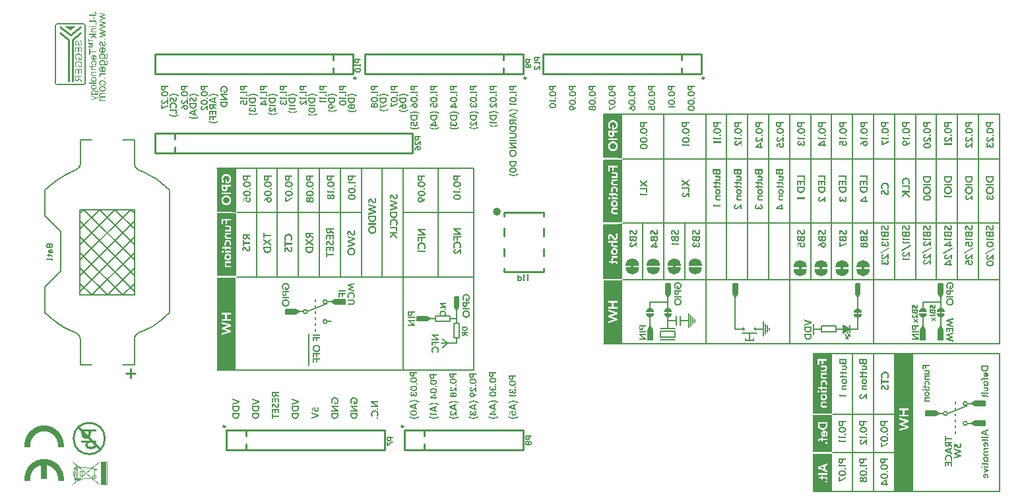
<source format=gbo>
G04*
G04 #@! TF.GenerationSoftware,Altium Limited,Altium Designer,21.4.1 (30)*
G04*
G04 Layer_Color=32896*
%FSLAX24Y24*%
%MOIN*%
G70*
G04*
G04 #@! TF.SameCoordinates,5CBE21F3-A45B-47EA-B0B1-B143E6338599*
G04*
G04*
G04 #@! TF.FilePolarity,Positive*
G04*
G01*
G75*
%ADD13C,0.0100*%
%ADD14C,0.0060*%
%ADD15C,0.0200*%
%ADD16C,0.0059*%
%ADD18C,0.0079*%
%ADD20C,0.0049*%
%ADD21C,0.0050*%
%ADD22C,0.0080*%
%ADD228C,0.0120*%
%ADD252C,0.0110*%
%ADD253R,0.0289X0.1150*%
%ADD254R,0.0980X0.0258*%
%ADD255R,0.0980X0.0245*%
%ADD256R,0.0980X0.0346*%
%ADD257R,0.0200X0.2250*%
%ADD258R,0.0160X0.3170*%
%ADD259R,0.0200X0.3180*%
%ADD260R,0.0160X0.2240*%
%ADD261R,0.0190X0.2790*%
%ADD262R,0.0180X0.1993*%
%ADD263R,0.0160X0.2759*%
%ADD264R,0.0980X0.0940*%
%ADD265R,0.0170X0.1811*%
%ADD266R,0.0980X0.0627*%
%ADD267R,0.0980X0.0413*%
%ADD268R,0.0980X0.1000*%
%ADD269R,0.0980X0.0167*%
%ADD270R,0.0980X0.0208*%
%ADD271R,0.0170X0.4400*%
%ADD272R,0.0180X0.4430*%
%ADD273R,0.0980X0.0364*%
%ADD274R,0.0980X0.0234*%
%ADD275R,0.0180X0.4593*%
%ADD276R,0.0980X0.2730*%
%ADD277R,0.0170X0.5841*%
%ADD278R,0.0980X0.2980*%
%ADD279R,0.0980X0.0270*%
%ADD280R,0.0980X0.0353*%
%ADD281R,0.0160X0.1859*%
%ADD282R,0.0190X0.1890*%
%ADD283R,0.0160X0.3050*%
%ADD284R,0.0200X0.1890*%
%ADD285R,0.0160X0.1890*%
%ADD286R,0.0200X0.3050*%
%ADD287R,0.0980X0.0292*%
%ADD288R,0.0980X0.0222*%
%ADD289R,0.0980X0.0190*%
G36*
X2630Y23707D02*
X2345Y23921D01*
X2915D01*
X2630Y23707D01*
D02*
G37*
G36*
X34290Y12130D02*
X34360Y12120D01*
X34440Y12060D01*
X34480Y11990D01*
X34530Y11865D01*
X34222Y11866D01*
X33900Y11865D01*
X33940Y11990D01*
X33980Y12060D01*
X34070Y12140D01*
X34190Y12160D01*
X34290Y12130D01*
D02*
G37*
G36*
X33230D02*
X33300Y12120D01*
X33380Y12060D01*
X33420Y11990D01*
X33470Y11865D01*
X33162Y11866D01*
X32840Y11865D01*
X32880Y11990D01*
X32920Y12060D01*
X33010Y12140D01*
X33130Y12160D01*
X33230Y12130D01*
D02*
G37*
G36*
X31110D02*
X31180Y12120D01*
X31260Y12060D01*
X31300Y11990D01*
X31350Y11865D01*
X31042Y11866D01*
X30720Y11865D01*
X30760Y11990D01*
X30800Y12060D01*
X30890Y12140D01*
X31010Y12160D01*
X31110Y12130D01*
D02*
G37*
G36*
X32170Y12128D02*
X32240Y12118D01*
X32320Y12058D01*
X32360Y11988D01*
X32410Y11863D01*
X32102Y11864D01*
X31780Y11863D01*
X31820Y11988D01*
X31860Y12058D01*
X31950Y12138D01*
X32070Y12158D01*
X32170Y12128D01*
D02*
G37*
G36*
X34178Y11703D02*
X34500Y11704D01*
X34460Y11580D01*
X34420Y11510D01*
X34330Y11430D01*
X34210Y11410D01*
X34110Y11440D01*
X34040Y11450D01*
X33960Y11510D01*
X33920Y11580D01*
X33870Y11704D01*
X34178Y11703D01*
D02*
G37*
G36*
X33118D02*
X33440Y11704D01*
X33400Y11580D01*
X33360Y11510D01*
X33270Y11430D01*
X33150Y11410D01*
X33050Y11440D01*
X32980Y11450D01*
X32900Y11510D01*
X32860Y11580D01*
X32810Y11704D01*
X33118Y11703D01*
D02*
G37*
G36*
X30998D02*
X31320Y11704D01*
X31280Y11580D01*
X31240Y11510D01*
X31150Y11430D01*
X31030Y11410D01*
X30930Y11440D01*
X30860Y11450D01*
X30780Y11510D01*
X30740Y11580D01*
X30690Y11704D01*
X30998Y11703D01*
D02*
G37*
G36*
X32058Y11701D02*
X32380Y11702D01*
X32340Y11578D01*
X32300Y11508D01*
X32210Y11428D01*
X32090Y11408D01*
X31990Y11438D01*
X31920Y11448D01*
X31840Y11508D01*
X31800Y11578D01*
X31750Y11702D01*
X32058Y11701D01*
D02*
G37*
G36*
X36097Y10902D02*
X36329D01*
Y10387D01*
X36278Y10307D01*
X36251Y10268D01*
X36227Y10260D01*
X36223D01*
X36097Y10386D01*
Y10559D01*
X36093Y10906D01*
X36097Y10902D01*
D02*
G37*
G36*
X32690D02*
X32922D01*
Y10387D01*
X32871Y10307D01*
X32843Y10268D01*
X32820Y10260D01*
X32816D01*
X32690Y10386D01*
Y10559D01*
X32686Y10906D01*
X32690Y10902D01*
D02*
G37*
G36*
X16497Y10130D02*
Y9898D01*
X15982D01*
X15902Y9949D01*
X15863Y9977D01*
X15855Y10000D01*
Y10004D01*
X15981Y10130D01*
X16154D01*
X16501Y10134D01*
X16497Y10130D01*
D02*
G37*
G36*
X22020Y10233D02*
X22252D01*
Y9718D01*
X22201Y9638D01*
X22173Y9599D01*
X22150Y9591D01*
X22146D01*
X22020Y9717D01*
Y9890D01*
X22016Y10237D01*
X22020Y10233D01*
D02*
G37*
G36*
X32875Y9675D02*
X32903Y9665D01*
X32957Y9632D01*
X32989Y9599D01*
X33011Y9562D01*
X33024Y9523D01*
X33017Y9503D01*
X32996Y9491D01*
X32657D01*
X32628Y9521D01*
X32643Y9567D01*
X32660Y9593D01*
X32689Y9622D01*
X32712Y9643D01*
X32751Y9666D01*
X32788Y9677D01*
X32875Y9675D01*
D02*
G37*
G36*
X31970D02*
X31998Y9665D01*
X32052Y9632D01*
X32084Y9599D01*
X32106Y9562D01*
X32119Y9523D01*
X32112Y9503D01*
X32091Y9491D01*
X31752D01*
X31723Y9521D01*
X31738Y9567D01*
X31755Y9593D01*
X31784Y9622D01*
X31807Y9643D01*
X31846Y9666D01*
X31883Y9677D01*
X31970Y9675D01*
D02*
G37*
G36*
X14098Y9551D02*
X14137Y9523D01*
X14145Y9500D01*
Y9496D01*
X14019Y9370D01*
X13846D01*
X13499Y9366D01*
X13503Y9370D01*
Y9602D01*
X14018D01*
X14098Y9551D01*
D02*
G37*
G36*
X33026Y9381D02*
X33011Y9334D01*
X32994Y9309D01*
X32965Y9280D01*
X32942Y9259D01*
X32903Y9236D01*
X32866Y9225D01*
X32779Y9227D01*
X32751Y9237D01*
X32697Y9270D01*
X32665Y9303D01*
X32642Y9339D01*
X32630Y9379D01*
X32637Y9399D01*
X32657Y9410D01*
X32997D01*
X33026Y9381D01*
D02*
G37*
G36*
X32116D02*
X32101Y9334D01*
X32084Y9309D01*
X32055Y9280D01*
X32032Y9259D01*
X31993Y9236D01*
X31956Y9225D01*
X31869Y9227D01*
X31841Y9237D01*
X31787Y9270D01*
X31755Y9303D01*
X31735Y9340D01*
X31725Y9380D01*
X31727Y9399D01*
X31747Y9410D01*
X32087D01*
X32116Y9381D01*
D02*
G37*
G36*
X20748Y9197D02*
X20787Y9169D01*
X20795Y9146D01*
Y9142D01*
X20669Y9016D01*
X20496D01*
X20149Y9012D01*
X20153Y9016D01*
Y9248D01*
X20668D01*
X20748Y9197D01*
D02*
G37*
G36*
X32050Y8594D02*
Y8421D01*
X32054Y8074D01*
X32050Y8078D01*
X31818D01*
Y8593D01*
X31869Y8673D01*
X31897Y8712D01*
X31920Y8720D01*
X31924D01*
X32050Y8594D01*
D02*
G37*
G36*
X1347Y3747D02*
X1375Y3746D01*
X1402Y3743D01*
X1430Y3740D01*
X1458Y3736D01*
X1485Y3732D01*
X1512Y3726D01*
X1539Y3720D01*
X1566Y3713D01*
X1593Y3706D01*
X1619Y3697D01*
X1645Y3688D01*
X1671Y3678D01*
X1697Y3668D01*
X1722Y3657D01*
X1747Y3645D01*
X1772Y3632D01*
X1796Y3619D01*
X1820Y3605D01*
X1844Y3590D01*
X1867Y3575D01*
X1890Y3559D01*
X1912Y3542D01*
X1934Y3525D01*
X1955Y3507D01*
X1976Y3489D01*
X1996Y3470D01*
X2016Y3450D01*
X2035Y3430D01*
X2053Y3410D01*
X2071Y3389D01*
X2089Y3367D01*
X2106Y3345D01*
X2122Y3323D01*
X2137Y3300D01*
X2152Y3276D01*
X2167Y3252D01*
X2180Y3228D01*
X2193Y3204D01*
X2205Y3179D01*
X2217Y3154D01*
X2228Y3128D01*
X2238Y3102D01*
X2247Y3076D01*
X2256Y3050D01*
X2264Y3023D01*
X2271Y2997D01*
X2277Y2970D01*
X2283Y2942D01*
X2288Y2915D01*
X2292Y2888D01*
X2296Y2860D01*
X2298Y2833D01*
X2300Y2805D01*
X2301Y2777D01*
X2301Y2749D01*
X2301Y2722D01*
X2300Y2694D01*
X2298Y2666D01*
X2296Y2653D01*
X2296D01*
X2296Y2653D01*
Y2653D01*
X1998D01*
X1999Y2664D01*
X2002Y2687D01*
X2003Y2710D01*
X2004Y2733D01*
X2005Y2756D01*
X2004Y2779D01*
X2003Y2802D01*
X2001Y2825D01*
X1998Y2848D01*
X1995Y2871D01*
X1990Y2893D01*
X1985Y2916D01*
X1980Y2938D01*
X1973Y2960D01*
X1966Y2982D01*
X1958Y3004D01*
X1949Y3025D01*
X1940Y3046D01*
X1930Y3067D01*
X1919Y3087D01*
X1908Y3107D01*
X1896Y3127D01*
X1883Y3146D01*
X1870Y3165D01*
X1856Y3183D01*
X1841Y3201D01*
X1826Y3219D01*
X1811Y3235D01*
X1795Y3252D01*
X1778Y3268D01*
X1761Y3283D01*
X1743Y3298D01*
X1725Y3312D01*
X1706Y3325D01*
X1687Y3338D01*
X1667Y3350D01*
X1647Y3362D01*
X1627Y3373D01*
X1606Y3383D01*
X1586Y3393D01*
X1564Y3402D01*
X1543Y3410D01*
X1521Y3417D01*
X1499Y3424D01*
X1477Y3430D01*
X1454Y3435D01*
X1432Y3440D01*
X1409Y3444D01*
X1386Y3447D01*
X1363Y3449D01*
X1340Y3450D01*
X1317Y3451D01*
X1294D01*
X1271Y3450D01*
X1248Y3449D01*
X1225Y3447D01*
X1202Y3444D01*
X1180Y3440D01*
X1157Y3435D01*
X1135Y3430D01*
X1112Y3424D01*
X1090Y3417D01*
X1068Y3410D01*
X1047Y3402D01*
X1026Y3393D01*
X1005Y3383D01*
X984Y3373D01*
X964Y3362D01*
X944Y3350D01*
X924Y3338D01*
X905Y3325D01*
X887Y3312D01*
X868Y3298D01*
X851Y3283D01*
X833Y3268D01*
X817Y3252D01*
X800Y3235D01*
X785Y3219D01*
X770Y3201D01*
X755Y3183D01*
X741Y3165D01*
X728Y3146D01*
X715Y3127D01*
X703Y3107D01*
X692Y3087D01*
X681Y3067D01*
X671Y3046D01*
X662Y3025D01*
X653Y3004D01*
X645Y2982D01*
X638Y2960D01*
X632Y2938D01*
X626Y2916D01*
X621Y2893D01*
X617Y2871D01*
X613Y2848D01*
X610Y2825D01*
X608Y2802D01*
X607Y2779D01*
X606Y2756D01*
X607Y2733D01*
X608Y2710D01*
X609Y2687D01*
X612Y2664D01*
X614Y2653D01*
X614D01*
X315Y2653D01*
X313Y2666D01*
X311Y2694D01*
X310Y2722D01*
X310Y2749D01*
X310Y2777D01*
X311Y2805D01*
X313Y2833D01*
X316Y2860D01*
X319Y2888D01*
X323Y2915D01*
X328Y2942D01*
X334Y2970D01*
X340Y2997D01*
X347Y3023D01*
X355Y3050D01*
X364Y3076D01*
X373Y3102D01*
X383Y3128D01*
X394Y3154D01*
X406Y3179D01*
X418Y3204D01*
X431Y3228D01*
X445Y3252D01*
X459Y3276D01*
X474Y3300D01*
X489Y3323D01*
X506Y3345D01*
X522Y3367D01*
X540Y3389D01*
X558Y3410D01*
X576Y3430D01*
X596Y3450D01*
X615Y3470D01*
X636Y3489D01*
X656Y3507D01*
X678Y3525D01*
X699Y3542D01*
X722Y3559D01*
X744Y3575D01*
X767Y3590D01*
X791Y3605D01*
X815Y3619D01*
X839Y3632D01*
X864Y3645D01*
X889Y3657D01*
X914Y3668D01*
X940Y3678D01*
X966Y3688D01*
X992Y3697D01*
X1019Y3706D01*
X1045Y3713D01*
X1072Y3720D01*
X1099Y3726D01*
X1126Y3732D01*
X1154Y3736D01*
X1181Y3740D01*
X1209Y3743D01*
X1236Y3746D01*
X1264Y3747D01*
X1292Y3748D01*
X1319D01*
X1347Y3747D01*
D02*
G37*
G36*
Y2054D02*
X1375Y2053D01*
X1402Y2050D01*
X1430Y2047D01*
X1458Y2043D01*
X1485Y2039D01*
X1512Y2034D01*
X1539Y2027D01*
X1566Y2021D01*
X1593Y2013D01*
X1619Y2005D01*
X1645Y1995D01*
X1671Y1986D01*
X1697Y1975D01*
X1722Y1964D01*
X1747Y1952D01*
X1772Y1939D01*
X1796Y1926D01*
X1820Y1912D01*
X1844Y1897D01*
X1867Y1882D01*
X1890Y1866D01*
X1912Y1849D01*
X1934Y1832D01*
X1955Y1814D01*
X1976Y1796D01*
X1996Y1777D01*
X2016Y1758D01*
X2035Y1738D01*
X2053Y1717D01*
X2071Y1696D01*
X2089Y1674D01*
X2106Y1652D01*
X2122Y1630D01*
X2137Y1607D01*
X2152Y1583D01*
X2167Y1560D01*
X2180Y1535D01*
X2193Y1511D01*
X2205Y1486D01*
X2217Y1461D01*
X2228Y1435D01*
X2238Y1409D01*
X2247Y1383D01*
X2256Y1357D01*
X2264Y1330D01*
X2271Y1304D01*
X2277Y1277D01*
X2283Y1250D01*
X2288Y1222D01*
X2292Y1195D01*
X2296Y1167D01*
X2298Y1140D01*
X2300Y1112D01*
X2301Y1084D01*
X2301Y1057D01*
X2301Y1029D01*
X2300Y1001D01*
X2298Y974D01*
X2296Y960D01*
X2296D01*
X2296Y960D01*
Y960D01*
X1998D01*
X1999Y971D01*
X2002Y992D01*
X2003Y1014D01*
X2004Y1036D01*
X2005Y1058D01*
X2004Y1079D01*
X2004Y1101D01*
X2002Y1123D01*
X2000Y1145D01*
X1997Y1166D01*
X1993Y1188D01*
X1988Y1209D01*
X1983Y1230D01*
X1978Y1252D01*
X1971Y1272D01*
X1965Y1293D01*
X1957Y1314D01*
X1949Y1334D01*
X1940Y1354D01*
X1930Y1373D01*
X1920Y1393D01*
X1909Y1412D01*
X1898Y1430D01*
X1886Y1449D01*
X1874Y1467D01*
X1861Y1484D01*
X1847Y1501D01*
X1833Y1518D01*
X1819Y1534D01*
X1804Y1550D01*
X1788Y1565D01*
X1772Y1580D01*
X1756Y1594D01*
X1739Y1608D01*
X1721Y1621D01*
X1704Y1634D01*
X1685Y1646D01*
X1667Y1658D01*
X1648Y1669D01*
X1629Y1679D01*
X1609Y1689D01*
X1590Y1698D01*
X1569Y1707D01*
X1549Y1715D01*
X1529Y1722D01*
X1508Y1729D01*
X1487Y1735D01*
X1466Y1740D01*
X1455Y1742D01*
X1455Y1742D01*
Y1059D01*
X1156Y1059D01*
Y1742D01*
X1146Y1740D01*
X1124Y1735D01*
X1103Y1729D01*
X1083Y1722D01*
X1062Y1715D01*
X1042Y1707D01*
X1022Y1698D01*
X1002Y1689D01*
X982Y1679D01*
X963Y1669D01*
X944Y1658D01*
X926Y1646D01*
X908Y1634D01*
X890Y1621D01*
X873Y1608D01*
X856Y1594D01*
X839Y1580D01*
X823Y1565D01*
X808Y1550D01*
X792Y1534D01*
X778Y1518D01*
X764Y1501D01*
X750Y1484D01*
X737Y1467D01*
X725Y1449D01*
X713Y1430D01*
X702Y1412D01*
X691Y1393D01*
X681Y1373D01*
X671Y1354D01*
X663Y1334D01*
X654Y1314D01*
X647Y1293D01*
X640Y1272D01*
X633Y1252D01*
X628Y1230D01*
X623Y1209D01*
X618Y1188D01*
X615Y1166D01*
X612Y1145D01*
X609Y1123D01*
X608Y1101D01*
X607Y1079D01*
X606Y1058D01*
X607Y1036D01*
X608Y1014D01*
X610Y992D01*
X612Y971D01*
X614Y960D01*
X614D01*
X315Y960D01*
X313Y974D01*
X311Y1001D01*
X310Y1029D01*
X310Y1057D01*
X310Y1084D01*
X311Y1112D01*
X313Y1140D01*
X316Y1167D01*
X319Y1195D01*
X323Y1222D01*
X328Y1250D01*
X334Y1277D01*
X340Y1304D01*
X347Y1330D01*
X355Y1357D01*
X364Y1383D01*
X373Y1409D01*
X383Y1435D01*
X394Y1461D01*
X406Y1486D01*
X418Y1511D01*
X431Y1535D01*
X445Y1560D01*
X459Y1583D01*
X474Y1607D01*
X489Y1630D01*
X506Y1652D01*
X522Y1674D01*
X540Y1696D01*
X558Y1717D01*
X576Y1738D01*
X596Y1758D01*
X615Y1777D01*
X636Y1796D01*
X656Y1814D01*
X678Y1832D01*
X699Y1849D01*
X722Y1866D01*
X744Y1882D01*
X767Y1897D01*
X791Y1912D01*
X815Y1926D01*
X839Y1939D01*
X864Y1952D01*
X889Y1964D01*
X914Y1975D01*
X940Y1986D01*
X966Y1995D01*
X992Y2005D01*
X1019Y2013D01*
X1045Y2021D01*
X1072Y2027D01*
X1099Y2034D01*
X1126Y2039D01*
X1154Y2043D01*
X1181Y2047D01*
X1209Y2050D01*
X1236Y2053D01*
X1264Y2054D01*
X1292Y2055D01*
X1319D01*
X1347Y2054D01*
D02*
G37*
G36*
X42770Y12040D02*
X42840Y12030D01*
X42920Y11970D01*
X42960Y11900D01*
X43010Y11775D01*
X42702Y11776D01*
X42380Y11775D01*
X42420Y11900D01*
X42460Y11970D01*
X42550Y12050D01*
X42670Y12070D01*
X42770Y12040D01*
D02*
G37*
G36*
X41710D02*
X41780Y12030D01*
X41860Y11970D01*
X41900Y11900D01*
X41950Y11775D01*
X41642Y11776D01*
X41320Y11775D01*
X41360Y11900D01*
X41400Y11970D01*
X41490Y12050D01*
X41610Y12070D01*
X41710Y12040D01*
D02*
G37*
G36*
X39590D02*
X39660Y12030D01*
X39740Y11970D01*
X39780Y11900D01*
X39830Y11775D01*
X39522Y11776D01*
X39200Y11775D01*
X39240Y11900D01*
X39280Y11970D01*
X39370Y12050D01*
X39490Y12070D01*
X39590Y12040D01*
D02*
G37*
G36*
X40650Y12038D02*
X40720Y12028D01*
X40800Y11968D01*
X40840Y11898D01*
X40890Y11773D01*
X40582Y11774D01*
X40260Y11773D01*
X40300Y11898D01*
X40340Y11968D01*
X40430Y12048D01*
X40550Y12068D01*
X40650Y12038D01*
D02*
G37*
G36*
X42658Y11613D02*
X42980Y11614D01*
X42940Y11490D01*
X42900Y11420D01*
X42810Y11340D01*
X42690Y11320D01*
X42590Y11350D01*
X42520Y11360D01*
X42440Y11420D01*
X42400Y11490D01*
X42350Y11614D01*
X42658Y11613D01*
D02*
G37*
G36*
X41598D02*
X41920Y11614D01*
X41880Y11490D01*
X41840Y11420D01*
X41750Y11340D01*
X41630Y11320D01*
X41530Y11350D01*
X41460Y11360D01*
X41380Y11420D01*
X41340Y11490D01*
X41290Y11614D01*
X41598Y11613D01*
D02*
G37*
G36*
X39478D02*
X39800Y11614D01*
X39760Y11490D01*
X39720Y11420D01*
X39630Y11340D01*
X39510Y11320D01*
X39410Y11350D01*
X39340Y11360D01*
X39260Y11420D01*
X39220Y11490D01*
X39170Y11614D01*
X39478Y11613D01*
D02*
G37*
G36*
X40538Y11611D02*
X40860Y11612D01*
X40820Y11488D01*
X40780Y11418D01*
X40690Y11338D01*
X40570Y11318D01*
X40470Y11348D01*
X40400Y11358D01*
X40320Y11418D01*
X40280Y11488D01*
X40230Y11612D01*
X40538Y11611D01*
D02*
G37*
G36*
X46470Y10902D02*
X46702D01*
Y10387D01*
X46651Y10307D01*
X46623Y10268D01*
X46600Y10260D01*
X46596D01*
X46470Y10386D01*
Y10559D01*
X46466Y10906D01*
X46470Y10902D01*
D02*
G37*
G36*
X42277D02*
X42509D01*
Y10387D01*
X42458Y10307D01*
X42431Y10268D01*
X42407Y10260D01*
X42403D01*
X42277Y10386D01*
Y10559D01*
X42273Y10906D01*
X42277Y10902D01*
D02*
G37*
G36*
X46655Y9675D02*
X46683Y9665D01*
X46737Y9632D01*
X46769Y9599D01*
X46791Y9562D01*
X46804Y9523D01*
X46797Y9503D01*
X46776Y9491D01*
X46437D01*
X46408Y9521D01*
X46423Y9567D01*
X46440Y9593D01*
X46469Y9622D01*
X46492Y9643D01*
X46531Y9666D01*
X46568Y9677D01*
X46655Y9675D01*
D02*
G37*
G36*
X45750D02*
X45778Y9665D01*
X45832Y9632D01*
X45864Y9599D01*
X45886Y9562D01*
X45899Y9523D01*
X45892Y9503D01*
X45871Y9491D01*
X45532D01*
X45503Y9521D01*
X45518Y9567D01*
X45535Y9593D01*
X45564Y9622D01*
X45587Y9643D01*
X45626Y9666D01*
X45663Y9677D01*
X45750Y9675D01*
D02*
G37*
G36*
X42460Y9645D02*
X42488Y9635D01*
X42542Y9602D01*
X42574Y9569D01*
X42596Y9532D01*
X42609Y9493D01*
X42602Y9473D01*
X42581Y9461D01*
X42242Y9461D01*
X42213Y9491D01*
X42228Y9537D01*
X42245Y9563D01*
X42274Y9592D01*
X42297Y9613D01*
X42336Y9636D01*
X42373Y9647D01*
X42460Y9645D01*
D02*
G37*
G36*
X46806Y9381D02*
X46791Y9334D01*
X46774Y9309D01*
X46745Y9280D01*
X46722Y9259D01*
X46683Y9236D01*
X46646Y9225D01*
X46559Y9227D01*
X46531Y9237D01*
X46477Y9270D01*
X46445Y9303D01*
X46422Y9339D01*
X46410Y9379D01*
X46417Y9399D01*
X46437Y9410D01*
X46777D01*
X46806Y9381D01*
D02*
G37*
G36*
X45896D02*
X45881Y9334D01*
X45864Y9309D01*
X45835Y9280D01*
X45812Y9259D01*
X45773Y9236D01*
X45736Y9225D01*
X45649Y9227D01*
X45621Y9237D01*
X45567Y9270D01*
X45535Y9303D01*
X45515Y9340D01*
X45505Y9380D01*
X45507Y9399D01*
X45527Y9410D01*
X45867D01*
X45896Y9381D01*
D02*
G37*
G36*
X42611Y9351D02*
X42596Y9304D01*
X42579Y9279D01*
X42550Y9250D01*
X42527Y9229D01*
X42488Y9206D01*
X42451Y9195D01*
X42364Y9197D01*
X42336Y9207D01*
X42282Y9240D01*
X42250Y9273D01*
X42227Y9309D01*
X42215Y9349D01*
X42222Y9369D01*
X42242Y9380D01*
X42582D01*
X42611Y9351D01*
D02*
G37*
G36*
X41765Y8771D02*
X41924Y8680D01*
X41984Y8605D01*
X41888Y8550D01*
X41684Y8433D01*
X41660Y8613D01*
X41672Y8814D01*
X41765Y8771D01*
D02*
G37*
G36*
X46732Y8601D02*
Y8428D01*
X46736Y8081D01*
X46732Y8085D01*
X46499D01*
Y8600D01*
X46551Y8680D01*
X46578Y8719D01*
X46602Y8727D01*
X46606D01*
X46732Y8601D01*
D02*
G37*
G36*
X45830Y8594D02*
Y8421D01*
X45834Y8074D01*
X45830Y8078D01*
X45598D01*
Y8593D01*
X45649Y8673D01*
X45677Y8712D01*
X45700Y8720D01*
X45704D01*
X45830Y8594D01*
D02*
G37*
G36*
X48837Y4985D02*
Y4753D01*
X48322D01*
X48242Y4804D01*
X48203Y4831D01*
X48195Y4855D01*
Y4859D01*
X48321Y4985D01*
X48494D01*
X48841Y4989D01*
X48837Y4985D01*
D02*
G37*
G36*
X46438Y4406D02*
X46477Y4378D01*
X46485Y4355D01*
Y4351D01*
X46359Y4225D01*
X46186D01*
X45839Y4221D01*
X45843Y4225D01*
Y4457D01*
X46358D01*
X46438Y4406D01*
D02*
G37*
G36*
X48837Y3985D02*
Y3753D01*
X48322D01*
X48242Y3804D01*
X48203Y3831D01*
X48195Y3855D01*
Y3859D01*
X48321Y3985D01*
X48494D01*
X48841Y3989D01*
X48837Y3985D01*
D02*
G37*
G36*
X10917Y6550D02*
X10099D01*
Y11200D01*
X10917D01*
Y6550D01*
D02*
G37*
G36*
X46886Y3123D02*
X47185D01*
Y3057D01*
X46886D01*
Y2959D01*
X46824D01*
Y3222D01*
X46886D01*
Y3123D01*
D02*
G37*
G36*
X47612Y2837D02*
X47617Y2827D01*
X47621Y2817D01*
X47623Y2813D01*
X47625Y2808D01*
X47626Y2804D01*
X47627Y2801D01*
X47629Y2797D01*
X47630Y2794D01*
X47630Y2792D01*
X47631Y2790D01*
X47631Y2789D01*
Y2789D01*
X47634Y2777D01*
X47636Y2765D01*
X47638Y2754D01*
X47639Y2748D01*
X47639Y2744D01*
X47640Y2739D01*
X47640Y2735D01*
X47640Y2731D01*
Y2728D01*
X47640Y2726D01*
Y2722D01*
X47640Y2712D01*
X47639Y2702D01*
X47638Y2693D01*
X47636Y2684D01*
X47634Y2676D01*
X47632Y2668D01*
X47630Y2662D01*
X47627Y2656D01*
X47625Y2650D01*
X47622Y2645D01*
X47620Y2642D01*
X47618Y2638D01*
X47616Y2635D01*
X47615Y2634D01*
X47614Y2632D01*
X47614Y2632D01*
X47608Y2626D01*
X47603Y2621D01*
X47597Y2617D01*
X47590Y2613D01*
X47584Y2610D01*
X47578Y2607D01*
X47571Y2605D01*
X47565Y2603D01*
X47559Y2602D01*
X47554Y2601D01*
X47549Y2600D01*
X47545Y2600D01*
X47541Y2599D01*
X47539Y2599D01*
X47537D01*
X47536D01*
X47530Y2599D01*
X47525Y2600D01*
X47519Y2601D01*
X47514Y2602D01*
X47509Y2603D01*
X47504Y2604D01*
X47500Y2605D01*
X47496Y2607D01*
X47492Y2608D01*
X47489Y2610D01*
X47487Y2611D01*
X47484Y2612D01*
X47483Y2613D01*
X47481Y2614D01*
X47481Y2614D01*
X47480Y2614D01*
X47476Y2617D01*
X47472Y2621D01*
X47463Y2628D01*
X47456Y2636D01*
X47449Y2644D01*
X47446Y2647D01*
X47443Y2650D01*
X47441Y2653D01*
X47439Y2656D01*
X47437Y2658D01*
X47436Y2660D01*
X47435Y2661D01*
X47435Y2661D01*
X47391Y2724D01*
X47387Y2729D01*
X47384Y2734D01*
X47380Y2737D01*
X47377Y2740D01*
X47375Y2743D01*
X47374Y2744D01*
X47372Y2745D01*
X47372Y2745D01*
X47369Y2747D01*
X47366Y2749D01*
X47363Y2750D01*
X47360Y2751D01*
X47358Y2751D01*
X47356Y2752D01*
X47354D01*
X47354D01*
X47349Y2751D01*
X47345Y2750D01*
X47342Y2748D01*
X47339Y2746D01*
X47336Y2743D01*
X47334Y2740D01*
X47332Y2736D01*
X47331Y2733D01*
X47330Y2729D01*
X47329Y2726D01*
X47328Y2723D01*
X47328Y2720D01*
Y2717D01*
X47328Y2716D01*
Y2714D01*
X47328Y2707D01*
X47328Y2701D01*
X47330Y2694D01*
X47331Y2688D01*
X47335Y2675D01*
X47337Y2669D01*
X47339Y2663D01*
X47341Y2657D01*
X47343Y2652D01*
X47345Y2648D01*
X47346Y2644D01*
X47348Y2641D01*
X47349Y2639D01*
X47350Y2637D01*
X47350Y2637D01*
X47289Y2609D01*
X47285Y2619D01*
X47281Y2629D01*
X47278Y2639D01*
X47275Y2648D01*
X47273Y2657D01*
X47270Y2666D01*
X47269Y2674D01*
X47267Y2682D01*
X47266Y2689D01*
X47266Y2695D01*
X47265Y2701D01*
X47264Y2706D01*
Y2709D01*
X47264Y2712D01*
Y2714D01*
X47264Y2724D01*
X47265Y2732D01*
X47266Y2741D01*
X47268Y2748D01*
X47270Y2755D01*
X47272Y2762D01*
X47274Y2768D01*
X47276Y2773D01*
X47279Y2778D01*
X47281Y2782D01*
X47283Y2786D01*
X47285Y2788D01*
X47287Y2791D01*
X47288Y2792D01*
X47289Y2793D01*
X47289Y2794D01*
X47294Y2799D01*
X47299Y2803D01*
X47304Y2807D01*
X47310Y2810D01*
X47315Y2812D01*
X47321Y2815D01*
X47326Y2817D01*
X47332Y2818D01*
X47337Y2819D01*
X47341Y2820D01*
X47345Y2821D01*
X47349Y2821D01*
X47352Y2821D01*
X47354Y2822D01*
X47356D01*
X47356D01*
X47361Y2821D01*
X47367Y2821D01*
X47376Y2819D01*
X47381Y2818D01*
X47385Y2817D01*
X47389Y2816D01*
X47393Y2814D01*
X47396Y2813D01*
X47399Y2812D01*
X47402Y2811D01*
X47404Y2810D01*
X47406Y2809D01*
X47407Y2808D01*
X47408Y2808D01*
X47408Y2807D01*
X47412Y2805D01*
X47416Y2802D01*
X47424Y2795D01*
X47432Y2788D01*
X47438Y2781D01*
X47441Y2777D01*
X47443Y2774D01*
X47446Y2771D01*
X47447Y2769D01*
X47449Y2767D01*
X47450Y2766D01*
X47451Y2765D01*
X47451Y2764D01*
X47493Y2706D01*
X47498Y2699D01*
X47502Y2694D01*
X47507Y2689D01*
X47510Y2685D01*
X47513Y2682D01*
X47515Y2680D01*
X47517Y2679D01*
X47517Y2678D01*
X47521Y2675D01*
X47525Y2673D01*
X47529Y2672D01*
X47532Y2671D01*
X47535Y2670D01*
X47538Y2670D01*
X47540D01*
X47540D01*
X47540D01*
X47543Y2670D01*
X47546Y2670D01*
X47551Y2671D01*
X47556Y2674D01*
X47560Y2676D01*
X47563Y2679D01*
X47565Y2681D01*
X47566Y2682D01*
X47567Y2683D01*
Y2683D01*
X47570Y2688D01*
X47573Y2694D01*
X47574Y2701D01*
X47576Y2707D01*
X47576Y2712D01*
X47577Y2714D01*
Y2716D01*
X47577Y2718D01*
Y2721D01*
X47577Y2729D01*
X47576Y2737D01*
X47574Y2746D01*
X47572Y2754D01*
X47570Y2763D01*
X47567Y2771D01*
X47564Y2778D01*
X47561Y2786D01*
X47558Y2793D01*
X47555Y2799D01*
X47553Y2804D01*
X47550Y2809D01*
X47548Y2813D01*
X47547Y2816D01*
X47546Y2817D01*
X47546Y2817D01*
X47545Y2818D01*
Y2818D01*
X47606Y2847D01*
X47612Y2837D01*
D02*
G37*
G36*
X47185Y2855D02*
X47041D01*
Y2830D01*
X47185Y2732D01*
Y2649D01*
X47038Y2756D01*
X47036Y2748D01*
X47034Y2742D01*
X47031Y2735D01*
X47029Y2729D01*
X47026Y2724D01*
X47022Y2718D01*
X47019Y2714D01*
X47016Y2709D01*
X47014Y2706D01*
X47011Y2703D01*
X47008Y2700D01*
X47006Y2698D01*
X47004Y2696D01*
X47003Y2694D01*
X47002Y2694D01*
X47001Y2693D01*
X46996Y2689D01*
X46990Y2686D01*
X46985Y2683D01*
X46979Y2680D01*
X46973Y2678D01*
X46967Y2676D01*
X46962Y2675D01*
X46957Y2674D01*
X46952Y2673D01*
X46947Y2672D01*
X46943Y2671D01*
X46940Y2671D01*
X46937D01*
X46935Y2671D01*
X46934D01*
X46933D01*
X46927Y2671D01*
X46921Y2671D01*
X46916Y2672D01*
X46910Y2673D01*
X46905Y2674D01*
X46901Y2675D01*
X46896Y2677D01*
X46892Y2678D01*
X46889Y2680D01*
X46885Y2681D01*
X46883Y2682D01*
X46880Y2683D01*
X46878Y2684D01*
X46877Y2685D01*
X46876Y2685D01*
X46876Y2685D01*
X46872Y2688D01*
X46867Y2691D01*
X46863Y2694D01*
X46859Y2698D01*
X46856Y2701D01*
X46853Y2704D01*
X46850Y2708D01*
X46847Y2711D01*
X46845Y2714D01*
X46843Y2717D01*
X46841Y2719D01*
X46840Y2721D01*
X46839Y2723D01*
X46838Y2725D01*
X46838Y2725D01*
X46837Y2726D01*
X46835Y2731D01*
X46833Y2736D01*
X46831Y2741D01*
X46829Y2747D01*
X46827Y2757D01*
X46826Y2762D01*
X46825Y2767D01*
X46825Y2771D01*
X46824Y2775D01*
X46824Y2778D01*
Y2781D01*
X46824Y2784D01*
Y2921D01*
X47185D01*
Y2855D01*
D02*
G37*
G36*
Y2571D02*
X47103Y2541D01*
Y2392D01*
X47185Y2362D01*
Y2289D01*
X46824Y2434D01*
Y2500D01*
X47185Y2645D01*
Y2571D01*
D02*
G37*
G36*
X47633Y2464D02*
Y2403D01*
X47380Y2321D01*
Y2320D01*
X47633Y2238D01*
Y2177D01*
X47272Y2062D01*
Y2138D01*
X47527Y2207D01*
Y2208D01*
X47272Y2290D01*
Y2351D01*
X47527Y2432D01*
Y2433D01*
X47272Y2503D01*
Y2579D01*
X47633Y2464D01*
D02*
G37*
G36*
X47014Y2272D02*
X47025Y2271D01*
X47034Y2270D01*
X47043Y2268D01*
X47052Y2266D01*
X47060Y2264D01*
X47068Y2262D01*
X47075Y2260D01*
X47081Y2257D01*
X47087Y2255D01*
X47091Y2253D01*
X47096Y2251D01*
X47099Y2250D01*
X47101Y2249D01*
X47103Y2248D01*
X47103Y2247D01*
X47111Y2243D01*
X47118Y2237D01*
X47125Y2232D01*
X47131Y2226D01*
X47137Y2221D01*
X47142Y2215D01*
X47147Y2209D01*
X47152Y2204D01*
X47156Y2198D01*
X47159Y2194D01*
X47162Y2190D01*
X47164Y2186D01*
X47166Y2183D01*
X47168Y2180D01*
X47168Y2179D01*
X47169Y2178D01*
X47173Y2170D01*
X47176Y2161D01*
X47180Y2153D01*
X47182Y2144D01*
X47185Y2135D01*
X47186Y2127D01*
X47188Y2119D01*
X47189Y2111D01*
X47190Y2104D01*
X47191Y2098D01*
X47191Y2092D01*
X47192Y2087D01*
Y2083D01*
X47192Y2081D01*
Y2077D01*
X47191Y2064D01*
X47190Y2051D01*
X47188Y2039D01*
X47186Y2027D01*
X47183Y2015D01*
X47180Y2005D01*
X47176Y1995D01*
X47172Y1986D01*
X47169Y1977D01*
X47165Y1970D01*
X47162Y1963D01*
X47159Y1958D01*
X47157Y1956D01*
X47156Y1954D01*
X47155Y1952D01*
X47154Y1951D01*
X47154Y1950D01*
X47153Y1949D01*
X47153Y1949D01*
Y1948D01*
X47095Y1986D01*
X47100Y1995D01*
X47105Y2003D01*
X47109Y2011D01*
X47112Y2019D01*
X47115Y2027D01*
X47118Y2034D01*
X47120Y2041D01*
X47121Y2048D01*
X47122Y2054D01*
X47123Y2060D01*
X47124Y2065D01*
X47124Y2070D01*
X47125Y2073D01*
X47125Y2076D01*
Y2078D01*
X47125Y2084D01*
X47124Y2091D01*
X47124Y2097D01*
X47123Y2103D01*
X47121Y2108D01*
X47120Y2113D01*
X47119Y2118D01*
X47117Y2122D01*
X47116Y2126D01*
X47115Y2130D01*
X47113Y2133D01*
X47112Y2136D01*
X47111Y2138D01*
X47111Y2139D01*
X47110Y2140D01*
X47110Y2141D01*
X47107Y2146D01*
X47104Y2150D01*
X47101Y2155D01*
X47097Y2159D01*
X47094Y2163D01*
X47090Y2167D01*
X47086Y2170D01*
X47083Y2173D01*
X47080Y2175D01*
X47077Y2178D01*
X47075Y2180D01*
X47072Y2181D01*
X47070Y2183D01*
X47069Y2183D01*
X47068Y2184D01*
X47068Y2184D01*
X47062Y2187D01*
X47057Y2190D01*
X47052Y2191D01*
X47046Y2193D01*
X47041Y2195D01*
X47035Y2196D01*
X47031Y2197D01*
X47026Y2198D01*
X47021Y2199D01*
X47017Y2199D01*
X47013Y2199D01*
X47010Y2200D01*
X47008Y2200D01*
X47006D01*
X47004D01*
X47004D01*
X46998Y2200D01*
X46991Y2199D01*
X46985Y2199D01*
X46979Y2198D01*
X46973Y2196D01*
X46968Y2195D01*
X46963Y2194D01*
X46959Y2192D01*
X46955Y2191D01*
X46951Y2189D01*
X46948Y2188D01*
X46945Y2187D01*
X46944Y2186D01*
X46942Y2185D01*
X46941Y2185D01*
X46941Y2184D01*
X46936Y2181D01*
X46931Y2178D01*
X46927Y2174D01*
X46922Y2171D01*
X46919Y2167D01*
X46915Y2163D01*
X46912Y2160D01*
X46909Y2157D01*
X46907Y2153D01*
X46904Y2150D01*
X46903Y2148D01*
X46901Y2145D01*
X46900Y2144D01*
X46899Y2142D01*
X46899Y2141D01*
X46898Y2141D01*
X46896Y2135D01*
X46893Y2130D01*
X46891Y2125D01*
X46890Y2119D01*
X46887Y2109D01*
X46886Y2104D01*
X46885Y2099D01*
X46885Y2095D01*
X46884Y2090D01*
X46884Y2087D01*
X46884Y2084D01*
X46883Y2081D01*
Y2078D01*
X46884Y2069D01*
X46885Y2060D01*
X46886Y2051D01*
X46888Y2043D01*
X46890Y2035D01*
X46893Y2027D01*
X46896Y2021D01*
X46898Y2014D01*
X46901Y2008D01*
X46904Y2003D01*
X46906Y1998D01*
X46909Y1994D01*
X46911Y1991D01*
X46912Y1988D01*
X46913Y1987D01*
X46913Y1986D01*
X46856Y1948D01*
X46849Y1959D01*
X46842Y1970D01*
X46837Y1981D01*
X46833Y1992D01*
X46829Y2003D01*
X46826Y2014D01*
X46823Y2024D01*
X46821Y2034D01*
X46819Y2043D01*
X46818Y2052D01*
X46817Y2059D01*
X46817Y2062D01*
X46816Y2065D01*
X46816Y2068D01*
Y2072D01*
X46816Y2074D01*
Y2077D01*
X46816Y2088D01*
X46817Y2098D01*
X46818Y2108D01*
X46819Y2117D01*
X46821Y2126D01*
X46823Y2134D01*
X46826Y2142D01*
X46827Y2149D01*
X46830Y2155D01*
X46832Y2161D01*
X46834Y2166D01*
X46836Y2171D01*
X46837Y2174D01*
X46838Y2176D01*
X46839Y2178D01*
X46839Y2178D01*
X46844Y2186D01*
X46849Y2194D01*
X46854Y2201D01*
X46860Y2208D01*
X46865Y2214D01*
X46871Y2220D01*
X46876Y2225D01*
X46881Y2229D01*
X46886Y2234D01*
X46891Y2237D01*
X46895Y2240D01*
X46899Y2243D01*
X46901Y2245D01*
X46904Y2246D01*
X46905Y2247D01*
X46906Y2247D01*
X46914Y2252D01*
X46922Y2255D01*
X46931Y2259D01*
X46939Y2262D01*
X46947Y2264D01*
X46955Y2266D01*
X46963Y2268D01*
X46971Y2269D01*
X46978Y2270D01*
X46984Y2271D01*
X46990Y2271D01*
X46995Y2272D01*
X46999D01*
X47000Y2272D01*
X47002D01*
X47003D01*
X47004D01*
X47004D01*
X47004D01*
X47014Y2272D01*
D02*
G37*
G36*
X47185Y1688D02*
X47123D01*
Y1839D01*
X47019D01*
Y1704D01*
X46958D01*
Y1839D01*
X46886D01*
Y1691D01*
X46824D01*
Y1905D01*
X47185D01*
Y1688D01*
D02*
G37*
G36*
X16993Y10886D02*
X16758Y10831D01*
Y10830D01*
X16939Y10756D01*
Y10708D01*
X16758Y10634D01*
Y10633D01*
X16993Y10578D01*
Y10508D01*
X16632Y10598D01*
Y10650D01*
X16837Y10732D01*
Y10733D01*
X16632Y10814D01*
Y10866D01*
X16993Y10956D01*
Y10886D01*
D02*
G37*
G36*
X16552Y10503D02*
X16191D01*
Y10570D01*
X16552D01*
Y10503D01*
D02*
G37*
G36*
Y10369D02*
X16403D01*
Y10232D01*
X16342D01*
Y10369D01*
X16253D01*
Y10217D01*
X16191D01*
Y10435D01*
X16552D01*
Y10369D01*
D02*
G37*
G36*
X16823Y10491D02*
X16833Y10490D01*
X16842Y10489D01*
X16852Y10488D01*
X16860Y10486D01*
X16868Y10484D01*
X16876Y10482D01*
X16883Y10479D01*
X16889Y10477D01*
X16895Y10475D01*
X16900Y10473D01*
X16904Y10471D01*
X16907Y10469D01*
X16909Y10468D01*
X16911Y10467D01*
X16911Y10467D01*
X16919Y10462D01*
X16926Y10457D01*
X16933Y10451D01*
X16940Y10446D01*
X16945Y10440D01*
X16951Y10434D01*
X16956Y10429D01*
X16960Y10423D01*
X16964Y10418D01*
X16967Y10413D01*
X16970Y10409D01*
X16973Y10405D01*
X16975Y10402D01*
X16976Y10400D01*
X16977Y10398D01*
X16977Y10398D01*
X16981Y10389D01*
X16985Y10381D01*
X16988Y10372D01*
X16991Y10363D01*
X16993Y10355D01*
X16995Y10346D01*
X16996Y10338D01*
X16997Y10331D01*
X16998Y10323D01*
X16999Y10317D01*
X16999Y10311D01*
X17000Y10306D01*
Y10302D01*
X17000Y10301D01*
Y10297D01*
X17000Y10284D01*
X16999Y10271D01*
X16997Y10258D01*
X16994Y10246D01*
X16991Y10235D01*
X16988Y10224D01*
X16984Y10214D01*
X16981Y10205D01*
X16977Y10197D01*
X16973Y10190D01*
X16970Y10183D01*
X16967Y10178D01*
X16966Y10176D01*
X16965Y10174D01*
X16963Y10172D01*
X16963Y10170D01*
X16962Y10169D01*
X16962Y10168D01*
X16961Y10168D01*
Y10168D01*
X16903Y10206D01*
X16909Y10214D01*
X16913Y10222D01*
X16917Y10230D01*
X16921Y10238D01*
X16924Y10246D01*
X16926Y10254D01*
X16928Y10261D01*
X16929Y10268D01*
X16931Y10274D01*
X16932Y10280D01*
X16932Y10285D01*
X16933Y10289D01*
X16933Y10293D01*
X16933Y10295D01*
Y10297D01*
X16933Y10304D01*
X16933Y10310D01*
X16932Y10316D01*
X16931Y10322D01*
X16930Y10327D01*
X16929Y10333D01*
X16927Y10338D01*
X16926Y10342D01*
X16924Y10346D01*
X16923Y10349D01*
X16922Y10353D01*
X16921Y10355D01*
X16920Y10358D01*
X16919Y10359D01*
X16919Y10360D01*
X16918Y10360D01*
X16915Y10365D01*
X16912Y10370D01*
X16909Y10375D01*
X16905Y10379D01*
X16902Y10383D01*
X16898Y10386D01*
X16895Y10389D01*
X16891Y10392D01*
X16888Y10395D01*
X16885Y10397D01*
X16883Y10399D01*
X16880Y10401D01*
X16878Y10402D01*
X16877Y10403D01*
X16876Y10403D01*
X16876Y10404D01*
X16871Y10407D01*
X16865Y10409D01*
X16860Y10411D01*
X16854Y10413D01*
X16849Y10414D01*
X16844Y10416D01*
X16839Y10417D01*
X16834Y10418D01*
X16829Y10418D01*
X16825Y10419D01*
X16822Y10419D01*
X16819Y10419D01*
X16816Y10420D01*
X16814D01*
X16813D01*
X16813D01*
X16806Y10419D01*
X16799Y10419D01*
X16793Y10418D01*
X16787Y10417D01*
X16782Y10416D01*
X16776Y10415D01*
X16772Y10413D01*
X16767Y10412D01*
X16763Y10410D01*
X16760Y10409D01*
X16757Y10407D01*
X16754Y10406D01*
X16752Y10405D01*
X16750Y10404D01*
X16749Y10404D01*
X16749Y10404D01*
X16744Y10401D01*
X16739Y10397D01*
X16735Y10394D01*
X16731Y10390D01*
X16727Y10387D01*
X16724Y10383D01*
X16721Y10379D01*
X16717Y10376D01*
X16715Y10373D01*
X16713Y10370D01*
X16711Y10367D01*
X16709Y10365D01*
X16708Y10363D01*
X16707Y10361D01*
X16707Y10361D01*
X16707Y10360D01*
X16704Y10355D01*
X16702Y10349D01*
X16700Y10344D01*
X16698Y10339D01*
X16695Y10328D01*
X16695Y10323D01*
X16694Y10318D01*
X16693Y10314D01*
X16693Y10310D01*
X16692Y10306D01*
X16692Y10303D01*
X16692Y10301D01*
Y10297D01*
X16692Y10288D01*
X16693Y10279D01*
X16695Y10271D01*
X16696Y10262D01*
X16699Y10254D01*
X16701Y10247D01*
X16704Y10240D01*
X16707Y10233D01*
X16709Y10227D01*
X16712Y10222D01*
X16715Y10217D01*
X16717Y10213D01*
X16719Y10210D01*
X16720Y10208D01*
X16721Y10207D01*
X16722Y10206D01*
X16664Y10168D01*
X16657Y10179D01*
X16651Y10190D01*
X16645Y10201D01*
X16641Y10212D01*
X16637Y10223D01*
X16634Y10234D01*
X16631Y10244D01*
X16629Y10254D01*
X16627Y10263D01*
X16626Y10271D01*
X16625Y10278D01*
X16625Y10282D01*
X16625Y10285D01*
X16624Y10287D01*
Y10292D01*
X16624Y10294D01*
Y10297D01*
X16624Y10307D01*
X16625Y10317D01*
X16626Y10327D01*
X16628Y10336D01*
X16630Y10345D01*
X16632Y10354D01*
X16634Y10361D01*
X16636Y10369D01*
X16638Y10375D01*
X16640Y10381D01*
X16642Y10386D01*
X16644Y10390D01*
X16645Y10394D01*
X16647Y10396D01*
X16647Y10397D01*
X16648Y10398D01*
X16652Y10406D01*
X16657Y10414D01*
X16663Y10421D01*
X16668Y10427D01*
X16673Y10434D01*
X16679Y10439D01*
X16684Y10444D01*
X16690Y10449D01*
X16695Y10453D01*
X16699Y10457D01*
X16703Y10460D01*
X16707Y10462D01*
X16710Y10464D01*
X16712Y10466D01*
X16713Y10467D01*
X16714Y10467D01*
X16722Y10471D01*
X16730Y10475D01*
X16739Y10478D01*
X16747Y10481D01*
X16755Y10484D01*
X16764Y10485D01*
X16772Y10487D01*
X16779Y10489D01*
X16786Y10490D01*
X16793Y10490D01*
X16798Y10491D01*
X16803Y10491D01*
X16807D01*
X16809Y10492D01*
X16810D01*
X16811D01*
X16812D01*
X16812D01*
X16813D01*
X16823Y10491D01*
D02*
G37*
G36*
X16863Y10128D02*
X16875Y10127D01*
X16886Y10125D01*
X16897Y10122D01*
X16907Y10119D01*
X16916Y10116D01*
X16924Y10113D01*
X16931Y10109D01*
X16938Y10105D01*
X16944Y10102D01*
X16949Y10099D01*
X16952Y10095D01*
X16956Y10093D01*
X16958Y10091D01*
X16959Y10090D01*
X16960Y10089D01*
X16967Y10082D01*
X16973Y10073D01*
X16978Y10065D01*
X16983Y10056D01*
X16987Y10046D01*
X16990Y10037D01*
X16993Y10028D01*
X16995Y10020D01*
X16997Y10012D01*
X16998Y10004D01*
X16999Y9997D01*
X16999Y9991D01*
Y9989D01*
X17000Y9986D01*
Y9984D01*
X17000Y9982D01*
Y9979D01*
X17000Y9971D01*
X16999Y9963D01*
X16998Y9955D01*
X16997Y9948D01*
X16996Y9940D01*
X16994Y9934D01*
X16993Y9928D01*
X16991Y9922D01*
X16989Y9917D01*
X16988Y9913D01*
X16986Y9909D01*
X16985Y9905D01*
X16983Y9903D01*
X16983Y9901D01*
X16982Y9900D01*
X16982Y9900D01*
X16978Y9894D01*
X16974Y9888D01*
X16970Y9882D01*
X16966Y9877D01*
X16962Y9873D01*
X16957Y9869D01*
X16953Y9865D01*
X16949Y9862D01*
X16945Y9859D01*
X16941Y9856D01*
X16938Y9854D01*
X16935Y9852D01*
X16933Y9851D01*
X16931Y9849D01*
X16930Y9849D01*
X16930Y9849D01*
X16923Y9846D01*
X16917Y9843D01*
X16910Y9840D01*
X16903Y9838D01*
X16896Y9837D01*
X16890Y9835D01*
X16883Y9834D01*
X16878Y9833D01*
X16872Y9832D01*
X16867Y9832D01*
X16862Y9831D01*
X16858Y9831D01*
X16855Y9831D01*
X16853D01*
X16851D01*
X16851D01*
X16632D01*
Y9900D01*
X16847D01*
X16854Y9901D01*
X16860Y9901D01*
X16867Y9902D01*
X16873Y9904D01*
X16878Y9905D01*
X16883Y9907D01*
X16888Y9909D01*
X16892Y9911D01*
X16896Y9913D01*
X16899Y9915D01*
X16902Y9917D01*
X16905Y9919D01*
X16906Y9920D01*
X16908Y9921D01*
X16909Y9922D01*
X16909Y9922D01*
X16913Y9926D01*
X16917Y9931D01*
X16920Y9935D01*
X16922Y9940D01*
X16925Y9945D01*
X16926Y9949D01*
X16928Y9954D01*
X16929Y9959D01*
X16930Y9963D01*
X16931Y9967D01*
X16931Y9970D01*
X16932Y9973D01*
Y9976D01*
X16932Y9978D01*
Y9979D01*
X16932Y9986D01*
X16931Y9992D01*
X16930Y9998D01*
X16929Y10004D01*
X16927Y10009D01*
X16925Y10014D01*
X16923Y10018D01*
X16921Y10022D01*
X16918Y10025D01*
X16916Y10028D01*
X16914Y10031D01*
X16913Y10033D01*
X16911Y10035D01*
X16910Y10036D01*
X16909Y10037D01*
X16909Y10037D01*
X16904Y10041D01*
X16899Y10044D01*
X16895Y10047D01*
X16889Y10050D01*
X16884Y10052D01*
X16879Y10054D01*
X16874Y10055D01*
X16869Y10056D01*
X16864Y10057D01*
X16860Y10058D01*
X16856Y10058D01*
X16853Y10059D01*
X16850D01*
X16848Y10059D01*
X16847D01*
X16847D01*
X16632D01*
Y10128D01*
X16851D01*
X16863Y10128D01*
D02*
G37*
G36*
X47161Y19007D02*
X47017D01*
Y18942D01*
X47017Y18930D01*
X47015Y18920D01*
X47014Y18909D01*
X47011Y18900D01*
X47009Y18891D01*
X47006Y18883D01*
X47003Y18876D01*
X47000Y18870D01*
X46996Y18864D01*
X46993Y18859D01*
X46990Y18855D01*
X46988Y18851D01*
X46986Y18848D01*
X46984Y18846D01*
X46983Y18845D01*
X46983Y18845D01*
X46976Y18839D01*
X46969Y18833D01*
X46961Y18829D01*
X46954Y18825D01*
X46946Y18822D01*
X46939Y18819D01*
X46932Y18816D01*
X46925Y18815D01*
X46918Y18813D01*
X46912Y18812D01*
X46906Y18811D01*
X46902Y18811D01*
X46898Y18811D01*
X46895Y18810D01*
X46893D01*
X46893D01*
X46892D01*
X46883Y18811D01*
X46873Y18812D01*
X46864Y18813D01*
X46856Y18816D01*
X46848Y18818D01*
X46841Y18821D01*
X46834Y18824D01*
X46828Y18828D01*
X46823Y18831D01*
X46818Y18834D01*
X46814Y18837D01*
X46810Y18839D01*
X46808Y18841D01*
X46806Y18843D01*
X46805Y18844D01*
X46804Y18845D01*
X46799Y18851D01*
X46793Y18858D01*
X46789Y18866D01*
X46785Y18874D01*
X46782Y18882D01*
X46779Y18890D01*
X46777Y18898D01*
X46775Y18906D01*
X46773Y18913D01*
X46772Y18920D01*
X46771Y18926D01*
X46771Y18932D01*
X46771Y18936D01*
X46771Y18938D01*
Y19079D01*
X47161D01*
Y19007D01*
D02*
G37*
G36*
X46990Y18782D02*
X47006Y18781D01*
X47022Y18779D01*
X47036Y18777D01*
X47049Y18774D01*
X47061Y18771D01*
X47072Y18768D01*
X47081Y18764D01*
X47090Y18760D01*
X47098Y18757D01*
X47104Y18754D01*
X47109Y18751D01*
X47113Y18749D01*
X47116Y18747D01*
X47118Y18746D01*
X47119Y18745D01*
X47128Y18738D01*
X47136Y18730D01*
X47142Y18722D01*
X47148Y18713D01*
X47153Y18704D01*
X47157Y18695D01*
X47161Y18687D01*
X47163Y18678D01*
X47165Y18670D01*
X47167Y18663D01*
X47168Y18656D01*
X47169Y18650D01*
X47169Y18645D01*
Y18644D01*
X47170Y18642D01*
Y18639D01*
X47169Y18626D01*
X47168Y18615D01*
X47165Y18603D01*
X47161Y18593D01*
X47158Y18584D01*
X47153Y18575D01*
X47149Y18567D01*
X47144Y18560D01*
X47139Y18554D01*
X47135Y18548D01*
X47130Y18544D01*
X47127Y18540D01*
X47123Y18537D01*
X47121Y18535D01*
X47119Y18533D01*
X47119Y18533D01*
X47108Y18526D01*
X47098Y18521D01*
X47086Y18516D01*
X47074Y18511D01*
X47062Y18508D01*
X47050Y18504D01*
X47038Y18502D01*
X47027Y18500D01*
X47015Y18498D01*
X47006Y18498D01*
X47001Y18497D01*
X46996Y18497D01*
X46992Y18496D01*
X46988Y18496D01*
X46985Y18496D01*
X46982D01*
X46979Y18495D01*
X46977D01*
X46975D01*
X46974D01*
X46973D01*
X46973D01*
X46956Y18496D01*
X46940Y18497D01*
X46924Y18499D01*
X46910Y18501D01*
X46897Y18504D01*
X46885Y18507D01*
X46874Y18510D01*
X46865Y18514D01*
X46856Y18518D01*
X46848Y18521D01*
X46842Y18524D01*
X46837Y18527D01*
X46833Y18529D01*
X46830Y18531D01*
X46828Y18532D01*
X46827Y18533D01*
X46818Y18540D01*
X46810Y18548D01*
X46804Y18556D01*
X46798Y18565D01*
X46793Y18574D01*
X46789Y18582D01*
X46785Y18591D01*
X46783Y18600D01*
X46781Y18608D01*
X46779Y18615D01*
X46778Y18622D01*
X46777Y18627D01*
X46777Y18632D01*
Y18634D01*
X46776Y18636D01*
Y18639D01*
X46777Y18651D01*
X46778Y18663D01*
X46781Y18675D01*
X46784Y18685D01*
X46788Y18694D01*
X46792Y18703D01*
X46797Y18711D01*
X46802Y18718D01*
X46807Y18724D01*
X46811Y18730D01*
X46816Y18735D01*
X46819Y18738D01*
X46823Y18741D01*
X46825Y18744D01*
X46827Y18745D01*
X46827Y18745D01*
X46837Y18752D01*
X46848Y18758D01*
X46860Y18762D01*
X46871Y18767D01*
X46884Y18771D01*
X46896Y18774D01*
X46908Y18776D01*
X46919Y18778D01*
X46930Y18780D01*
X46940Y18780D01*
X46945Y18781D01*
X46949Y18781D01*
X46953Y18782D01*
X46957Y18782D01*
X46961Y18782D01*
X46964D01*
X46967D01*
X46969Y18783D01*
X46970D01*
X46972D01*
X46972D01*
X46973D01*
X46990Y18782D01*
D02*
G37*
G36*
X47161Y18369D02*
X47084D01*
Y18447D01*
X47161D01*
Y18369D01*
D02*
G37*
G36*
X46896Y18256D02*
X46891Y18255D01*
X46887Y18255D01*
X46879Y18253D01*
X46875Y18252D01*
X46871Y18251D01*
X46868Y18249D01*
X46866Y18248D01*
X46863Y18246D01*
X46861Y18245D01*
X46859Y18244D01*
X46858Y18243D01*
X46856Y18242D01*
X46856Y18241D01*
X46855Y18240D01*
X46855Y18240D01*
X46852Y18237D01*
X46850Y18234D01*
X46848Y18231D01*
X46846Y18227D01*
X46844Y18220D01*
X46842Y18214D01*
X46841Y18208D01*
X46840Y18205D01*
Y18203D01*
X46840Y18201D01*
Y18194D01*
X46841Y18190D01*
X46842Y18183D01*
X46844Y18176D01*
X46846Y18171D01*
X46849Y18167D01*
X46850Y18165D01*
X46851Y18163D01*
X46852Y18162D01*
X46852Y18162D01*
X46852Y18161D01*
X46853Y18161D01*
X46855Y18159D01*
X46858Y18156D01*
X46864Y18153D01*
X46870Y18150D01*
X46876Y18149D01*
X46881Y18147D01*
X46883Y18147D01*
X46885D01*
X46886Y18147D01*
X46888D01*
X46888D01*
X46888D01*
X46895Y18147D01*
X46902Y18149D01*
X46908Y18150D01*
X46913Y18152D01*
X46918Y18154D01*
X46920Y18155D01*
X46922Y18156D01*
X46923Y18157D01*
X46924Y18157D01*
X46925Y18158D01*
X46925D01*
X46929Y18160D01*
X46932Y18162D01*
X46940Y18168D01*
X46948Y18174D01*
X46955Y18180D01*
X46959Y18183D01*
X46962Y18186D01*
X46965Y18189D01*
X46967Y18191D01*
X46969Y18193D01*
X46970Y18194D01*
X46971Y18195D01*
X46972Y18195D01*
X47109Y18324D01*
X47161D01*
Y18075D01*
X47098D01*
X47099Y18229D01*
X47006Y18140D01*
X46999Y18133D01*
X46993Y18128D01*
X46987Y18122D01*
X46981Y18117D01*
X46976Y18113D01*
X46970Y18109D01*
X46966Y18105D01*
X46961Y18102D01*
X46957Y18099D01*
X46954Y18097D01*
X46951Y18095D01*
X46948Y18093D01*
X46946Y18092D01*
X46944Y18091D01*
X46943Y18091D01*
X46943Y18090D01*
X46938Y18088D01*
X46933Y18086D01*
X46927Y18084D01*
X46922Y18082D01*
X46912Y18079D01*
X46907Y18078D01*
X46903Y18078D01*
X46899Y18077D01*
X46895Y18077D01*
X46892Y18076D01*
X46889D01*
X46887Y18076D01*
X46885D01*
X46884D01*
X46884D01*
X46875Y18076D01*
X46866Y18077D01*
X46858Y18079D01*
X46850Y18081D01*
X46844Y18083D01*
X46837Y18086D01*
X46831Y18089D01*
X46825Y18092D01*
X46821Y18095D01*
X46817Y18098D01*
X46813Y18100D01*
X46810Y18103D01*
X46808Y18105D01*
X46806Y18106D01*
X46805Y18108D01*
X46805Y18108D01*
X46800Y18114D01*
X46796Y18121D01*
X46792Y18128D01*
X46788Y18135D01*
X46786Y18143D01*
X46783Y18150D01*
X46781Y18157D01*
X46780Y18164D01*
X46779Y18171D01*
X46778Y18177D01*
X46777Y18183D01*
X46777Y18187D01*
Y18191D01*
X46776Y18194D01*
Y18197D01*
X46777Y18207D01*
X46778Y18218D01*
X46779Y18227D01*
X46781Y18236D01*
X46784Y18244D01*
X46786Y18252D01*
X46789Y18259D01*
X46792Y18265D01*
X46795Y18271D01*
X46798Y18276D01*
X46801Y18280D01*
X46803Y18284D01*
X46805Y18286D01*
X46807Y18288D01*
X46808Y18290D01*
X46808Y18290D01*
X46814Y18296D01*
X46821Y18301D01*
X46828Y18306D01*
X46835Y18310D01*
X46843Y18313D01*
X46850Y18316D01*
X46857Y18318D01*
X46864Y18320D01*
X46871Y18322D01*
X46877Y18323D01*
X46882Y18324D01*
X46887Y18324D01*
X46891Y18325D01*
X46894Y18325D01*
X46895D01*
X46896D01*
X46896D01*
X46896D01*
Y18256D01*
D02*
G37*
G36*
X46852Y17998D02*
X47161D01*
Y17928D01*
X46785D01*
Y18020D01*
X46852D01*
Y17998D01*
D02*
G37*
G36*
X43981Y19007D02*
X43837D01*
Y18942D01*
X43837Y18930D01*
X43835Y18920D01*
X43834Y18909D01*
X43832Y18900D01*
X43829Y18891D01*
X43826Y18883D01*
X43823Y18876D01*
X43820Y18870D01*
X43816Y18864D01*
X43814Y18859D01*
X43811Y18855D01*
X43808Y18851D01*
X43806Y18848D01*
X43804Y18846D01*
X43803Y18845D01*
X43803Y18845D01*
X43796Y18839D01*
X43789Y18833D01*
X43781Y18829D01*
X43774Y18825D01*
X43766Y18822D01*
X43759Y18819D01*
X43752Y18816D01*
X43745Y18815D01*
X43738Y18813D01*
X43732Y18812D01*
X43727Y18811D01*
X43722Y18811D01*
X43718Y18811D01*
X43715Y18810D01*
X43713D01*
X43713D01*
X43712D01*
X43703Y18811D01*
X43693Y18812D01*
X43684Y18813D01*
X43676Y18816D01*
X43668Y18818D01*
X43661Y18821D01*
X43654Y18824D01*
X43648Y18828D01*
X43643Y18831D01*
X43638Y18834D01*
X43634Y18837D01*
X43630Y18839D01*
X43628Y18841D01*
X43626Y18843D01*
X43625Y18844D01*
X43625Y18845D01*
X43618Y18851D01*
X43613Y18858D01*
X43609Y18866D01*
X43605Y18874D01*
X43602Y18882D01*
X43599Y18890D01*
X43597Y18898D01*
X43595Y18906D01*
X43593Y18913D01*
X43592Y18920D01*
X43591Y18926D01*
X43591Y18932D01*
X43591Y18936D01*
X43591Y18938D01*
Y19079D01*
X43981D01*
Y19007D01*
D02*
G37*
G36*
X43810Y18782D02*
X43826Y18781D01*
X43842Y18779D01*
X43856Y18777D01*
X43869Y18774D01*
X43881Y18771D01*
X43892Y18768D01*
X43901Y18764D01*
X43910Y18760D01*
X43918Y18757D01*
X43924Y18754D01*
X43929Y18751D01*
X43934Y18749D01*
X43937Y18747D01*
X43938Y18746D01*
X43939Y18745D01*
X43948Y18738D01*
X43956Y18730D01*
X43962Y18722D01*
X43968Y18713D01*
X43973Y18704D01*
X43977Y18695D01*
X43981Y18687D01*
X43983Y18678D01*
X43985Y18670D01*
X43987Y18663D01*
X43988Y18656D01*
X43989Y18650D01*
X43989Y18645D01*
Y18644D01*
X43990Y18642D01*
Y18639D01*
X43989Y18626D01*
X43987Y18615D01*
X43985Y18603D01*
X43981Y18593D01*
X43978Y18584D01*
X43973Y18575D01*
X43969Y18567D01*
X43964Y18560D01*
X43959Y18554D01*
X43955Y18548D01*
X43950Y18544D01*
X43947Y18540D01*
X43943Y18537D01*
X43941Y18535D01*
X43939Y18533D01*
X43939Y18533D01*
X43928Y18526D01*
X43918Y18521D01*
X43906Y18516D01*
X43894Y18511D01*
X43882Y18508D01*
X43870Y18504D01*
X43858Y18502D01*
X43847Y18500D01*
X43835Y18498D01*
X43825Y18498D01*
X43821Y18497D01*
X43816Y18497D01*
X43812Y18496D01*
X43808Y18496D01*
X43805Y18496D01*
X43802D01*
X43799Y18495D01*
X43797D01*
X43795D01*
X43794D01*
X43793D01*
X43793D01*
X43776Y18496D01*
X43759Y18497D01*
X43744Y18499D01*
X43730Y18501D01*
X43717Y18504D01*
X43705Y18507D01*
X43694Y18510D01*
X43685Y18514D01*
X43676Y18518D01*
X43668Y18521D01*
X43662Y18524D01*
X43657Y18527D01*
X43653Y18529D01*
X43650Y18531D01*
X43648Y18532D01*
X43647Y18533D01*
X43638Y18540D01*
X43630Y18548D01*
X43624Y18556D01*
X43618Y18565D01*
X43613Y18574D01*
X43609Y18582D01*
X43605Y18591D01*
X43603Y18600D01*
X43601Y18608D01*
X43599Y18615D01*
X43598Y18622D01*
X43597Y18627D01*
X43597Y18632D01*
Y18634D01*
X43596Y18636D01*
Y18639D01*
X43597Y18651D01*
X43598Y18663D01*
X43601Y18675D01*
X43604Y18685D01*
X43608Y18694D01*
X43612Y18703D01*
X43617Y18711D01*
X43622Y18718D01*
X43627Y18724D01*
X43631Y18730D01*
X43636Y18735D01*
X43639Y18738D01*
X43643Y18741D01*
X43645Y18744D01*
X43647Y18745D01*
X43647Y18745D01*
X43657Y18752D01*
X43668Y18758D01*
X43680Y18762D01*
X43691Y18767D01*
X43704Y18771D01*
X43716Y18774D01*
X43728Y18776D01*
X43739Y18778D01*
X43750Y18780D01*
X43760Y18780D01*
X43765Y18781D01*
X43769Y18781D01*
X43773Y18782D01*
X43777Y18782D01*
X43781Y18782D01*
X43784D01*
X43787D01*
X43789Y18783D01*
X43790D01*
X43792D01*
X43793D01*
X43793D01*
X43810Y18782D01*
D02*
G37*
G36*
X43981Y18369D02*
X43904D01*
Y18447D01*
X43981D01*
Y18369D01*
D02*
G37*
G36*
X43672Y18285D02*
X43981D01*
Y18216D01*
X43605D01*
Y18308D01*
X43672D01*
Y18285D01*
D02*
G37*
G36*
X43670Y17980D02*
X43981Y18129D01*
Y18056D01*
X43666Y17907D01*
X43605D01*
Y18150D01*
X43670D01*
Y17980D01*
D02*
G37*
G36*
X45041Y19007D02*
X44897D01*
Y18942D01*
X44897Y18930D01*
X44895Y18920D01*
X44894Y18909D01*
X44892Y18900D01*
X44889Y18891D01*
X44886Y18883D01*
X44883Y18876D01*
X44880Y18870D01*
X44876Y18864D01*
X44873Y18859D01*
X44871Y18855D01*
X44868Y18851D01*
X44866Y18848D01*
X44864Y18846D01*
X44863Y18845D01*
X44863Y18845D01*
X44856Y18839D01*
X44849Y18833D01*
X44841Y18829D01*
X44834Y18825D01*
X44826Y18822D01*
X44819Y18819D01*
X44812Y18816D01*
X44805Y18815D01*
X44798Y18813D01*
X44792Y18812D01*
X44787Y18811D01*
X44782Y18811D01*
X44778Y18811D01*
X44775Y18810D01*
X44773D01*
X44773D01*
X44772D01*
X44763Y18811D01*
X44753Y18812D01*
X44744Y18813D01*
X44736Y18816D01*
X44728Y18818D01*
X44721Y18821D01*
X44714Y18824D01*
X44708Y18828D01*
X44703Y18831D01*
X44698Y18834D01*
X44694Y18837D01*
X44690Y18839D01*
X44688Y18841D01*
X44686Y18843D01*
X44685Y18844D01*
X44685Y18845D01*
X44679Y18851D01*
X44673Y18858D01*
X44669Y18866D01*
X44665Y18874D01*
X44662Y18882D01*
X44659Y18890D01*
X44657Y18898D01*
X44655Y18906D01*
X44653Y18913D01*
X44652Y18920D01*
X44651Y18926D01*
X44651Y18932D01*
X44651Y18936D01*
X44651Y18938D01*
Y19079D01*
X45041D01*
Y19007D01*
D02*
G37*
G36*
X44870Y18782D02*
X44886Y18781D01*
X44902Y18779D01*
X44916Y18777D01*
X44929Y18774D01*
X44941Y18771D01*
X44952Y18768D01*
X44961Y18764D01*
X44970Y18760D01*
X44978Y18757D01*
X44984Y18754D01*
X44989Y18751D01*
X44994Y18749D01*
X44997Y18747D01*
X44998Y18746D01*
X44999Y18745D01*
X45008Y18738D01*
X45016Y18730D01*
X45022Y18722D01*
X45028Y18713D01*
X45033Y18704D01*
X45037Y18695D01*
X45041Y18687D01*
X45043Y18678D01*
X45045Y18670D01*
X45047Y18663D01*
X45048Y18656D01*
X45049Y18650D01*
X45049Y18645D01*
Y18644D01*
X45050Y18642D01*
Y18639D01*
X45049Y18626D01*
X45047Y18615D01*
X45045Y18603D01*
X45041Y18593D01*
X45038Y18584D01*
X45033Y18575D01*
X45029Y18567D01*
X45024Y18560D01*
X45019Y18554D01*
X45015Y18548D01*
X45010Y18544D01*
X45007Y18540D01*
X45003Y18537D01*
X45001Y18535D01*
X44999Y18533D01*
X44999Y18533D01*
X44988Y18526D01*
X44978Y18521D01*
X44966Y18516D01*
X44954Y18511D01*
X44942Y18508D01*
X44930Y18504D01*
X44918Y18502D01*
X44907Y18500D01*
X44895Y18498D01*
X44886Y18498D01*
X44881Y18497D01*
X44876Y18497D01*
X44872Y18496D01*
X44868Y18496D01*
X44865Y18496D01*
X44862D01*
X44859Y18495D01*
X44857D01*
X44855D01*
X44854D01*
X44853D01*
X44853D01*
X44836Y18496D01*
X44819Y18497D01*
X44804Y18499D01*
X44790Y18501D01*
X44777Y18504D01*
X44765Y18507D01*
X44754Y18510D01*
X44745Y18514D01*
X44736Y18518D01*
X44728Y18521D01*
X44722Y18524D01*
X44717Y18527D01*
X44713Y18529D01*
X44710Y18531D01*
X44708Y18532D01*
X44707Y18533D01*
X44698Y18540D01*
X44690Y18548D01*
X44684Y18556D01*
X44678Y18565D01*
X44673Y18574D01*
X44669Y18582D01*
X44665Y18591D01*
X44663Y18600D01*
X44661Y18608D01*
X44659Y18615D01*
X44658Y18622D01*
X44657Y18627D01*
X44657Y18632D01*
Y18634D01*
X44656Y18636D01*
Y18639D01*
X44657Y18651D01*
X44658Y18663D01*
X44661Y18675D01*
X44664Y18685D01*
X44668Y18694D01*
X44672Y18703D01*
X44677Y18711D01*
X44682Y18718D01*
X44687Y18724D01*
X44691Y18730D01*
X44696Y18735D01*
X44699Y18738D01*
X44703Y18741D01*
X44705Y18744D01*
X44707Y18745D01*
X44707Y18745D01*
X44717Y18752D01*
X44728Y18758D01*
X44740Y18762D01*
X44751Y18767D01*
X44764Y18771D01*
X44776Y18774D01*
X44788Y18776D01*
X44799Y18778D01*
X44810Y18780D01*
X44820Y18780D01*
X44825Y18781D01*
X44829Y18781D01*
X44833Y18782D01*
X44837Y18782D01*
X44841Y18782D01*
X44844D01*
X44847D01*
X44849Y18783D01*
X44850D01*
X44852D01*
X44852D01*
X44853D01*
X44870Y18782D01*
D02*
G37*
G36*
X45041Y18369D02*
X44964D01*
Y18447D01*
X45041D01*
Y18369D01*
D02*
G37*
G36*
X44732Y18285D02*
X45041D01*
Y18216D01*
X44665D01*
Y18308D01*
X44732D01*
Y18285D01*
D02*
G37*
G36*
X44794Y18149D02*
X44800Y18149D01*
X44812Y18147D01*
X44818Y18146D01*
X44823Y18145D01*
X44828Y18143D01*
X44833Y18142D01*
X44837Y18140D01*
X44840Y18139D01*
X44844Y18138D01*
X44847Y18136D01*
X44849Y18135D01*
X44850Y18135D01*
X44851Y18134D01*
X44852Y18134D01*
X44862Y18128D01*
X44866Y18124D01*
X44871Y18121D01*
X44875Y18117D01*
X44878Y18114D01*
X44882Y18110D01*
X44885Y18107D01*
X44888Y18104D01*
X44890Y18101D01*
X44892Y18098D01*
X44894Y18096D01*
X44895Y18094D01*
X44896Y18093D01*
X44897Y18092D01*
X44897Y18092D01*
X44900Y18087D01*
X44902Y18081D01*
X44905Y18076D01*
X44907Y18071D01*
X44910Y18061D01*
X44911Y18056D01*
X44912Y18051D01*
X44912Y18047D01*
X44913Y18044D01*
X44913Y18040D01*
X44913Y18037D01*
X44914Y18035D01*
Y18032D01*
X44913Y18024D01*
X44913Y18018D01*
X44911Y18011D01*
X44910Y18005D01*
X44908Y17999D01*
X44906Y17993D01*
X44903Y17988D01*
X44901Y17983D01*
X44898Y17979D01*
X44896Y17975D01*
X44894Y17971D01*
X44892Y17969D01*
X44890Y17967D01*
X44889Y17965D01*
X44888Y17964D01*
X44888Y17964D01*
X44889Y17962D01*
X45041Y18094D01*
Y18012D01*
X44967Y17949D01*
X44958Y17941D01*
X44950Y17934D01*
X44941Y17928D01*
X44934Y17922D01*
X44926Y17917D01*
X44919Y17913D01*
X44912Y17908D01*
X44906Y17904D01*
X44900Y17901D01*
X44895Y17898D01*
X44891Y17896D01*
X44887Y17894D01*
X44884Y17892D01*
X44882Y17892D01*
X44881Y17891D01*
X44880Y17891D01*
X44873Y17887D01*
X44865Y17885D01*
X44858Y17882D01*
X44851Y17880D01*
X44844Y17878D01*
X44837Y17877D01*
X44830Y17876D01*
X44824Y17875D01*
X44819Y17874D01*
X44814Y17874D01*
X44809Y17873D01*
X44805Y17873D01*
X44802Y17873D01*
X44800D01*
X44799D01*
X44798D01*
X44790Y17873D01*
X44783Y17873D01*
X44775Y17874D01*
X44768Y17875D01*
X44762Y17877D01*
X44755Y17878D01*
X44750Y17880D01*
X44744Y17881D01*
X44740Y17883D01*
X44735Y17884D01*
X44732Y17886D01*
X44729Y17887D01*
X44726Y17888D01*
X44724Y17889D01*
X44723Y17889D01*
X44723Y17890D01*
X44717Y17893D01*
X44711Y17897D01*
X44706Y17901D01*
X44702Y17904D01*
X44697Y17908D01*
X44693Y17913D01*
X44690Y17916D01*
X44686Y17920D01*
X44683Y17924D01*
X44681Y17927D01*
X44679Y17930D01*
X44677Y17933D01*
X44675Y17935D01*
X44675Y17937D01*
X44674Y17938D01*
X44674Y17938D01*
X44671Y17944D01*
X44668Y17950D01*
X44666Y17956D01*
X44664Y17963D01*
X44662Y17969D01*
X44661Y17975D01*
X44659Y17981D01*
X44658Y17986D01*
X44658Y17991D01*
X44657Y17996D01*
X44657Y18000D01*
X44657Y18004D01*
X44656Y18007D01*
Y18011D01*
X44657Y18018D01*
X44657Y18026D01*
X44658Y18033D01*
X44659Y18039D01*
X44660Y18045D01*
X44662Y18051D01*
X44663Y18057D01*
X44665Y18062D01*
X44666Y18067D01*
X44668Y18071D01*
X44669Y18074D01*
X44670Y18077D01*
X44672Y18080D01*
X44672Y18081D01*
X44673Y18083D01*
X44673Y18083D01*
X44676Y18089D01*
X44680Y18094D01*
X44684Y18099D01*
X44687Y18104D01*
X44691Y18108D01*
X44695Y18112D01*
X44699Y18116D01*
X44703Y18119D01*
X44706Y18122D01*
X44709Y18125D01*
X44712Y18127D01*
X44714Y18129D01*
X44717Y18130D01*
X44718Y18131D01*
X44719Y18132D01*
X44720Y18132D01*
X44725Y18135D01*
X44731Y18138D01*
X44737Y18140D01*
X44743Y18142D01*
X44749Y18144D01*
X44754Y18145D01*
X44759Y18147D01*
X44765Y18147D01*
X44769Y18148D01*
X44774Y18149D01*
X44778Y18149D01*
X44781Y18149D01*
X44784Y18150D01*
X44786D01*
X44787D01*
X44787D01*
X44794Y18149D01*
D02*
G37*
G36*
X41860Y19000D02*
X41715D01*
Y18935D01*
X41715Y18923D01*
X41714Y18913D01*
X41712Y18902D01*
X41710Y18893D01*
X41708Y18884D01*
X41705Y18876D01*
X41702Y18869D01*
X41698Y18862D01*
X41695Y18857D01*
X41692Y18852D01*
X41689Y18847D01*
X41687Y18844D01*
X41684Y18841D01*
X41683Y18839D01*
X41681Y18838D01*
X41681Y18838D01*
X41675Y18832D01*
X41667Y18826D01*
X41660Y18822D01*
X41652Y18818D01*
X41645Y18814D01*
X41637Y18812D01*
X41630Y18809D01*
X41623Y18808D01*
X41616Y18806D01*
X41610Y18805D01*
X41605Y18804D01*
X41600Y18804D01*
X41596Y18804D01*
X41593Y18803D01*
X41592D01*
X41591D01*
X41591D01*
X41581Y18804D01*
X41571Y18805D01*
X41563Y18806D01*
X41554Y18809D01*
X41547Y18811D01*
X41539Y18814D01*
X41533Y18817D01*
X41527Y18820D01*
X41521Y18824D01*
X41516Y18827D01*
X41512Y18830D01*
X41509Y18832D01*
X41506Y18834D01*
X41505Y18836D01*
X41503Y18837D01*
X41503Y18838D01*
X41497Y18844D01*
X41492Y18851D01*
X41487Y18859D01*
X41483Y18867D01*
X41480Y18875D01*
X41477Y18883D01*
X41475Y18891D01*
X41473Y18899D01*
X41472Y18906D01*
X41471Y18913D01*
X41470Y18919D01*
X41470Y18925D01*
X41469Y18929D01*
X41469Y18931D01*
Y19072D01*
X41860D01*
Y19000D01*
D02*
G37*
G36*
X41689Y18775D02*
X41705Y18774D01*
X41720Y18772D01*
X41734Y18770D01*
X41747Y18767D01*
X41759Y18764D01*
X41770Y18760D01*
X41780Y18757D01*
X41789Y18753D01*
X41796Y18750D01*
X41803Y18747D01*
X41808Y18744D01*
X41812Y18742D01*
X41815Y18740D01*
X41817Y18739D01*
X41817Y18738D01*
X41826Y18731D01*
X41834Y18723D01*
X41841Y18715D01*
X41847Y18706D01*
X41852Y18697D01*
X41856Y18688D01*
X41859Y18679D01*
X41862Y18671D01*
X41864Y18663D01*
X41865Y18656D01*
X41867Y18649D01*
X41867Y18643D01*
X41868Y18638D01*
Y18637D01*
X41868Y18635D01*
Y18632D01*
X41867Y18619D01*
X41866Y18607D01*
X41863Y18596D01*
X41860Y18586D01*
X41856Y18577D01*
X41852Y18568D01*
X41847Y18560D01*
X41843Y18553D01*
X41838Y18547D01*
X41833Y18541D01*
X41829Y18537D01*
X41825Y18533D01*
X41822Y18530D01*
X41819Y18528D01*
X41818Y18526D01*
X41817Y18526D01*
X41807Y18519D01*
X41796Y18514D01*
X41785Y18508D01*
X41773Y18504D01*
X41760Y18501D01*
X41748Y18497D01*
X41736Y18495D01*
X41725Y18493D01*
X41714Y18491D01*
X41704Y18490D01*
X41699Y18490D01*
X41695Y18490D01*
X41691Y18489D01*
X41687Y18489D01*
X41683Y18489D01*
X41680D01*
X41678Y18488D01*
X41676D01*
X41674D01*
X41673D01*
X41672D01*
X41671D01*
X41654Y18489D01*
X41638Y18490D01*
X41623Y18492D01*
X41609Y18494D01*
X41596Y18497D01*
X41584Y18500D01*
X41573Y18503D01*
X41563Y18507D01*
X41554Y18511D01*
X41547Y18514D01*
X41540Y18517D01*
X41535Y18520D01*
X41531Y18522D01*
X41528Y18524D01*
X41526Y18525D01*
X41526Y18526D01*
X41517Y18533D01*
X41509Y18541D01*
X41502Y18549D01*
X41496Y18558D01*
X41491Y18567D01*
X41487Y18575D01*
X41484Y18584D01*
X41481Y18592D01*
X41479Y18601D01*
X41477Y18608D01*
X41476Y18615D01*
X41476Y18620D01*
X41475Y18625D01*
Y18627D01*
X41475Y18629D01*
Y18632D01*
X41475Y18644D01*
X41477Y18656D01*
X41480Y18667D01*
X41483Y18678D01*
X41487Y18687D01*
X41491Y18696D01*
X41495Y18704D01*
X41500Y18711D01*
X41505Y18717D01*
X41510Y18723D01*
X41514Y18727D01*
X41518Y18731D01*
X41521Y18734D01*
X41524Y18736D01*
X41525Y18738D01*
X41526Y18738D01*
X41536Y18745D01*
X41547Y18751D01*
X41558Y18755D01*
X41570Y18760D01*
X41582Y18763D01*
X41594Y18766D01*
X41606Y18769D01*
X41618Y18771D01*
X41629Y18772D01*
X41639Y18773D01*
X41643Y18774D01*
X41648Y18774D01*
X41652Y18775D01*
X41656Y18775D01*
X41659Y18775D01*
X41662D01*
X41665D01*
X41667Y18775D01*
X41669D01*
X41670D01*
X41671D01*
X41671D01*
X41689Y18775D01*
D02*
G37*
G36*
X41860Y18362D02*
X41783D01*
Y18440D01*
X41860D01*
Y18362D01*
D02*
G37*
G36*
X41550Y18278D02*
X41860D01*
Y18209D01*
X41483D01*
Y18301D01*
X41550D01*
Y18278D01*
D02*
G37*
G36*
X41810Y18136D02*
X41816Y18131D01*
X41821Y18127D01*
X41825Y18122D01*
X41830Y18118D01*
X41834Y18113D01*
X41837Y18109D01*
X41840Y18104D01*
X41843Y18100D01*
X41845Y18097D01*
X41847Y18093D01*
X41849Y18091D01*
X41850Y18088D01*
X41851Y18086D01*
X41852Y18085D01*
X41852Y18085D01*
X41855Y18078D01*
X41857Y18072D01*
X41860Y18065D01*
X41862Y18058D01*
X41864Y18046D01*
X41865Y18040D01*
X41866Y18034D01*
X41867Y18028D01*
X41867Y18024D01*
X41867Y18019D01*
X41868Y18016D01*
X41868Y18013D01*
Y18008D01*
X41868Y17996D01*
X41867Y17985D01*
X41865Y17974D01*
X41863Y17965D01*
X41860Y17956D01*
X41857Y17947D01*
X41854Y17939D01*
X41850Y17932D01*
X41847Y17926D01*
X41844Y17921D01*
X41841Y17916D01*
X41838Y17913D01*
X41836Y17910D01*
X41834Y17908D01*
X41833Y17906D01*
X41833Y17906D01*
X41826Y17899D01*
X41818Y17893D01*
X41810Y17888D01*
X41802Y17884D01*
X41794Y17881D01*
X41786Y17877D01*
X41778Y17875D01*
X41770Y17873D01*
X41763Y17871D01*
X41756Y17870D01*
X41750Y17869D01*
X41745Y17869D01*
X41741Y17869D01*
X41739Y17868D01*
X41737D01*
X41736D01*
X41735D01*
X41735D01*
X41735D01*
X41728Y17869D01*
X41721Y17869D01*
X41715Y17870D01*
X41709Y17871D01*
X41703Y17872D01*
X41698Y17873D01*
X41693Y17874D01*
X41688Y17876D01*
X41684Y17877D01*
X41681Y17878D01*
X41677Y17880D01*
X41675Y17881D01*
X41673Y17882D01*
X41671Y17883D01*
X41670Y17883D01*
X41670Y17883D01*
X41665Y17886D01*
X41660Y17889D01*
X41655Y17893D01*
X41651Y17896D01*
X41647Y17899D01*
X41644Y17903D01*
X41640Y17906D01*
X41638Y17909D01*
X41635Y17913D01*
X41633Y17915D01*
X41631Y17918D01*
X41629Y17920D01*
X41628Y17922D01*
X41627Y17923D01*
X41627Y17924D01*
X41627Y17925D01*
X41624Y17930D01*
X41621Y17935D01*
X41620Y17940D01*
X41618Y17946D01*
X41615Y17956D01*
X41614Y17961D01*
X41613Y17966D01*
X41613Y17970D01*
X41613Y17974D01*
X41612Y17978D01*
Y17981D01*
X41612Y17983D01*
Y17987D01*
X41612Y17995D01*
X41613Y18002D01*
X41613Y18008D01*
X41614Y18014D01*
X41616Y18019D01*
X41616Y18021D01*
X41616Y18022D01*
X41617Y18024D01*
X41617Y18025D01*
X41617Y18025D01*
Y18025D01*
X41619Y18032D01*
X41622Y18037D01*
X41625Y18043D01*
X41627Y18047D01*
X41630Y18051D01*
X41632Y18053D01*
X41633Y18055D01*
X41634Y18055D01*
Y18056D01*
X41546Y18048D01*
Y17902D01*
X41483D01*
Y18099D01*
X41697Y18118D01*
Y18061D01*
X41691Y18058D01*
X41687Y18054D01*
X41683Y18050D01*
X41680Y18046D01*
X41678Y18043D01*
X41676Y18040D01*
X41675Y18038D01*
X41675Y18037D01*
Y18037D01*
X41672Y18031D01*
X41670Y18025D01*
X41669Y18020D01*
X41668Y18014D01*
X41667Y18010D01*
Y18008D01*
X41667Y18006D01*
Y18003D01*
X41667Y17998D01*
X41668Y17993D01*
X41669Y17988D01*
X41670Y17983D01*
X41671Y17980D01*
X41673Y17976D01*
X41674Y17972D01*
X41676Y17969D01*
X41678Y17966D01*
X41679Y17964D01*
X41681Y17962D01*
X41682Y17960D01*
X41683Y17959D01*
X41684Y17958D01*
X41685Y17957D01*
X41685Y17957D01*
X41689Y17954D01*
X41692Y17951D01*
X41696Y17949D01*
X41700Y17947D01*
X41704Y17945D01*
X41708Y17944D01*
X41716Y17942D01*
X41720Y17941D01*
X41723Y17941D01*
X41726Y17940D01*
X41729Y17940D01*
X41731Y17940D01*
X41733D01*
X41734D01*
X41734D01*
X41740Y17940D01*
X41746Y17941D01*
X41751Y17941D01*
X41756Y17943D01*
X41761Y17944D01*
X41765Y17946D01*
X41769Y17947D01*
X41772Y17949D01*
X41775Y17951D01*
X41778Y17952D01*
X41781Y17954D01*
X41782Y17955D01*
X41784Y17956D01*
X41785Y17957D01*
X41786Y17958D01*
X41786Y17958D01*
X41789Y17962D01*
X41792Y17966D01*
X41795Y17970D01*
X41797Y17974D01*
X41799Y17978D01*
X41800Y17982D01*
X41802Y17990D01*
X41803Y17994D01*
X41804Y17997D01*
X41804Y18001D01*
X41804Y18003D01*
X41805Y18005D01*
Y18008D01*
X41804Y18018D01*
X41803Y18027D01*
X41801Y18035D01*
X41798Y18043D01*
X41794Y18051D01*
X41790Y18058D01*
X41786Y18064D01*
X41781Y18070D01*
X41777Y18075D01*
X41773Y18079D01*
X41769Y18083D01*
X41765Y18087D01*
X41762Y18089D01*
X41760Y18091D01*
X41759Y18092D01*
X41758Y18092D01*
X41805Y18140D01*
X41810Y18136D01*
D02*
G37*
G36*
X42920Y19000D02*
X42775D01*
Y18935D01*
X42775Y18923D01*
X42774Y18913D01*
X42772Y18902D01*
X42770Y18893D01*
X42768Y18884D01*
X42765Y18876D01*
X42762Y18869D01*
X42758Y18862D01*
X42755Y18857D01*
X42752Y18852D01*
X42749Y18847D01*
X42747Y18844D01*
X42744Y18841D01*
X42743Y18839D01*
X42741Y18838D01*
X42741Y18838D01*
X42735Y18832D01*
X42727Y18826D01*
X42720Y18822D01*
X42712Y18818D01*
X42705Y18814D01*
X42697Y18812D01*
X42690Y18809D01*
X42683Y18808D01*
X42676Y18806D01*
X42670Y18805D01*
X42665Y18804D01*
X42660Y18804D01*
X42656Y18804D01*
X42653Y18803D01*
X42652D01*
X42651D01*
X42651D01*
X42641Y18804D01*
X42631Y18805D01*
X42623Y18806D01*
X42614Y18809D01*
X42607Y18811D01*
X42599Y18814D01*
X42593Y18817D01*
X42587Y18820D01*
X42581Y18824D01*
X42576Y18827D01*
X42572Y18830D01*
X42569Y18832D01*
X42566Y18834D01*
X42565Y18836D01*
X42563Y18837D01*
X42563Y18838D01*
X42557Y18844D01*
X42552Y18851D01*
X42547Y18859D01*
X42544Y18867D01*
X42540Y18875D01*
X42537Y18883D01*
X42535Y18891D01*
X42533Y18899D01*
X42532Y18906D01*
X42531Y18913D01*
X42530Y18919D01*
X42530Y18925D01*
X42529Y18929D01*
X42529Y18931D01*
Y19072D01*
X42920D01*
Y19000D01*
D02*
G37*
G36*
X42749Y18775D02*
X42765Y18774D01*
X42780Y18772D01*
X42794Y18770D01*
X42807Y18767D01*
X42819Y18764D01*
X42830Y18760D01*
X42840Y18757D01*
X42849Y18753D01*
X42856Y18750D01*
X42863Y18747D01*
X42868Y18744D01*
X42872Y18742D01*
X42875Y18740D01*
X42877Y18739D01*
X42877Y18738D01*
X42886Y18731D01*
X42894Y18723D01*
X42901Y18715D01*
X42907Y18706D01*
X42912Y18697D01*
X42916Y18688D01*
X42919Y18679D01*
X42922Y18671D01*
X42924Y18663D01*
X42925Y18656D01*
X42927Y18649D01*
X42927Y18643D01*
X42928Y18638D01*
Y18637D01*
X42928Y18635D01*
Y18632D01*
X42927Y18619D01*
X42926Y18607D01*
X42923Y18596D01*
X42920Y18586D01*
X42916Y18577D01*
X42912Y18568D01*
X42907Y18560D01*
X42903Y18553D01*
X42898Y18547D01*
X42893Y18541D01*
X42889Y18537D01*
X42885Y18533D01*
X42882Y18530D01*
X42879Y18528D01*
X42878Y18526D01*
X42877Y18526D01*
X42867Y18519D01*
X42856Y18514D01*
X42845Y18508D01*
X42833Y18504D01*
X42820Y18501D01*
X42808Y18497D01*
X42796Y18495D01*
X42785Y18493D01*
X42774Y18491D01*
X42764Y18490D01*
X42759Y18490D01*
X42755Y18490D01*
X42751Y18489D01*
X42747Y18489D01*
X42743Y18489D01*
X42740D01*
X42738Y18488D01*
X42736D01*
X42734D01*
X42733D01*
X42732D01*
X42731D01*
X42714Y18489D01*
X42698Y18490D01*
X42683Y18492D01*
X42669Y18494D01*
X42656Y18497D01*
X42644Y18500D01*
X42633Y18503D01*
X42623Y18507D01*
X42614Y18511D01*
X42607Y18514D01*
X42600Y18517D01*
X42595Y18520D01*
X42591Y18522D01*
X42588Y18524D01*
X42586Y18525D01*
X42586Y18526D01*
X42577Y18533D01*
X42569Y18541D01*
X42562Y18549D01*
X42556Y18558D01*
X42551Y18567D01*
X42547Y18575D01*
X42544Y18584D01*
X42541Y18592D01*
X42539Y18601D01*
X42537Y18608D01*
X42536Y18615D01*
X42536Y18620D01*
X42535Y18625D01*
Y18627D01*
X42535Y18629D01*
Y18632D01*
X42535Y18644D01*
X42537Y18656D01*
X42540Y18667D01*
X42543Y18678D01*
X42547Y18687D01*
X42551Y18696D01*
X42555Y18704D01*
X42560Y18711D01*
X42565Y18717D01*
X42570Y18723D01*
X42574Y18727D01*
X42578Y18731D01*
X42581Y18734D01*
X42584Y18736D01*
X42585Y18738D01*
X42586Y18738D01*
X42596Y18745D01*
X42607Y18751D01*
X42618Y18755D01*
X42630Y18760D01*
X42642Y18763D01*
X42654Y18766D01*
X42666Y18769D01*
X42678Y18771D01*
X42689Y18772D01*
X42699Y18773D01*
X42703Y18774D01*
X42708Y18774D01*
X42712Y18775D01*
X42716Y18775D01*
X42719Y18775D01*
X42722D01*
X42725D01*
X42727Y18775D01*
X42729D01*
X42730D01*
X42731D01*
X42731D01*
X42749Y18775D01*
D02*
G37*
G36*
X42920Y18362D02*
X42843D01*
Y18440D01*
X42920D01*
Y18362D01*
D02*
G37*
G36*
X42610Y18278D02*
X42920D01*
Y18209D01*
X42543D01*
Y18301D01*
X42610D01*
Y18278D01*
D02*
G37*
G36*
X42796Y18138D02*
X42804Y18138D01*
X42811Y18137D01*
X42818Y18136D01*
X42824Y18135D01*
X42831Y18133D01*
X42836Y18132D01*
X42841Y18130D01*
X42846Y18128D01*
X42850Y18127D01*
X42854Y18125D01*
X42857Y18124D01*
X42859Y18123D01*
X42861Y18122D01*
X42862Y18122D01*
X42862Y18121D01*
X42868Y18118D01*
X42874Y18114D01*
X42879Y18110D01*
X42883Y18106D01*
X42888Y18102D01*
X42892Y18098D01*
X42895Y18094D01*
X42898Y18090D01*
X42901Y18086D01*
X42904Y18083D01*
X42906Y18080D01*
X42908Y18077D01*
X42909Y18075D01*
X42910Y18073D01*
X42911Y18072D01*
X42911Y18072D01*
X42914Y18066D01*
X42917Y18059D01*
X42919Y18053D01*
X42921Y18047D01*
X42922Y18040D01*
X42924Y18034D01*
X42925Y18028D01*
X42926Y18022D01*
X42927Y18017D01*
X42927Y18012D01*
X42927Y18008D01*
X42928Y18004D01*
X42928Y18001D01*
Y17997D01*
X42928Y17989D01*
X42927Y17982D01*
X42927Y17975D01*
X42925Y17968D01*
X42924Y17962D01*
X42923Y17956D01*
X42921Y17951D01*
X42920Y17946D01*
X42918Y17941D01*
X42917Y17937D01*
X42915Y17933D01*
X42914Y17930D01*
X42913Y17928D01*
X42912Y17926D01*
X42912Y17925D01*
X42911Y17925D01*
X42908Y17919D01*
X42904Y17914D01*
X42901Y17909D01*
X42897Y17904D01*
X42893Y17899D01*
X42889Y17896D01*
X42885Y17892D01*
X42882Y17889D01*
X42878Y17886D01*
X42875Y17883D01*
X42872Y17881D01*
X42869Y17879D01*
X42867Y17878D01*
X42866Y17877D01*
X42865Y17876D01*
X42864Y17876D01*
X42859Y17873D01*
X42853Y17870D01*
X42847Y17868D01*
X42841Y17866D01*
X42835Y17864D01*
X42829Y17862D01*
X42824Y17861D01*
X42818Y17860D01*
X42814Y17860D01*
X42809Y17859D01*
X42805Y17859D01*
X42801Y17858D01*
X42799Y17858D01*
X42797D01*
X42795D01*
X42795D01*
X42788Y17858D01*
X42781Y17859D01*
X42775Y17860D01*
X42769Y17860D01*
X42763Y17862D01*
X42758Y17863D01*
X42753Y17864D01*
X42748Y17866D01*
X42744Y17867D01*
X42740Y17869D01*
X42736Y17870D01*
X42734Y17871D01*
X42732Y17872D01*
X42730Y17873D01*
X42729Y17873D01*
X42729Y17873D01*
X42723Y17876D01*
X42718Y17879D01*
X42714Y17883D01*
X42709Y17886D01*
X42705Y17890D01*
X42702Y17893D01*
X42698Y17897D01*
X42695Y17900D01*
X42693Y17903D01*
X42690Y17906D01*
X42688Y17909D01*
X42687Y17911D01*
X42685Y17913D01*
X42684Y17914D01*
X42684Y17915D01*
X42684Y17916D01*
X42681Y17921D01*
X42678Y17926D01*
X42676Y17932D01*
X42674Y17937D01*
X42672Y17947D01*
X42670Y17953D01*
X42670Y17957D01*
X42669Y17962D01*
X42669Y17966D01*
X42668Y17969D01*
X42668Y17972D01*
X42668Y17975D01*
Y17978D01*
X42668Y17986D01*
X42669Y17993D01*
X42670Y17999D01*
X42671Y18004D01*
X42673Y18009D01*
X42673Y18011D01*
X42673Y18012D01*
X42674Y18014D01*
X42674Y18015D01*
X42675Y18015D01*
Y18015D01*
X42678Y18021D01*
X42681Y18027D01*
X42685Y18033D01*
X42689Y18037D01*
X42692Y18042D01*
X42695Y18045D01*
X42696Y18046D01*
X42697Y18047D01*
X42697Y18047D01*
X42698Y18048D01*
X42697Y18049D01*
X42540Y17914D01*
Y17998D01*
X42624Y18068D01*
X42632Y18074D01*
X42640Y18081D01*
X42648Y18087D01*
X42655Y18092D01*
X42662Y18097D01*
X42669Y18101D01*
X42676Y18105D01*
X42682Y18109D01*
X42687Y18112D01*
X42692Y18115D01*
X42696Y18117D01*
X42700Y18118D01*
X42703Y18120D01*
X42705Y18121D01*
X42706Y18121D01*
X42707Y18122D01*
X42714Y18125D01*
X42721Y18127D01*
X42729Y18130D01*
X42736Y18131D01*
X42743Y18133D01*
X42750Y18134D01*
X42756Y18136D01*
X42762Y18136D01*
X42768Y18137D01*
X42773Y18138D01*
X42777Y18138D01*
X42781Y18138D01*
X42784Y18139D01*
X42786D01*
X42788D01*
X42788D01*
X42796Y18138D01*
D02*
G37*
G36*
X40800Y19000D02*
X40655D01*
Y18935D01*
X40655Y18923D01*
X40654Y18913D01*
X40652Y18902D01*
X40650Y18893D01*
X40648Y18884D01*
X40645Y18876D01*
X40642Y18869D01*
X40638Y18862D01*
X40635Y18857D01*
X40632Y18852D01*
X40629Y18847D01*
X40627Y18844D01*
X40624Y18841D01*
X40623Y18839D01*
X40622Y18838D01*
X40621Y18838D01*
X40615Y18832D01*
X40607Y18826D01*
X40600Y18822D01*
X40592Y18818D01*
X40585Y18814D01*
X40577Y18812D01*
X40570Y18809D01*
X40563Y18808D01*
X40556Y18806D01*
X40550Y18805D01*
X40545Y18804D01*
X40540Y18804D01*
X40536Y18804D01*
X40533Y18803D01*
X40532D01*
X40531D01*
X40531D01*
X40521Y18804D01*
X40511Y18805D01*
X40503Y18806D01*
X40494Y18809D01*
X40486Y18811D01*
X40479Y18814D01*
X40473Y18817D01*
X40467Y18820D01*
X40461Y18824D01*
X40457Y18827D01*
X40452Y18830D01*
X40449Y18832D01*
X40446Y18834D01*
X40444Y18836D01*
X40443Y18837D01*
X40443Y18838D01*
X40437Y18844D01*
X40432Y18851D01*
X40427Y18859D01*
X40423Y18867D01*
X40420Y18875D01*
X40417Y18883D01*
X40415Y18891D01*
X40413Y18899D01*
X40412Y18906D01*
X40411Y18913D01*
X40410Y18919D01*
X40410Y18925D01*
X40409Y18929D01*
X40409Y18931D01*
Y19072D01*
X40800D01*
Y19000D01*
D02*
G37*
G36*
X40629Y18775D02*
X40645Y18774D01*
X40660Y18772D01*
X40674Y18770D01*
X40687Y18767D01*
X40699Y18764D01*
X40710Y18760D01*
X40720Y18757D01*
X40729Y18753D01*
X40736Y18750D01*
X40743Y18747D01*
X40748Y18744D01*
X40752Y18742D01*
X40755Y18740D01*
X40757Y18739D01*
X40757Y18738D01*
X40766Y18731D01*
X40774Y18723D01*
X40781Y18715D01*
X40787Y18706D01*
X40792Y18697D01*
X40796Y18688D01*
X40799Y18679D01*
X40802Y18671D01*
X40804Y18663D01*
X40805Y18656D01*
X40807Y18649D01*
X40807Y18643D01*
X40808Y18638D01*
Y18637D01*
X40808Y18635D01*
Y18632D01*
X40807Y18619D01*
X40806Y18607D01*
X40803Y18596D01*
X40800Y18586D01*
X40796Y18577D01*
X40792Y18568D01*
X40787Y18560D01*
X40783Y18553D01*
X40778Y18547D01*
X40773Y18541D01*
X40769Y18537D01*
X40765Y18533D01*
X40762Y18530D01*
X40759Y18528D01*
X40758Y18526D01*
X40757Y18526D01*
X40747Y18519D01*
X40736Y18514D01*
X40725Y18508D01*
X40713Y18504D01*
X40700Y18501D01*
X40688Y18497D01*
X40676Y18495D01*
X40665Y18493D01*
X40654Y18491D01*
X40644Y18490D01*
X40639Y18490D01*
X40635Y18490D01*
X40631Y18489D01*
X40627Y18489D01*
X40623Y18489D01*
X40620D01*
X40618Y18488D01*
X40616D01*
X40614D01*
X40613D01*
X40612D01*
X40611D01*
X40594Y18489D01*
X40578Y18490D01*
X40563Y18492D01*
X40549Y18494D01*
X40536Y18497D01*
X40524Y18500D01*
X40513Y18503D01*
X40503Y18507D01*
X40494Y18511D01*
X40487Y18514D01*
X40480Y18517D01*
X40475Y18520D01*
X40471Y18522D01*
X40468Y18524D01*
X40466Y18525D01*
X40466Y18526D01*
X40457Y18533D01*
X40449Y18541D01*
X40442Y18549D01*
X40436Y18558D01*
X40431Y18567D01*
X40427Y18575D01*
X40424Y18584D01*
X40421Y18592D01*
X40419Y18601D01*
X40417Y18608D01*
X40416Y18615D01*
X40416Y18620D01*
X40415Y18625D01*
Y18627D01*
X40415Y18629D01*
Y18632D01*
X40415Y18644D01*
X40417Y18656D01*
X40420Y18667D01*
X40423Y18678D01*
X40427Y18687D01*
X40431Y18696D01*
X40436Y18704D01*
X40440Y18711D01*
X40445Y18717D01*
X40450Y18723D01*
X40454Y18727D01*
X40458Y18731D01*
X40461Y18734D01*
X40464Y18736D01*
X40465Y18738D01*
X40466Y18738D01*
X40476Y18745D01*
X40487Y18751D01*
X40498Y18755D01*
X40510Y18760D01*
X40522Y18763D01*
X40534Y18766D01*
X40546Y18769D01*
X40558Y18771D01*
X40569Y18772D01*
X40579Y18773D01*
X40583Y18774D01*
X40588Y18774D01*
X40592Y18775D01*
X40596Y18775D01*
X40599Y18775D01*
X40602D01*
X40605D01*
X40607Y18775D01*
X40609D01*
X40610D01*
X40611D01*
X40611D01*
X40629Y18775D01*
D02*
G37*
G36*
X40800Y18362D02*
X40723D01*
Y18440D01*
X40800D01*
Y18362D01*
D02*
G37*
G36*
X40490Y18278D02*
X40800D01*
Y18209D01*
X40423D01*
Y18301D01*
X40490D01*
Y18278D01*
D02*
G37*
G36*
X40736Y17959D02*
X40800D01*
Y17893D01*
X40736D01*
Y17856D01*
X40673D01*
Y17893D01*
X40423D01*
Y17962D01*
X40681Y18143D01*
X40736D01*
Y17959D01*
D02*
G37*
G36*
X48222Y19007D02*
X48077D01*
Y18942D01*
X48077Y18930D01*
X48075Y18920D01*
X48074Y18909D01*
X48071Y18900D01*
X48069Y18891D01*
X48066Y18883D01*
X48063Y18876D01*
X48060Y18870D01*
X48057Y18864D01*
X48053Y18859D01*
X48050Y18855D01*
X48048Y18851D01*
X48046Y18848D01*
X48044Y18846D01*
X48043Y18845D01*
X48043Y18845D01*
X48036Y18839D01*
X48029Y18833D01*
X48021Y18829D01*
X48014Y18825D01*
X48006Y18822D01*
X47999Y18819D01*
X47992Y18816D01*
X47984Y18815D01*
X47978Y18813D01*
X47972Y18812D01*
X47966Y18811D01*
X47962Y18811D01*
X47958Y18811D01*
X47955Y18810D01*
X47953D01*
X47953D01*
X47952D01*
X47943Y18811D01*
X47933Y18812D01*
X47924Y18813D01*
X47916Y18816D01*
X47908Y18818D01*
X47901Y18821D01*
X47894Y18824D01*
X47888Y18828D01*
X47883Y18831D01*
X47878Y18834D01*
X47874Y18837D01*
X47870Y18839D01*
X47868Y18841D01*
X47866Y18843D01*
X47865Y18844D01*
X47864Y18845D01*
X47859Y18851D01*
X47853Y18858D01*
X47849Y18866D01*
X47845Y18874D01*
X47842Y18882D01*
X47839Y18890D01*
X47837Y18898D01*
X47835Y18906D01*
X47833Y18913D01*
X47832Y18920D01*
X47832Y18926D01*
X47831Y18932D01*
X47831Y18936D01*
X47831Y18938D01*
Y19079D01*
X48222D01*
Y19007D01*
D02*
G37*
G36*
X48050Y18782D02*
X48066Y18781D01*
X48082Y18779D01*
X48096Y18777D01*
X48109Y18774D01*
X48121Y18771D01*
X48132Y18768D01*
X48141Y18764D01*
X48150Y18760D01*
X48158Y18757D01*
X48164Y18754D01*
X48169Y18751D01*
X48173Y18749D01*
X48176Y18747D01*
X48178Y18746D01*
X48179Y18745D01*
X48188Y18738D01*
X48196Y18730D01*
X48202Y18722D01*
X48208Y18713D01*
X48213Y18704D01*
X48217Y18695D01*
X48221Y18687D01*
X48223Y18678D01*
X48225Y18670D01*
X48227Y18663D01*
X48228Y18656D01*
X48229Y18650D01*
X48229Y18645D01*
Y18644D01*
X48230Y18642D01*
Y18639D01*
X48229Y18626D01*
X48228Y18615D01*
X48225Y18603D01*
X48222Y18593D01*
X48218Y18584D01*
X48213Y18575D01*
X48209Y18567D01*
X48204Y18560D01*
X48199Y18554D01*
X48195Y18548D01*
X48190Y18544D01*
X48187Y18540D01*
X48183Y18537D01*
X48181Y18535D01*
X48179Y18533D01*
X48179Y18533D01*
X48168Y18526D01*
X48158Y18521D01*
X48146Y18516D01*
X48134Y18511D01*
X48122Y18508D01*
X48110Y18504D01*
X48098Y18502D01*
X48087Y18500D01*
X48075Y18498D01*
X48066Y18498D01*
X48061Y18497D01*
X48056Y18497D01*
X48052Y18496D01*
X48048Y18496D01*
X48045Y18496D01*
X48042D01*
X48039Y18495D01*
X48037D01*
X48035D01*
X48034D01*
X48033D01*
X48033D01*
X48016Y18496D01*
X48000Y18497D01*
X47984Y18499D01*
X47970Y18501D01*
X47957Y18504D01*
X47945Y18507D01*
X47934Y18510D01*
X47924Y18514D01*
X47916Y18518D01*
X47908Y18521D01*
X47902Y18524D01*
X47897Y18527D01*
X47893Y18529D01*
X47890Y18531D01*
X47888Y18532D01*
X47887Y18533D01*
X47878Y18540D01*
X47870Y18548D01*
X47864Y18556D01*
X47858Y18565D01*
X47853Y18574D01*
X47849Y18582D01*
X47845Y18591D01*
X47843Y18600D01*
X47840Y18608D01*
X47839Y18615D01*
X47838Y18622D01*
X47837Y18627D01*
X47837Y18632D01*
Y18634D01*
X47836Y18636D01*
Y18639D01*
X47837Y18651D01*
X47838Y18663D01*
X47841Y18675D01*
X47844Y18685D01*
X47848Y18694D01*
X47853Y18703D01*
X47857Y18711D01*
X47862Y18718D01*
X47867Y18724D01*
X47871Y18730D01*
X47876Y18735D01*
X47879Y18738D01*
X47882Y18741D01*
X47885Y18744D01*
X47887Y18745D01*
X47887Y18745D01*
X47897Y18752D01*
X47908Y18758D01*
X47920Y18762D01*
X47931Y18767D01*
X47944Y18771D01*
X47956Y18774D01*
X47968Y18776D01*
X47979Y18778D01*
X47990Y18780D01*
X48000Y18780D01*
X48005Y18781D01*
X48009Y18781D01*
X48013Y18782D01*
X48017Y18782D01*
X48021Y18782D01*
X48024D01*
X48026D01*
X48029Y18783D01*
X48030D01*
X48032D01*
X48032D01*
X48033D01*
X48050Y18782D01*
D02*
G37*
G36*
X48222Y18369D02*
X48144D01*
Y18447D01*
X48222D01*
Y18369D01*
D02*
G37*
G36*
X47956Y18256D02*
X47951Y18255D01*
X47947Y18255D01*
X47939Y18253D01*
X47935Y18252D01*
X47931Y18251D01*
X47928Y18249D01*
X47926Y18248D01*
X47923Y18246D01*
X47921Y18245D01*
X47919Y18244D01*
X47918Y18243D01*
X47916Y18242D01*
X47916Y18241D01*
X47915Y18240D01*
X47915Y18240D01*
X47912Y18237D01*
X47910Y18234D01*
X47908Y18231D01*
X47906Y18227D01*
X47903Y18220D01*
X47902Y18214D01*
X47901Y18208D01*
X47900Y18205D01*
Y18203D01*
X47900Y18201D01*
Y18194D01*
X47901Y18190D01*
X47902Y18183D01*
X47904Y18176D01*
X47906Y18171D01*
X47909Y18167D01*
X47910Y18165D01*
X47911Y18163D01*
X47912Y18162D01*
X47912Y18162D01*
X47913Y18161D01*
X47913Y18161D01*
X47915Y18159D01*
X47918Y18156D01*
X47924Y18153D01*
X47930Y18150D01*
X47936Y18149D01*
X47941Y18147D01*
X47943Y18147D01*
X47945D01*
X47946Y18147D01*
X47948D01*
X47948D01*
X47948D01*
X47955Y18147D01*
X47962Y18149D01*
X47968Y18150D01*
X47973Y18152D01*
X47978Y18154D01*
X47980Y18155D01*
X47982Y18156D01*
X47983Y18157D01*
X47984Y18157D01*
X47985Y18158D01*
X47985D01*
X47989Y18160D01*
X47992Y18162D01*
X48000Y18168D01*
X48008Y18174D01*
X48015Y18180D01*
X48019Y18183D01*
X48022Y18186D01*
X48025Y18189D01*
X48027Y18191D01*
X48029Y18193D01*
X48030Y18194D01*
X48031Y18195D01*
X48032Y18195D01*
X48169Y18324D01*
X48222D01*
Y18075D01*
X48158D01*
X48159Y18229D01*
X48066Y18140D01*
X48059Y18133D01*
X48053Y18128D01*
X48047Y18122D01*
X48041Y18117D01*
X48036Y18113D01*
X48030Y18109D01*
X48026Y18105D01*
X48021Y18102D01*
X48017Y18099D01*
X48014Y18097D01*
X48011Y18095D01*
X48008Y18093D01*
X48006Y18092D01*
X48004Y18091D01*
X48003Y18091D01*
X48003Y18090D01*
X47998Y18088D01*
X47993Y18086D01*
X47987Y18084D01*
X47982Y18082D01*
X47972Y18079D01*
X47967Y18078D01*
X47963Y18078D01*
X47959Y18077D01*
X47955Y18077D01*
X47952Y18076D01*
X47949D01*
X47947Y18076D01*
X47945D01*
X47944D01*
X47944D01*
X47935Y18076D01*
X47926Y18077D01*
X47918Y18079D01*
X47910Y18081D01*
X47903Y18083D01*
X47897Y18086D01*
X47891Y18089D01*
X47885Y18092D01*
X47881Y18095D01*
X47877Y18098D01*
X47873Y18100D01*
X47870Y18103D01*
X47868Y18105D01*
X47866Y18106D01*
X47865Y18108D01*
X47865Y18108D01*
X47860Y18114D01*
X47856Y18121D01*
X47852Y18128D01*
X47848Y18135D01*
X47846Y18143D01*
X47843Y18150D01*
X47841Y18157D01*
X47840Y18164D01*
X47839Y18171D01*
X47838Y18177D01*
X47837Y18183D01*
X47837Y18187D01*
Y18191D01*
X47836Y18194D01*
Y18197D01*
X47837Y18207D01*
X47838Y18218D01*
X47839Y18227D01*
X47841Y18236D01*
X47844Y18244D01*
X47846Y18252D01*
X47849Y18259D01*
X47852Y18265D01*
X47855Y18271D01*
X47858Y18276D01*
X47861Y18280D01*
X47863Y18284D01*
X47865Y18286D01*
X47867Y18288D01*
X47868Y18290D01*
X47868Y18290D01*
X47874Y18296D01*
X47881Y18301D01*
X47888Y18306D01*
X47895Y18310D01*
X47903Y18313D01*
X47910Y18316D01*
X47917Y18318D01*
X47924Y18320D01*
X47931Y18322D01*
X47937Y18323D01*
X47942Y18324D01*
X47947Y18324D01*
X47951Y18325D01*
X47954Y18325D01*
X47955D01*
X47956D01*
X47956D01*
X47956D01*
Y18256D01*
D02*
G37*
G36*
Y17968D02*
X47951Y17968D01*
X47947Y17967D01*
X47939Y17965D01*
X47935Y17964D01*
X47931Y17963D01*
X47928Y17961D01*
X47926Y17960D01*
X47923Y17958D01*
X47921Y17957D01*
X47919Y17956D01*
X47918Y17955D01*
X47916Y17954D01*
X47916Y17953D01*
X47915Y17953D01*
X47915Y17952D01*
X47912Y17949D01*
X47910Y17946D01*
X47908Y17943D01*
X47906Y17940D01*
X47903Y17933D01*
X47902Y17926D01*
X47901Y17920D01*
X47900Y17918D01*
Y17915D01*
X47900Y17913D01*
Y17907D01*
X47901Y17903D01*
X47902Y17895D01*
X47904Y17889D01*
X47906Y17883D01*
X47909Y17879D01*
X47910Y17877D01*
X47911Y17876D01*
X47912Y17875D01*
X47912Y17874D01*
X47913Y17874D01*
X47913Y17873D01*
X47915Y17871D01*
X47918Y17868D01*
X47924Y17865D01*
X47930Y17862D01*
X47936Y17861D01*
X47941Y17860D01*
X47943Y17859D01*
X47945D01*
X47946Y17859D01*
X47948D01*
X47948D01*
X47948D01*
X47955Y17860D01*
X47962Y17861D01*
X47968Y17862D01*
X47973Y17865D01*
X47978Y17867D01*
X47980Y17868D01*
X47982Y17868D01*
X47983Y17869D01*
X47984Y17869D01*
X47985Y17870D01*
X47985D01*
X47989Y17872D01*
X47992Y17875D01*
X48000Y17880D01*
X48008Y17887D01*
X48015Y17893D01*
X48019Y17896D01*
X48022Y17899D01*
X48025Y17901D01*
X48027Y17903D01*
X48029Y17905D01*
X48030Y17907D01*
X48031Y17907D01*
X48032Y17908D01*
X48169Y18036D01*
X48222D01*
Y17787D01*
X48158D01*
X48159Y17941D01*
X48066Y17852D01*
X48059Y17846D01*
X48053Y17840D01*
X48047Y17835D01*
X48041Y17829D01*
X48036Y17825D01*
X48030Y17821D01*
X48026Y17817D01*
X48021Y17814D01*
X48017Y17811D01*
X48014Y17809D01*
X48011Y17807D01*
X48008Y17805D01*
X48006Y17804D01*
X48004Y17803D01*
X48003Y17803D01*
X48003Y17803D01*
X47998Y17800D01*
X47993Y17798D01*
X47987Y17796D01*
X47982Y17794D01*
X47972Y17792D01*
X47967Y17791D01*
X47963Y17790D01*
X47959Y17789D01*
X47955Y17789D01*
X47952Y17788D01*
X47949D01*
X47947Y17788D01*
X47945D01*
X47944D01*
X47944D01*
X47935Y17788D01*
X47926Y17790D01*
X47918Y17791D01*
X47910Y17793D01*
X47903Y17796D01*
X47897Y17798D01*
X47891Y17801D01*
X47885Y17804D01*
X47881Y17807D01*
X47877Y17810D01*
X47873Y17813D01*
X47870Y17815D01*
X47868Y17817D01*
X47866Y17819D01*
X47865Y17820D01*
X47865Y17820D01*
X47860Y17826D01*
X47856Y17833D01*
X47852Y17840D01*
X47848Y17847D01*
X47846Y17855D01*
X47843Y17862D01*
X47841Y17870D01*
X47840Y17877D01*
X47839Y17883D01*
X47838Y17889D01*
X47837Y17895D01*
X47837Y17900D01*
Y17904D01*
X47836Y17907D01*
Y17909D01*
X47837Y17920D01*
X47838Y17930D01*
X47839Y17940D01*
X47841Y17949D01*
X47844Y17957D01*
X47846Y17964D01*
X47849Y17971D01*
X47852Y17978D01*
X47855Y17983D01*
X47858Y17988D01*
X47861Y17993D01*
X47863Y17996D01*
X47865Y17999D01*
X47867Y18001D01*
X47868Y18002D01*
X47868Y18002D01*
X47874Y18008D01*
X47881Y18013D01*
X47888Y18018D01*
X47895Y18022D01*
X47903Y18025D01*
X47910Y18028D01*
X47917Y18030D01*
X47924Y18033D01*
X47931Y18034D01*
X47937Y18035D01*
X47942Y18036D01*
X47947Y18037D01*
X47951Y18037D01*
X47954Y18037D01*
X47955D01*
X47956D01*
X47956D01*
X47956D01*
Y17968D01*
D02*
G37*
G36*
X49282Y19007D02*
X49137D01*
Y18942D01*
X49137Y18930D01*
X49135Y18920D01*
X49134Y18909D01*
X49131Y18900D01*
X49129Y18891D01*
X49126Y18883D01*
X49123Y18876D01*
X49120Y18870D01*
X49117Y18864D01*
X49113Y18859D01*
X49110Y18855D01*
X49108Y18851D01*
X49106Y18848D01*
X49104Y18846D01*
X49103Y18845D01*
X49103Y18845D01*
X49096Y18839D01*
X49089Y18833D01*
X49081Y18829D01*
X49074Y18825D01*
X49066Y18822D01*
X49059Y18819D01*
X49052Y18816D01*
X49044Y18815D01*
X49038Y18813D01*
X49032Y18812D01*
X49026Y18811D01*
X49022Y18811D01*
X49018Y18811D01*
X49015Y18810D01*
X49013D01*
X49013D01*
X49012D01*
X49002Y18811D01*
X48993Y18812D01*
X48984Y18813D01*
X48976Y18816D01*
X48968Y18818D01*
X48961Y18821D01*
X48954Y18824D01*
X48948Y18828D01*
X48943Y18831D01*
X48938Y18834D01*
X48934Y18837D01*
X48931Y18839D01*
X48928Y18841D01*
X48926Y18843D01*
X48925Y18844D01*
X48924Y18845D01*
X48918Y18851D01*
X48913Y18858D01*
X48909Y18866D01*
X48905Y18874D01*
X48902Y18882D01*
X48899Y18890D01*
X48897Y18898D01*
X48895Y18906D01*
X48893Y18913D01*
X48892Y18920D01*
X48892Y18926D01*
X48891Y18932D01*
X48891Y18936D01*
X48891Y18938D01*
Y19079D01*
X49282D01*
Y19007D01*
D02*
G37*
G36*
X49110Y18782D02*
X49126Y18781D01*
X49142Y18779D01*
X49156Y18777D01*
X49169Y18774D01*
X49181Y18771D01*
X49192Y18768D01*
X49201Y18764D01*
X49210Y18760D01*
X49218Y18757D01*
X49224Y18754D01*
X49229Y18751D01*
X49233Y18749D01*
X49236Y18747D01*
X49238Y18746D01*
X49239Y18745D01*
X49248Y18738D01*
X49256Y18730D01*
X49262Y18722D01*
X49268Y18713D01*
X49273Y18704D01*
X49277Y18695D01*
X49281Y18687D01*
X49283Y18678D01*
X49285Y18670D01*
X49287Y18663D01*
X49288Y18656D01*
X49289Y18650D01*
X49289Y18645D01*
Y18644D01*
X49290Y18642D01*
Y18639D01*
X49289Y18626D01*
X49288Y18615D01*
X49285Y18603D01*
X49282Y18593D01*
X49278Y18584D01*
X49273Y18575D01*
X49269Y18567D01*
X49264Y18560D01*
X49259Y18554D01*
X49255Y18548D01*
X49250Y18544D01*
X49247Y18540D01*
X49243Y18537D01*
X49241Y18535D01*
X49239Y18533D01*
X49239Y18533D01*
X49228Y18526D01*
X49218Y18521D01*
X49206Y18516D01*
X49194Y18511D01*
X49182Y18508D01*
X49170Y18504D01*
X49158Y18502D01*
X49146Y18500D01*
X49135Y18498D01*
X49125Y18498D01*
X49121Y18497D01*
X49116Y18497D01*
X49112Y18496D01*
X49108Y18496D01*
X49105Y18496D01*
X49102D01*
X49099Y18495D01*
X49097D01*
X49095D01*
X49094D01*
X49093D01*
X49093D01*
X49076Y18496D01*
X49060Y18497D01*
X49044Y18499D01*
X49030Y18501D01*
X49017Y18504D01*
X49005Y18507D01*
X48994Y18510D01*
X48984Y18514D01*
X48976Y18518D01*
X48968Y18521D01*
X48962Y18524D01*
X48957Y18527D01*
X48953Y18529D01*
X48950Y18531D01*
X48948Y18532D01*
X48947Y18533D01*
X48938Y18540D01*
X48931Y18548D01*
X48924Y18556D01*
X48918Y18565D01*
X48913Y18574D01*
X48909Y18582D01*
X48905Y18591D01*
X48903Y18600D01*
X48900Y18608D01*
X48899Y18615D01*
X48898Y18622D01*
X48897Y18627D01*
X48897Y18632D01*
Y18634D01*
X48896Y18636D01*
Y18639D01*
X48897Y18651D01*
X48898Y18663D01*
X48901Y18675D01*
X48904Y18685D01*
X48908Y18694D01*
X48913Y18703D01*
X48917Y18711D01*
X48922Y18718D01*
X48927Y18724D01*
X48931Y18730D01*
X48936Y18735D01*
X48939Y18738D01*
X48942Y18741D01*
X48945Y18744D01*
X48947Y18745D01*
X48947Y18745D01*
X48957Y18752D01*
X48968Y18758D01*
X48980Y18762D01*
X48991Y18767D01*
X49004Y18771D01*
X49016Y18774D01*
X49028Y18776D01*
X49039Y18778D01*
X49050Y18780D01*
X49060Y18780D01*
X49065Y18781D01*
X49069Y18781D01*
X49073Y18782D01*
X49077Y18782D01*
X49081Y18782D01*
X49084D01*
X49086D01*
X49089Y18783D01*
X49090D01*
X49092D01*
X49092D01*
X49093D01*
X49110Y18782D01*
D02*
G37*
G36*
X49282Y18369D02*
X49204D01*
Y18447D01*
X49282D01*
Y18369D01*
D02*
G37*
G36*
X49016Y18256D02*
X49012Y18255D01*
X49007Y18255D01*
X48999Y18253D01*
X48995Y18252D01*
X48991Y18251D01*
X48988Y18249D01*
X48986Y18248D01*
X48983Y18246D01*
X48981Y18245D01*
X48979Y18244D01*
X48978Y18243D01*
X48976Y18242D01*
X48976Y18241D01*
X48975Y18240D01*
X48975Y18240D01*
X48972Y18237D01*
X48970Y18234D01*
X48968Y18231D01*
X48966Y18227D01*
X48963Y18220D01*
X48962Y18214D01*
X48961Y18208D01*
X48960Y18205D01*
Y18203D01*
X48960Y18201D01*
Y18194D01*
X48960Y18190D01*
X48962Y18183D01*
X48964Y18176D01*
X48966Y18171D01*
X48969Y18167D01*
X48970Y18165D01*
X48971Y18163D01*
X48972Y18162D01*
X48972Y18162D01*
X48973Y18161D01*
X48973Y18161D01*
X48975Y18159D01*
X48978Y18156D01*
X48984Y18153D01*
X48990Y18150D01*
X48996Y18149D01*
X49001Y18147D01*
X49003Y18147D01*
X49005D01*
X49006Y18147D01*
X49008D01*
X49008D01*
X49008D01*
X49015Y18147D01*
X49022Y18149D01*
X49028Y18150D01*
X49033Y18152D01*
X49038Y18154D01*
X49040Y18155D01*
X49042Y18156D01*
X49043Y18157D01*
X49044Y18157D01*
X49045Y18158D01*
X49045D01*
X49049Y18160D01*
X49052Y18162D01*
X49060Y18168D01*
X49068Y18174D01*
X49075Y18180D01*
X49079Y18183D01*
X49082Y18186D01*
X49085Y18189D01*
X49087Y18191D01*
X49089Y18193D01*
X49090Y18194D01*
X49091Y18195D01*
X49092Y18195D01*
X49229Y18324D01*
X49282D01*
Y18075D01*
X49219D01*
X49219Y18229D01*
X49126Y18140D01*
X49119Y18133D01*
X49113Y18128D01*
X49107Y18122D01*
X49101Y18117D01*
X49096Y18113D01*
X49090Y18109D01*
X49086Y18105D01*
X49081Y18102D01*
X49077Y18099D01*
X49074Y18097D01*
X49071Y18095D01*
X49068Y18093D01*
X49066Y18092D01*
X49064Y18091D01*
X49063Y18091D01*
X49063Y18090D01*
X49058Y18088D01*
X49053Y18086D01*
X49047Y18084D01*
X49042Y18082D01*
X49032Y18079D01*
X49027Y18078D01*
X49023Y18078D01*
X49019Y18077D01*
X49015Y18077D01*
X49012Y18076D01*
X49009D01*
X49007Y18076D01*
X49005D01*
X49004D01*
X49004D01*
X48995Y18076D01*
X48986Y18077D01*
X48978Y18079D01*
X48970Y18081D01*
X48963Y18083D01*
X48957Y18086D01*
X48951Y18089D01*
X48945Y18092D01*
X48941Y18095D01*
X48937Y18098D01*
X48933Y18100D01*
X48930Y18103D01*
X48928Y18105D01*
X48926Y18106D01*
X48925Y18108D01*
X48925Y18108D01*
X48920Y18114D01*
X48916Y18121D01*
X48912Y18128D01*
X48908Y18135D01*
X48906Y18143D01*
X48903Y18150D01*
X48901Y18157D01*
X48900Y18164D01*
X48899Y18171D01*
X48898Y18177D01*
X48897Y18183D01*
X48897Y18187D01*
Y18191D01*
X48896Y18194D01*
Y18197D01*
X48897Y18207D01*
X48898Y18218D01*
X48899Y18227D01*
X48901Y18236D01*
X48904Y18244D01*
X48906Y18252D01*
X48909Y18259D01*
X48912Y18265D01*
X48915Y18271D01*
X48918Y18276D01*
X48921Y18280D01*
X48923Y18284D01*
X48925Y18286D01*
X48927Y18288D01*
X48928Y18290D01*
X48928Y18290D01*
X48934Y18296D01*
X48941Y18301D01*
X48948Y18306D01*
X48955Y18310D01*
X48963Y18313D01*
X48970Y18316D01*
X48977Y18318D01*
X48984Y18320D01*
X48991Y18322D01*
X48997Y18323D01*
X49002Y18324D01*
X49007Y18324D01*
X49011Y18325D01*
X49014Y18325D01*
X49015D01*
X49016D01*
X49016D01*
X49016D01*
Y18256D01*
D02*
G37*
G36*
X49184Y18042D02*
X49193Y18041D01*
X49202Y18039D01*
X49210Y18037D01*
X49218Y18034D01*
X49225Y18031D01*
X49231Y18028D01*
X49237Y18024D01*
X49242Y18021D01*
X49247Y18018D01*
X49251Y18015D01*
X49254Y18012D01*
X49256Y18010D01*
X49258Y18008D01*
X49259Y18007D01*
X49259Y18007D01*
X49265Y18000D01*
X49269Y17992D01*
X49273Y17985D01*
X49277Y17976D01*
X49280Y17968D01*
X49282Y17960D01*
X49284Y17952D01*
X49286Y17944D01*
X49287Y17937D01*
X49288Y17930D01*
X49289Y17924D01*
X49289Y17919D01*
X49289Y17914D01*
X49290Y17913D01*
Y17908D01*
X49289Y17897D01*
X49288Y17886D01*
X49287Y17876D01*
X49285Y17867D01*
X49283Y17858D01*
X49280Y17850D01*
X49277Y17843D01*
X49274Y17837D01*
X49272Y17831D01*
X49269Y17826D01*
X49266Y17821D01*
X49264Y17818D01*
X49262Y17815D01*
X49261Y17813D01*
X49260Y17812D01*
X49259Y17811D01*
X49253Y17805D01*
X49247Y17800D01*
X49240Y17795D01*
X49233Y17791D01*
X49227Y17788D01*
X49219Y17785D01*
X49213Y17783D01*
X49206Y17781D01*
X49200Y17779D01*
X49194Y17778D01*
X49189Y17778D01*
X49184Y17777D01*
X49181Y17777D01*
X49178Y17776D01*
X49176D01*
X49176D01*
X49168Y17777D01*
X49161Y17777D01*
X49154Y17778D01*
X49148Y17780D01*
X49142Y17781D01*
X49137Y17783D01*
X49132Y17785D01*
X49128Y17787D01*
X49124Y17789D01*
X49120Y17790D01*
X49117Y17792D01*
X49115Y17794D01*
X49113Y17795D01*
X49112Y17796D01*
X49111Y17797D01*
X49110Y17797D01*
X49106Y17801D01*
X49102Y17805D01*
X49099Y17810D01*
X49096Y17815D01*
X49093Y17820D01*
X49090Y17825D01*
X49088Y17830D01*
X49087Y17834D01*
X49085Y17839D01*
X49084Y17843D01*
X49083Y17847D01*
X49082Y17850D01*
X49082Y17853D01*
X49081Y17854D01*
X49081Y17856D01*
Y17856D01*
X49080D01*
X49078Y17850D01*
X49077Y17845D01*
X49075Y17840D01*
X49072Y17835D01*
X49070Y17831D01*
X49067Y17826D01*
X49065Y17823D01*
X49062Y17820D01*
X49060Y17817D01*
X49058Y17814D01*
X49056Y17812D01*
X49054Y17810D01*
X49052Y17809D01*
X49051Y17808D01*
X49050Y17807D01*
X49050Y17807D01*
X49046Y17804D01*
X49041Y17801D01*
X49037Y17799D01*
X49032Y17797D01*
X49027Y17795D01*
X49023Y17793D01*
X49014Y17791D01*
X49010Y17791D01*
X49006Y17790D01*
X49003Y17790D01*
X49000Y17790D01*
X48998Y17789D01*
X48996D01*
X48995D01*
X48994D01*
X48986Y17790D01*
X48978Y17791D01*
X48971Y17792D01*
X48963Y17794D01*
X48957Y17797D01*
X48951Y17799D01*
X48946Y17802D01*
X48941Y17805D01*
X48937Y17808D01*
X48933Y17811D01*
X48930Y17814D01*
X48927Y17817D01*
X48925Y17819D01*
X48924Y17820D01*
X48923Y17821D01*
X48922Y17822D01*
X48918Y17828D01*
X48914Y17835D01*
X48910Y17842D01*
X48907Y17849D01*
X48905Y17857D01*
X48903Y17864D01*
X48901Y17872D01*
X48900Y17879D01*
X48898Y17886D01*
X48898Y17892D01*
X48897Y17897D01*
X48897Y17902D01*
Y17906D01*
X48896Y17909D01*
Y17912D01*
X48897Y17922D01*
X48898Y17932D01*
X48899Y17942D01*
X48901Y17950D01*
X48903Y17958D01*
X48906Y17966D01*
X48908Y17973D01*
X48911Y17979D01*
X48914Y17985D01*
X48916Y17990D01*
X48918Y17994D01*
X48921Y17997D01*
X48923Y18000D01*
X48924Y18002D01*
X48925Y18003D01*
X48925Y18003D01*
X48931Y18009D01*
X48937Y18015D01*
X48943Y18019D01*
X48950Y18023D01*
X48957Y18027D01*
X48963Y18029D01*
X48970Y18032D01*
X48976Y18033D01*
X48982Y18035D01*
X48988Y18036D01*
X48993Y18037D01*
X48997Y18037D01*
X49001Y18038D01*
X49003Y18038D01*
X49005D01*
X49005D01*
X49006D01*
Y17968D01*
X49002Y17968D01*
X48998Y17967D01*
X48991Y17965D01*
X48985Y17963D01*
X48981Y17961D01*
X48977Y17958D01*
X48974Y17955D01*
X48973Y17954D01*
X48972Y17953D01*
X48968Y17948D01*
X48965Y17941D01*
X48963Y17934D01*
X48961Y17928D01*
X48960Y17922D01*
X48960Y17920D01*
Y17918D01*
X48960Y17916D01*
Y17914D01*
X48960Y17905D01*
X48962Y17898D01*
X48964Y17891D01*
X48966Y17886D01*
X48968Y17881D01*
X48970Y17878D01*
X48971Y17877D01*
X48972Y17877D01*
X48972Y17876D01*
X48975Y17874D01*
X48977Y17871D01*
X48983Y17868D01*
X48988Y17866D01*
X48994Y17864D01*
X48999Y17863D01*
X49001Y17863D01*
X49003D01*
X49005Y17862D01*
X49006D01*
X49006D01*
X49007D01*
X49012Y17863D01*
X49016Y17863D01*
X49020Y17864D01*
X49024Y17865D01*
X49031Y17869D01*
X49036Y17873D01*
X49042Y17878D01*
X49046Y17884D01*
X49049Y17890D01*
X49052Y17896D01*
X49054Y17903D01*
X49056Y17909D01*
X49057Y17915D01*
X49057Y17920D01*
X49058Y17924D01*
X49058Y17928D01*
Y17946D01*
X49114D01*
Y17922D01*
X49114Y17915D01*
X49115Y17908D01*
X49116Y17902D01*
X49117Y17896D01*
X49118Y17891D01*
X49119Y17887D01*
X49120Y17883D01*
X49121Y17879D01*
X49122Y17876D01*
X49123Y17873D01*
X49124Y17871D01*
X49125Y17870D01*
X49126Y17868D01*
X49126Y17868D01*
X49126Y17868D01*
X49129Y17864D01*
X49132Y17861D01*
X49135Y17859D01*
X49138Y17856D01*
X49142Y17855D01*
X49146Y17853D01*
X49153Y17851D01*
X49159Y17849D01*
X49162Y17849D01*
X49165Y17849D01*
X49166Y17848D01*
X49168D01*
X49169D01*
X49169D01*
X49174Y17849D01*
X49179Y17849D01*
X49184Y17850D01*
X49188Y17851D01*
X49191Y17852D01*
X49195Y17853D01*
X49198Y17855D01*
X49201Y17856D01*
X49204Y17857D01*
X49206Y17859D01*
X49208Y17860D01*
X49209Y17861D01*
X49210Y17862D01*
X49211Y17863D01*
X49212Y17863D01*
X49212Y17864D01*
X49214Y17867D01*
X49217Y17870D01*
X49220Y17877D01*
X49223Y17884D01*
X49225Y17891D01*
X49225Y17895D01*
X49225Y17898D01*
X49226Y17901D01*
Y17903D01*
X49226Y17905D01*
Y17908D01*
X49226Y17913D01*
X49226Y17918D01*
X49225Y17923D01*
X49224Y17927D01*
X49223Y17931D01*
X49222Y17935D01*
X49221Y17938D01*
X49219Y17942D01*
X49218Y17944D01*
X49217Y17947D01*
X49216Y17949D01*
X49215Y17951D01*
X49214Y17952D01*
X49213Y17953D01*
X49213Y17953D01*
Y17954D01*
X49210Y17957D01*
X49207Y17959D01*
X49204Y17961D01*
X49201Y17964D01*
X49194Y17967D01*
X49188Y17969D01*
X49183Y17970D01*
X49180Y17971D01*
X49178Y17971D01*
X49176Y17972D01*
X49175Y17972D01*
X49174D01*
X49174D01*
Y18043D01*
X49184Y18042D01*
D02*
G37*
G36*
X46101Y19007D02*
X45957D01*
Y18942D01*
X45957Y18930D01*
X45955Y18920D01*
X45954Y18909D01*
X45951Y18900D01*
X45949Y18891D01*
X45946Y18883D01*
X45943Y18876D01*
X45940Y18870D01*
X45936Y18864D01*
X45933Y18859D01*
X45931Y18855D01*
X45928Y18851D01*
X45926Y18848D01*
X45924Y18846D01*
X45923Y18845D01*
X45923Y18845D01*
X45916Y18839D01*
X45909Y18833D01*
X45901Y18829D01*
X45894Y18825D01*
X45886Y18822D01*
X45879Y18819D01*
X45872Y18816D01*
X45865Y18815D01*
X45858Y18813D01*
X45852Y18812D01*
X45847Y18811D01*
X45842Y18811D01*
X45838Y18811D01*
X45835Y18810D01*
X45833D01*
X45833D01*
X45832D01*
X45823Y18811D01*
X45813Y18812D01*
X45804Y18813D01*
X45796Y18816D01*
X45788Y18818D01*
X45781Y18821D01*
X45774Y18824D01*
X45768Y18828D01*
X45763Y18831D01*
X45758Y18834D01*
X45754Y18837D01*
X45750Y18839D01*
X45748Y18841D01*
X45746Y18843D01*
X45745Y18844D01*
X45745Y18845D01*
X45739Y18851D01*
X45733Y18858D01*
X45729Y18866D01*
X45725Y18874D01*
X45722Y18882D01*
X45719Y18890D01*
X45717Y18898D01*
X45715Y18906D01*
X45713Y18913D01*
X45712Y18920D01*
X45711Y18926D01*
X45711Y18932D01*
X45711Y18936D01*
X45711Y18938D01*
Y19079D01*
X46101D01*
Y19007D01*
D02*
G37*
G36*
X45930Y18782D02*
X45946Y18781D01*
X45962Y18779D01*
X45976Y18777D01*
X45989Y18774D01*
X46001Y18771D01*
X46012Y18768D01*
X46021Y18764D01*
X46030Y18760D01*
X46038Y18757D01*
X46044Y18754D01*
X46049Y18751D01*
X46054Y18749D01*
X46056Y18747D01*
X46058Y18746D01*
X46059Y18745D01*
X46068Y18738D01*
X46076Y18730D01*
X46082Y18722D01*
X46088Y18713D01*
X46093Y18704D01*
X46097Y18695D01*
X46101Y18687D01*
X46103Y18678D01*
X46105Y18670D01*
X46107Y18663D01*
X46108Y18656D01*
X46109Y18650D01*
X46109Y18645D01*
Y18644D01*
X46110Y18642D01*
Y18639D01*
X46109Y18626D01*
X46108Y18615D01*
X46105Y18603D01*
X46101Y18593D01*
X46098Y18584D01*
X46093Y18575D01*
X46089Y18567D01*
X46084Y18560D01*
X46079Y18554D01*
X46075Y18548D01*
X46070Y18544D01*
X46067Y18540D01*
X46063Y18537D01*
X46061Y18535D01*
X46059Y18533D01*
X46059Y18533D01*
X46048Y18526D01*
X46038Y18521D01*
X46026Y18516D01*
X46014Y18511D01*
X46002Y18508D01*
X45990Y18504D01*
X45978Y18502D01*
X45967Y18500D01*
X45955Y18498D01*
X45946Y18498D01*
X45941Y18497D01*
X45936Y18497D01*
X45932Y18496D01*
X45928Y18496D01*
X45925Y18496D01*
X45922D01*
X45919Y18495D01*
X45917D01*
X45915D01*
X45914D01*
X45913D01*
X45913D01*
X45896Y18496D01*
X45880Y18497D01*
X45864Y18499D01*
X45850Y18501D01*
X45837Y18504D01*
X45825Y18507D01*
X45814Y18510D01*
X45805Y18514D01*
X45796Y18518D01*
X45788Y18521D01*
X45782Y18524D01*
X45777Y18527D01*
X45773Y18529D01*
X45770Y18531D01*
X45768Y18532D01*
X45767Y18533D01*
X45758Y18540D01*
X45750Y18548D01*
X45744Y18556D01*
X45738Y18565D01*
X45733Y18574D01*
X45729Y18582D01*
X45725Y18591D01*
X45723Y18600D01*
X45721Y18608D01*
X45719Y18615D01*
X45718Y18622D01*
X45717Y18627D01*
X45717Y18632D01*
Y18634D01*
X45716Y18636D01*
Y18639D01*
X45717Y18651D01*
X45718Y18663D01*
X45721Y18675D01*
X45724Y18685D01*
X45728Y18694D01*
X45732Y18703D01*
X45737Y18711D01*
X45742Y18718D01*
X45747Y18724D01*
X45751Y18730D01*
X45756Y18735D01*
X45759Y18738D01*
X45763Y18741D01*
X45765Y18744D01*
X45767Y18745D01*
X45767Y18745D01*
X45777Y18752D01*
X45788Y18758D01*
X45800Y18762D01*
X45811Y18767D01*
X45824Y18771D01*
X45836Y18774D01*
X45848Y18776D01*
X45859Y18778D01*
X45870Y18780D01*
X45880Y18780D01*
X45885Y18781D01*
X45889Y18781D01*
X45893Y18782D01*
X45897Y18782D01*
X45901Y18782D01*
X45904D01*
X45907D01*
X45909Y18783D01*
X45910D01*
X45912D01*
X45912D01*
X45913D01*
X45930Y18782D01*
D02*
G37*
G36*
X46101Y18369D02*
X46024D01*
Y18447D01*
X46101D01*
Y18369D01*
D02*
G37*
G36*
X45836Y18256D02*
X45831Y18255D01*
X45827Y18255D01*
X45819Y18253D01*
X45815Y18252D01*
X45811Y18251D01*
X45808Y18249D01*
X45806Y18248D01*
X45803Y18246D01*
X45801Y18245D01*
X45799Y18244D01*
X45798Y18243D01*
X45796Y18242D01*
X45795Y18241D01*
X45795Y18240D01*
X45795Y18240D01*
X45792Y18237D01*
X45790Y18234D01*
X45788Y18231D01*
X45786Y18227D01*
X45784Y18220D01*
X45782Y18214D01*
X45781Y18208D01*
X45780Y18205D01*
Y18203D01*
X45780Y18201D01*
Y18194D01*
X45781Y18190D01*
X45782Y18183D01*
X45784Y18176D01*
X45786Y18171D01*
X45789Y18167D01*
X45790Y18165D01*
X45791Y18163D01*
X45792Y18162D01*
X45792Y18162D01*
X45792Y18161D01*
X45793Y18161D01*
X45795Y18159D01*
X45798Y18156D01*
X45804Y18153D01*
X45810Y18150D01*
X45816Y18149D01*
X45821Y18147D01*
X45823Y18147D01*
X45825D01*
X45826Y18147D01*
X45828D01*
X45828D01*
X45828D01*
X45835Y18147D01*
X45842Y18149D01*
X45848Y18150D01*
X45853Y18152D01*
X45858Y18154D01*
X45860Y18155D01*
X45862Y18156D01*
X45863Y18157D01*
X45864Y18157D01*
X45865Y18158D01*
X45865D01*
X45869Y18160D01*
X45872Y18162D01*
X45880Y18168D01*
X45888Y18174D01*
X45895Y18180D01*
X45899Y18183D01*
X45902Y18186D01*
X45905Y18189D01*
X45907Y18191D01*
X45909Y18193D01*
X45910Y18194D01*
X45911Y18195D01*
X45912Y18195D01*
X46049Y18324D01*
X46101D01*
Y18075D01*
X46038D01*
X46039Y18229D01*
X45946Y18140D01*
X45939Y18133D01*
X45933Y18128D01*
X45927Y18122D01*
X45921Y18117D01*
X45916Y18113D01*
X45910Y18109D01*
X45906Y18105D01*
X45901Y18102D01*
X45897Y18099D01*
X45894Y18097D01*
X45891Y18095D01*
X45888Y18093D01*
X45886Y18092D01*
X45884Y18091D01*
X45883Y18091D01*
X45883Y18090D01*
X45878Y18088D01*
X45873Y18086D01*
X45867Y18084D01*
X45862Y18082D01*
X45852Y18079D01*
X45847Y18078D01*
X45843Y18078D01*
X45839Y18077D01*
X45835Y18077D01*
X45832Y18076D01*
X45829D01*
X45827Y18076D01*
X45826D01*
X45824D01*
X45824D01*
X45815Y18076D01*
X45806Y18077D01*
X45798Y18079D01*
X45790Y18081D01*
X45784Y18083D01*
X45777Y18086D01*
X45771Y18089D01*
X45766Y18092D01*
X45761Y18095D01*
X45757Y18098D01*
X45753Y18100D01*
X45750Y18103D01*
X45748Y18105D01*
X45746Y18106D01*
X45745Y18108D01*
X45745Y18108D01*
X45740Y18114D01*
X45736Y18121D01*
X45732Y18128D01*
X45728Y18135D01*
X45726Y18143D01*
X45723Y18150D01*
X45721Y18157D01*
X45720Y18164D01*
X45719Y18171D01*
X45718Y18177D01*
X45717Y18183D01*
X45717Y18187D01*
Y18191D01*
X45716Y18194D01*
Y18197D01*
X45717Y18207D01*
X45718Y18218D01*
X45719Y18227D01*
X45721Y18236D01*
X45724Y18244D01*
X45726Y18252D01*
X45729Y18259D01*
X45732Y18265D01*
X45735Y18271D01*
X45738Y18276D01*
X45741Y18280D01*
X45743Y18284D01*
X45745Y18286D01*
X45747Y18288D01*
X45748Y18290D01*
X45748Y18290D01*
X45754Y18296D01*
X45761Y18301D01*
X45768Y18306D01*
X45775Y18310D01*
X45783Y18313D01*
X45790Y18316D01*
X45797Y18318D01*
X45804Y18320D01*
X45811Y18322D01*
X45817Y18323D01*
X45822Y18324D01*
X45827Y18324D01*
X45831Y18325D01*
X45834Y18325D01*
X45835D01*
X45836D01*
X45836D01*
X45836D01*
Y18256D01*
D02*
G37*
G36*
X45930Y18033D02*
X45946Y18031D01*
X45962Y18030D01*
X45976Y18027D01*
X45989Y18024D01*
X46001Y18021D01*
X46012Y18018D01*
X46021Y18014D01*
X46030Y18011D01*
X46038Y18007D01*
X46044Y18004D01*
X46049Y18001D01*
X46054Y17999D01*
X46056Y17997D01*
X46058Y17996D01*
X46059Y17996D01*
X46068Y17988D01*
X46076Y17980D01*
X46082Y17972D01*
X46088Y17963D01*
X46093Y17955D01*
X46097Y17946D01*
X46101Y17937D01*
X46103Y17928D01*
X46105Y17920D01*
X46107Y17913D01*
X46108Y17906D01*
X46109Y17901D01*
X46109Y17896D01*
Y17894D01*
X46110Y17892D01*
Y17889D01*
X46109Y17877D01*
X46108Y17865D01*
X46105Y17854D01*
X46101Y17844D01*
X46098Y17834D01*
X46093Y17826D01*
X46089Y17817D01*
X46084Y17811D01*
X46079Y17804D01*
X46075Y17799D01*
X46070Y17794D01*
X46067Y17790D01*
X46063Y17787D01*
X46061Y17785D01*
X46059Y17784D01*
X46059Y17783D01*
X46048Y17777D01*
X46038Y17771D01*
X46026Y17766D01*
X46014Y17762D01*
X46002Y17758D01*
X45990Y17755D01*
X45978Y17752D01*
X45967Y17751D01*
X45955Y17749D01*
X45946Y17748D01*
X45941Y17747D01*
X45936Y17747D01*
X45932Y17747D01*
X45928Y17746D01*
X45925Y17746D01*
X45922D01*
X45919Y17746D01*
X45917D01*
X45915D01*
X45914D01*
X45913D01*
X45913D01*
X45896Y17746D01*
X45880Y17747D01*
X45864Y17749D01*
X45850Y17751D01*
X45837Y17754D01*
X45825Y17757D01*
X45814Y17761D01*
X45805Y17764D01*
X45796Y17768D01*
X45788Y17771D01*
X45782Y17774D01*
X45777Y17777D01*
X45773Y17780D01*
X45770Y17781D01*
X45768Y17783D01*
X45767Y17783D01*
X45758Y17790D01*
X45750Y17798D01*
X45744Y17806D01*
X45738Y17815D01*
X45733Y17824D01*
X45729Y17833D01*
X45725Y17841D01*
X45723Y17850D01*
X45721Y17858D01*
X45719Y17865D01*
X45718Y17872D01*
X45717Y17878D01*
X45717Y17883D01*
Y17884D01*
X45716Y17886D01*
Y17889D01*
X45717Y17902D01*
X45718Y17914D01*
X45721Y17925D01*
X45724Y17935D01*
X45728Y17945D01*
X45732Y17953D01*
X45737Y17961D01*
X45742Y17968D01*
X45747Y17975D01*
X45751Y17980D01*
X45756Y17985D01*
X45759Y17989D01*
X45763Y17992D01*
X45765Y17994D01*
X45767Y17995D01*
X45767Y17996D01*
X45777Y18002D01*
X45788Y18008D01*
X45800Y18013D01*
X45811Y18017D01*
X45824Y18021D01*
X45836Y18024D01*
X45848Y18026D01*
X45859Y18028D01*
X45870Y18030D01*
X45880Y18031D01*
X45885Y18031D01*
X45889Y18032D01*
X45893Y18032D01*
X45897Y18032D01*
X45901Y18033D01*
X45904D01*
X45907D01*
X45909Y18033D01*
X45910D01*
X45912D01*
X45912D01*
X45913D01*
X45930Y18033D01*
D02*
G37*
G36*
X47161Y16214D02*
X47161Y16203D01*
X47161Y16192D01*
X47159Y16182D01*
X47158Y16172D01*
X47156Y16163D01*
X47154Y16154D01*
X47152Y16146D01*
X47150Y16139D01*
X47147Y16132D01*
X47145Y16126D01*
X47143Y16121D01*
X47141Y16117D01*
X47140Y16113D01*
X47139Y16111D01*
X47138Y16109D01*
X47138Y16108D01*
X47133Y16100D01*
X47128Y16092D01*
X47123Y16085D01*
X47117Y16078D01*
X47112Y16071D01*
X47106Y16065D01*
X47100Y16060D01*
X47095Y16055D01*
X47090Y16051D01*
X47085Y16047D01*
X47081Y16044D01*
X47077Y16041D01*
X47074Y16039D01*
X47072Y16038D01*
X47071Y16037D01*
X47070Y16036D01*
X47062Y16032D01*
X47053Y16028D01*
X47044Y16024D01*
X47035Y16021D01*
X47027Y16019D01*
X47018Y16017D01*
X47009Y16015D01*
X47002Y16014D01*
X46994Y16012D01*
X46988Y16012D01*
X46982Y16011D01*
X46976Y16011D01*
X46972D01*
X46969Y16010D01*
X46968D01*
X46967D01*
X46967D01*
X46966D01*
X46955Y16011D01*
X46945Y16012D01*
X46934Y16013D01*
X46925Y16015D01*
X46916Y16016D01*
X46907Y16018D01*
X46899Y16021D01*
X46892Y16023D01*
X46885Y16026D01*
X46880Y16028D01*
X46874Y16030D01*
X46870Y16032D01*
X46867Y16034D01*
X46865Y16035D01*
X46863Y16036D01*
X46862Y16036D01*
X46854Y16042D01*
X46847Y16047D01*
X46840Y16053D01*
X46833Y16059D01*
X46827Y16065D01*
X46821Y16071D01*
X46816Y16076D01*
X46812Y16082D01*
X46807Y16087D01*
X46804Y16093D01*
X46801Y16097D01*
X46799Y16101D01*
X46797Y16104D01*
X46796Y16106D01*
X46795Y16108D01*
X46794Y16108D01*
X46790Y16117D01*
X46786Y16126D01*
X46783Y16135D01*
X46781Y16144D01*
X46778Y16153D01*
X46776Y16162D01*
X46775Y16170D01*
X46774Y16178D01*
X46773Y16186D01*
X46772Y16192D01*
X46771Y16198D01*
X46771Y16204D01*
X46771Y16208D01*
Y16339D01*
X47161D01*
Y16214D01*
D02*
G37*
G36*
Y15885D02*
X46771D01*
Y15957D01*
X47161D01*
Y15885D01*
D02*
G37*
G36*
X46977Y15832D02*
X46988Y15831D01*
X46998Y15829D01*
X47008Y15828D01*
X47017Y15826D01*
X47026Y15823D01*
X47034Y15821D01*
X47041Y15818D01*
X47048Y15816D01*
X47054Y15814D01*
X47059Y15811D01*
X47064Y15809D01*
X47067Y15808D01*
X47070Y15806D01*
X47071Y15805D01*
X47072Y15805D01*
X47080Y15800D01*
X47089Y15794D01*
X47096Y15788D01*
X47103Y15782D01*
X47109Y15776D01*
X47115Y15770D01*
X47121Y15764D01*
X47126Y15759D01*
X47130Y15753D01*
X47134Y15748D01*
X47137Y15744D01*
X47139Y15740D01*
X47141Y15736D01*
X47143Y15734D01*
X47144Y15733D01*
X47144Y15732D01*
X47149Y15723D01*
X47153Y15714D01*
X47156Y15705D01*
X47159Y15696D01*
X47161Y15687D01*
X47163Y15678D01*
X47165Y15670D01*
X47166Y15662D01*
X47168Y15655D01*
X47168Y15648D01*
X47169Y15642D01*
X47169Y15637D01*
Y15633D01*
X47170Y15630D01*
Y15628D01*
X47169Y15617D01*
X47168Y15607D01*
X47167Y15597D01*
X47166Y15587D01*
X47164Y15578D01*
X47161Y15569D01*
X47159Y15561D01*
X47157Y15554D01*
X47155Y15547D01*
X47152Y15541D01*
X47150Y15536D01*
X47148Y15531D01*
X47147Y15528D01*
X47145Y15525D01*
X47144Y15524D01*
X47144Y15523D01*
X47139Y15514D01*
X47134Y15506D01*
X47128Y15499D01*
X47122Y15492D01*
X47116Y15485D01*
X47110Y15479D01*
X47104Y15474D01*
X47098Y15469D01*
X47093Y15464D01*
X47088Y15460D01*
X47084Y15457D01*
X47080Y15454D01*
X47077Y15452D01*
X47074Y15451D01*
X47073Y15450D01*
X47072Y15449D01*
X47063Y15445D01*
X47054Y15441D01*
X47045Y15437D01*
X47036Y15434D01*
X47027Y15431D01*
X47018Y15429D01*
X47010Y15427D01*
X47002Y15426D01*
X46994Y15425D01*
X46988Y15424D01*
X46981Y15424D01*
X46976Y15423D01*
X46972D01*
X46969Y15423D01*
X46968D01*
X46967D01*
X46967D01*
X46966D01*
X46955Y15423D01*
X46945Y15424D01*
X46934Y15425D01*
X46925Y15427D01*
X46915Y15429D01*
X46906Y15431D01*
X46898Y15433D01*
X46891Y15436D01*
X46884Y15439D01*
X46878Y15441D01*
X46873Y15443D01*
X46868Y15445D01*
X46865Y15447D01*
X46862Y15448D01*
X46861Y15449D01*
X46860Y15449D01*
X46852Y15454D01*
X46844Y15460D01*
X46836Y15466D01*
X46829Y15472D01*
X46823Y15478D01*
X46817Y15484D01*
X46811Y15490D01*
X46807Y15496D01*
X46802Y15502D01*
X46799Y15507D01*
X46795Y15511D01*
X46793Y15515D01*
X46791Y15519D01*
X46789Y15521D01*
X46788Y15523D01*
X46788Y15523D01*
X46783Y15532D01*
X46780Y15541D01*
X46776Y15550D01*
X46773Y15559D01*
X46771Y15568D01*
X46768Y15577D01*
X46767Y15585D01*
X46765Y15593D01*
X46764Y15600D01*
X46764Y15607D01*
X46763Y15613D01*
X46762Y15618D01*
Y15622D01*
X46762Y15625D01*
Y15628D01*
X46762Y15638D01*
X46763Y15649D01*
X46765Y15658D01*
X46766Y15668D01*
X46768Y15677D01*
X46770Y15686D01*
X46773Y15694D01*
X46775Y15701D01*
X46778Y15708D01*
X46780Y15714D01*
X46782Y15719D01*
X46784Y15724D01*
X46786Y15727D01*
X46787Y15730D01*
X46788Y15731D01*
X46788Y15732D01*
X46793Y15740D01*
X46799Y15748D01*
X46804Y15756D01*
X46810Y15763D01*
X46816Y15769D01*
X46822Y15775D01*
X46828Y15781D01*
X46834Y15786D01*
X46839Y15790D01*
X46844Y15794D01*
X46849Y15798D01*
X46852Y15800D01*
X46856Y15802D01*
X46858Y15804D01*
X46860Y15805D01*
X46860Y15805D01*
X46869Y15810D01*
X46878Y15814D01*
X46887Y15817D01*
X46897Y15820D01*
X46906Y15823D01*
X46914Y15825D01*
X46923Y15827D01*
X46931Y15829D01*
X46938Y15830D01*
X46945Y15830D01*
X46951Y15831D01*
X46956Y15832D01*
X46961D01*
X46964Y15832D01*
X46965D01*
X46966D01*
X46966D01*
X46966D01*
X46977Y15832D01*
D02*
G37*
G36*
X46852Y15349D02*
X47161D01*
Y15280D01*
X46785D01*
Y15372D01*
X46852D01*
Y15349D01*
D02*
G37*
G36*
X44857Y16267D02*
X44868Y16266D01*
X44879Y16265D01*
X44889Y16263D01*
X44898Y16261D01*
X44907Y16259D01*
X44915Y16257D01*
X44923Y16254D01*
X44929Y16251D01*
X44936Y16249D01*
X44941Y16247D01*
X44945Y16245D01*
X44949Y16243D01*
X44951Y16242D01*
X44953Y16241D01*
X44953Y16241D01*
X44962Y16236D01*
X44970Y16230D01*
X44977Y16224D01*
X44984Y16218D01*
X44990Y16212D01*
X44996Y16205D01*
X45001Y16199D01*
X45006Y16193D01*
X45010Y16188D01*
X45014Y16182D01*
X45017Y16178D01*
X45020Y16174D01*
X45022Y16170D01*
X45023Y16168D01*
X45024Y16167D01*
X45024Y16166D01*
X45029Y16157D01*
X45033Y16147D01*
X45036Y16138D01*
X45039Y16128D01*
X45041Y16119D01*
X45043Y16110D01*
X45045Y16101D01*
X45046Y16093D01*
X45047Y16085D01*
X45048Y16078D01*
X45049Y16072D01*
X45049Y16067D01*
Y16062D01*
X45050Y16061D01*
Y16056D01*
X45049Y16042D01*
X45048Y16028D01*
X45046Y16014D01*
X45043Y16002D01*
X45040Y15989D01*
X45036Y15978D01*
X45032Y15967D01*
X45028Y15957D01*
X45024Y15948D01*
X45020Y15940D01*
X45017Y15933D01*
X45014Y15927D01*
X45012Y15925D01*
X45011Y15923D01*
X45010Y15921D01*
X45009Y15919D01*
X45008Y15918D01*
X45008Y15917D01*
X45007Y15917D01*
Y15917D01*
X44945Y15958D01*
X44950Y15967D01*
X44955Y15975D01*
X44960Y15984D01*
X44963Y15993D01*
X44967Y16002D01*
X44969Y16010D01*
X44971Y16017D01*
X44973Y16025D01*
X44974Y16032D01*
X44975Y16038D01*
X44976Y16043D01*
X44976Y16048D01*
X44977Y16052D01*
X44977Y16055D01*
Y16057D01*
X44977Y16064D01*
X44976Y16071D01*
X44976Y16077D01*
X44975Y16084D01*
X44973Y16089D01*
X44972Y16095D01*
X44970Y16101D01*
X44969Y16105D01*
X44967Y16110D01*
X44966Y16113D01*
X44964Y16117D01*
X44963Y16120D01*
X44962Y16122D01*
X44961Y16124D01*
X44961Y16125D01*
X44961Y16125D01*
X44957Y16131D01*
X44954Y16136D01*
X44951Y16141D01*
X44947Y16145D01*
X44943Y16149D01*
X44939Y16153D01*
X44935Y16157D01*
X44932Y16160D01*
X44928Y16163D01*
X44925Y16165D01*
X44922Y16167D01*
X44920Y16169D01*
X44918Y16170D01*
X44916Y16171D01*
X44915Y16172D01*
X44915Y16172D01*
X44909Y16175D01*
X44903Y16178D01*
X44897Y16180D01*
X44892Y16182D01*
X44886Y16184D01*
X44880Y16185D01*
X44875Y16186D01*
X44869Y16187D01*
X44865Y16188D01*
X44860Y16188D01*
X44856Y16189D01*
X44853Y16189D01*
X44850Y16189D01*
X44848D01*
X44847D01*
X44846D01*
X44839Y16189D01*
X44832Y16189D01*
X44825Y16188D01*
X44819Y16187D01*
X44813Y16185D01*
X44807Y16184D01*
X44802Y16182D01*
X44797Y16181D01*
X44793Y16179D01*
X44789Y16178D01*
X44786Y16176D01*
X44783Y16175D01*
X44781Y16174D01*
X44779Y16173D01*
X44778Y16173D01*
X44777Y16172D01*
X44772Y16169D01*
X44767Y16165D01*
X44762Y16161D01*
X44758Y16158D01*
X44754Y16154D01*
X44750Y16150D01*
X44747Y16146D01*
X44743Y16142D01*
X44741Y16139D01*
X44738Y16136D01*
X44736Y16133D01*
X44735Y16130D01*
X44733Y16128D01*
X44732Y16126D01*
X44732Y16125D01*
X44732Y16125D01*
X44729Y16119D01*
X44726Y16113D01*
X44724Y16108D01*
X44722Y16102D01*
X44719Y16090D01*
X44718Y16085D01*
X44717Y16080D01*
X44717Y16075D01*
X44716Y16071D01*
X44716Y16067D01*
X44716Y16063D01*
X44715Y16061D01*
Y16057D01*
X44716Y16047D01*
X44717Y16038D01*
X44718Y16028D01*
X44721Y16019D01*
X44723Y16011D01*
X44726Y16002D01*
X44729Y15995D01*
X44732Y15988D01*
X44735Y15981D01*
X44738Y15975D01*
X44740Y15970D01*
X44743Y15966D01*
X44745Y15963D01*
X44746Y15960D01*
X44748Y15959D01*
X44748Y15958D01*
X44685Y15917D01*
X44678Y15928D01*
X44671Y15940D01*
X44665Y15952D01*
X44661Y15964D01*
X44656Y15976D01*
X44653Y15988D01*
X44650Y15999D01*
X44648Y16010D01*
X44646Y16020D01*
X44645Y16029D01*
X44643Y16036D01*
X44643Y16040D01*
X44643Y16043D01*
X44643Y16046D01*
Y16051D01*
X44642Y16053D01*
Y16056D01*
X44643Y16068D01*
X44643Y16079D01*
X44645Y16089D01*
X44646Y16099D01*
X44648Y16109D01*
X44650Y16118D01*
X44653Y16126D01*
X44655Y16134D01*
X44657Y16141D01*
X44660Y16147D01*
X44662Y16153D01*
X44664Y16158D01*
X44665Y16161D01*
X44667Y16164D01*
X44667Y16165D01*
X44668Y16166D01*
X44673Y16175D01*
X44678Y16183D01*
X44684Y16191D01*
X44690Y16198D01*
X44696Y16205D01*
X44702Y16211D01*
X44707Y16216D01*
X44713Y16221D01*
X44718Y16226D01*
X44724Y16230D01*
X44728Y16233D01*
X44732Y16236D01*
X44735Y16238D01*
X44737Y16239D01*
X44739Y16240D01*
X44739Y16241D01*
X44748Y16245D01*
X44757Y16249D01*
X44766Y16253D01*
X44775Y16256D01*
X44784Y16259D01*
X44793Y16261D01*
X44802Y16263D01*
X44810Y16264D01*
X44818Y16265D01*
X44825Y16266D01*
X44831Y16266D01*
X44836Y16267D01*
X44840D01*
X44842Y16267D01*
X44844D01*
X44845D01*
X44846D01*
X44846D01*
X44846D01*
X44857Y16267D01*
D02*
G37*
G36*
X45041Y15635D02*
X44974D01*
Y15798D01*
X44651D01*
Y15870D01*
X45041D01*
Y15635D01*
D02*
G37*
G36*
Y15525D02*
X44850D01*
X45041Y15356D01*
Y15252D01*
X44832Y15445D01*
X44651Y15279D01*
Y15378D01*
X44824Y15525D01*
X44651D01*
Y15597D01*
X45041D01*
Y15525D01*
D02*
G37*
G36*
X48222Y16214D02*
X48221Y16203D01*
X48221Y16192D01*
X48219Y16182D01*
X48218Y16172D01*
X48216Y16163D01*
X48214Y16154D01*
X48212Y16146D01*
X48210Y16139D01*
X48207Y16132D01*
X48205Y16126D01*
X48203Y16121D01*
X48201Y16117D01*
X48200Y16113D01*
X48199Y16111D01*
X48198Y16109D01*
X48198Y16108D01*
X48193Y16100D01*
X48188Y16092D01*
X48183Y16085D01*
X48177Y16078D01*
X48172Y16071D01*
X48166Y16065D01*
X48160Y16060D01*
X48155Y16055D01*
X48150Y16051D01*
X48145Y16047D01*
X48141Y16044D01*
X48137Y16041D01*
X48134Y16039D01*
X48132Y16038D01*
X48131Y16037D01*
X48130Y16036D01*
X48122Y16032D01*
X48113Y16028D01*
X48104Y16024D01*
X48095Y16021D01*
X48087Y16019D01*
X48078Y16017D01*
X48069Y16015D01*
X48062Y16014D01*
X48054Y16012D01*
X48047Y16012D01*
X48042Y16011D01*
X48036Y16011D01*
X48032D01*
X48029Y16010D01*
X48028D01*
X48027D01*
X48026D01*
X48026D01*
X48015Y16011D01*
X48005Y16012D01*
X47994Y16013D01*
X47985Y16015D01*
X47976Y16016D01*
X47967Y16018D01*
X47959Y16021D01*
X47952Y16023D01*
X47945Y16026D01*
X47940Y16028D01*
X47934Y16030D01*
X47930Y16032D01*
X47927Y16034D01*
X47924Y16035D01*
X47923Y16036D01*
X47922Y16036D01*
X47914Y16042D01*
X47907Y16047D01*
X47900Y16053D01*
X47893Y16059D01*
X47887Y16065D01*
X47881Y16071D01*
X47876Y16076D01*
X47872Y16082D01*
X47867Y16087D01*
X47864Y16093D01*
X47861Y16097D01*
X47859Y16101D01*
X47857Y16104D01*
X47856Y16106D01*
X47855Y16108D01*
X47854Y16108D01*
X47850Y16117D01*
X47846Y16126D01*
X47843Y16135D01*
X47840Y16144D01*
X47838Y16153D01*
X47836Y16162D01*
X47835Y16170D01*
X47834Y16178D01*
X47833Y16186D01*
X47832Y16192D01*
X47831Y16198D01*
X47831Y16204D01*
X47831Y16208D01*
Y16339D01*
X48222D01*
Y16214D01*
D02*
G37*
G36*
Y15885D02*
X47831D01*
Y15957D01*
X48222D01*
Y15885D01*
D02*
G37*
G36*
X48037Y15832D02*
X48048Y15831D01*
X48058Y15829D01*
X48068Y15828D01*
X48077Y15826D01*
X48086Y15823D01*
X48094Y15821D01*
X48101Y15818D01*
X48108Y15816D01*
X48114Y15814D01*
X48120Y15811D01*
X48124Y15809D01*
X48127Y15808D01*
X48130Y15806D01*
X48131Y15805D01*
X48132Y15805D01*
X48141Y15800D01*
X48149Y15794D01*
X48156Y15788D01*
X48163Y15782D01*
X48169Y15776D01*
X48175Y15770D01*
X48181Y15764D01*
X48186Y15759D01*
X48190Y15753D01*
X48194Y15748D01*
X48197Y15744D01*
X48199Y15740D01*
X48201Y15736D01*
X48203Y15734D01*
X48204Y15733D01*
X48204Y15732D01*
X48209Y15723D01*
X48212Y15714D01*
X48216Y15705D01*
X48219Y15696D01*
X48221Y15687D01*
X48223Y15678D01*
X48225Y15670D01*
X48226Y15662D01*
X48228Y15655D01*
X48228Y15648D01*
X48229Y15642D01*
X48229Y15637D01*
Y15633D01*
X48230Y15630D01*
Y15628D01*
X48229Y15617D01*
X48228Y15607D01*
X48227Y15597D01*
X48226Y15587D01*
X48224Y15578D01*
X48222Y15569D01*
X48219Y15561D01*
X48217Y15554D01*
X48215Y15547D01*
X48212Y15541D01*
X48210Y15536D01*
X48208Y15531D01*
X48207Y15528D01*
X48205Y15525D01*
X48204Y15524D01*
X48204Y15523D01*
X48199Y15514D01*
X48194Y15506D01*
X48188Y15499D01*
X48182Y15492D01*
X48176Y15485D01*
X48170Y15479D01*
X48164Y15474D01*
X48158Y15469D01*
X48153Y15464D01*
X48148Y15460D01*
X48144Y15457D01*
X48140Y15454D01*
X48137Y15452D01*
X48134Y15451D01*
X48133Y15450D01*
X48132Y15449D01*
X48123Y15445D01*
X48114Y15441D01*
X48105Y15437D01*
X48096Y15434D01*
X48087Y15431D01*
X48078Y15429D01*
X48070Y15427D01*
X48062Y15426D01*
X48054Y15425D01*
X48047Y15424D01*
X48041Y15424D01*
X48036Y15423D01*
X48032D01*
X48029Y15423D01*
X48028D01*
X48027D01*
X48026D01*
X48026D01*
X48015Y15423D01*
X48005Y15424D01*
X47994Y15425D01*
X47984Y15427D01*
X47975Y15429D01*
X47966Y15431D01*
X47958Y15433D01*
X47951Y15436D01*
X47944Y15439D01*
X47938Y15441D01*
X47933Y15443D01*
X47928Y15445D01*
X47925Y15447D01*
X47922Y15448D01*
X47921Y15449D01*
X47920Y15449D01*
X47912Y15454D01*
X47904Y15460D01*
X47896Y15466D01*
X47889Y15472D01*
X47883Y15478D01*
X47877Y15484D01*
X47871Y15490D01*
X47867Y15496D01*
X47862Y15502D01*
X47859Y15507D01*
X47855Y15511D01*
X47853Y15515D01*
X47851Y15519D01*
X47849Y15521D01*
X47848Y15523D01*
X47848Y15523D01*
X47843Y15532D01*
X47840Y15541D01*
X47836Y15550D01*
X47833Y15559D01*
X47831Y15568D01*
X47828Y15577D01*
X47827Y15585D01*
X47825Y15593D01*
X47824Y15600D01*
X47824Y15607D01*
X47823Y15613D01*
X47822Y15618D01*
Y15622D01*
X47822Y15625D01*
Y15628D01*
X47822Y15638D01*
X47823Y15649D01*
X47825Y15658D01*
X47826Y15668D01*
X47828Y15677D01*
X47830Y15686D01*
X47833Y15694D01*
X47835Y15701D01*
X47838Y15708D01*
X47840Y15714D01*
X47842Y15719D01*
X47844Y15724D01*
X47846Y15727D01*
X47847Y15730D01*
X47848Y15731D01*
X47848Y15732D01*
X47853Y15740D01*
X47859Y15748D01*
X47864Y15756D01*
X47870Y15763D01*
X47876Y15769D01*
X47882Y15775D01*
X47888Y15781D01*
X47894Y15786D01*
X47899Y15790D01*
X47904Y15794D01*
X47909Y15798D01*
X47913Y15800D01*
X47916Y15802D01*
X47918Y15804D01*
X47920Y15805D01*
X47920Y15805D01*
X47929Y15810D01*
X47938Y15814D01*
X47947Y15817D01*
X47957Y15820D01*
X47966Y15823D01*
X47974Y15825D01*
X47983Y15827D01*
X47991Y15829D01*
X47998Y15830D01*
X48005Y15830D01*
X48011Y15831D01*
X48016Y15832D01*
X48021D01*
X48024Y15832D01*
X48025D01*
X48026D01*
X48026D01*
X48026D01*
X48037Y15832D01*
D02*
G37*
G36*
X47956Y15320D02*
X47951Y15319D01*
X47947Y15319D01*
X47939Y15317D01*
X47935Y15316D01*
X47931Y15315D01*
X47928Y15313D01*
X47926Y15312D01*
X47923Y15310D01*
X47921Y15309D01*
X47919Y15308D01*
X47918Y15307D01*
X47916Y15306D01*
X47916Y15305D01*
X47915Y15304D01*
X47915Y15304D01*
X47912Y15301D01*
X47910Y15298D01*
X47908Y15295D01*
X47906Y15291D01*
X47903Y15284D01*
X47902Y15278D01*
X47901Y15272D01*
X47900Y15269D01*
Y15267D01*
X47900Y15265D01*
Y15258D01*
X47901Y15254D01*
X47902Y15247D01*
X47904Y15240D01*
X47906Y15235D01*
X47909Y15231D01*
X47910Y15229D01*
X47911Y15227D01*
X47912Y15226D01*
X47912Y15226D01*
X47913Y15225D01*
X47913Y15225D01*
X47915Y15223D01*
X47918Y15220D01*
X47924Y15217D01*
X47930Y15214D01*
X47936Y15213D01*
X47941Y15211D01*
X47943Y15211D01*
X47945D01*
X47946Y15211D01*
X47948D01*
X47948D01*
X47948D01*
X47955Y15211D01*
X47962Y15213D01*
X47968Y15214D01*
X47973Y15216D01*
X47978Y15218D01*
X47980Y15219D01*
X47982Y15220D01*
X47983Y15221D01*
X47984Y15221D01*
X47985Y15222D01*
X47985D01*
X47989Y15224D01*
X47992Y15226D01*
X48000Y15232D01*
X48008Y15238D01*
X48015Y15244D01*
X48019Y15247D01*
X48022Y15250D01*
X48025Y15253D01*
X48027Y15255D01*
X48029Y15257D01*
X48030Y15258D01*
X48031Y15259D01*
X48032Y15259D01*
X48169Y15388D01*
X48222D01*
Y15139D01*
X48158D01*
X48159Y15293D01*
X48066Y15204D01*
X48059Y15197D01*
X48053Y15192D01*
X48047Y15186D01*
X48041Y15181D01*
X48036Y15177D01*
X48030Y15173D01*
X48026Y15169D01*
X48021Y15166D01*
X48017Y15163D01*
X48014Y15161D01*
X48011Y15159D01*
X48008Y15157D01*
X48006Y15156D01*
X48004Y15155D01*
X48003Y15155D01*
X48003Y15154D01*
X47998Y15152D01*
X47993Y15150D01*
X47987Y15148D01*
X47982Y15146D01*
X47972Y15143D01*
X47967Y15142D01*
X47963Y15142D01*
X47959Y15141D01*
X47955Y15141D01*
X47952Y15140D01*
X47949D01*
X47947Y15140D01*
X47945D01*
X47944D01*
X47944D01*
X47935Y15140D01*
X47926Y15141D01*
X47918Y15143D01*
X47910Y15145D01*
X47903Y15147D01*
X47897Y15150D01*
X47891Y15153D01*
X47885Y15156D01*
X47881Y15159D01*
X47877Y15162D01*
X47873Y15164D01*
X47870Y15167D01*
X47868Y15169D01*
X47866Y15170D01*
X47865Y15172D01*
X47865Y15172D01*
X47860Y15178D01*
X47856Y15185D01*
X47852Y15192D01*
X47848Y15199D01*
X47846Y15207D01*
X47843Y15214D01*
X47841Y15221D01*
X47840Y15228D01*
X47839Y15235D01*
X47838Y15241D01*
X47837Y15247D01*
X47837Y15251D01*
Y15255D01*
X47836Y15258D01*
Y15261D01*
X47837Y15271D01*
X47838Y15282D01*
X47839Y15291D01*
X47841Y15300D01*
X47844Y15308D01*
X47846Y15316D01*
X47849Y15323D01*
X47852Y15329D01*
X47855Y15335D01*
X47858Y15340D01*
X47861Y15344D01*
X47863Y15348D01*
X47865Y15350D01*
X47867Y15352D01*
X47868Y15354D01*
X47868Y15354D01*
X47874Y15360D01*
X47881Y15365D01*
X47888Y15370D01*
X47895Y15374D01*
X47903Y15377D01*
X47910Y15380D01*
X47917Y15382D01*
X47924Y15384D01*
X47931Y15386D01*
X47937Y15387D01*
X47942Y15388D01*
X47947Y15388D01*
X47951Y15389D01*
X47954Y15389D01*
X47955D01*
X47956D01*
X47956D01*
X47956D01*
Y15320D01*
D02*
G37*
G36*
X49282Y16214D02*
X49281Y16203D01*
X49281Y16192D01*
X49279Y16182D01*
X49278Y16172D01*
X49276Y16163D01*
X49274Y16154D01*
X49272Y16146D01*
X49269Y16139D01*
X49267Y16132D01*
X49265Y16126D01*
X49263Y16121D01*
X49261Y16117D01*
X49260Y16113D01*
X49259Y16111D01*
X49258Y16109D01*
X49258Y16108D01*
X49253Y16100D01*
X49248Y16092D01*
X49243Y16085D01*
X49237Y16078D01*
X49232Y16071D01*
X49226Y16065D01*
X49220Y16060D01*
X49215Y16055D01*
X49210Y16051D01*
X49205Y16047D01*
X49201Y16044D01*
X49197Y16041D01*
X49194Y16039D01*
X49192Y16038D01*
X49191Y16037D01*
X49190Y16036D01*
X49182Y16032D01*
X49173Y16028D01*
X49164Y16024D01*
X49155Y16021D01*
X49146Y16019D01*
X49138Y16017D01*
X49129Y16015D01*
X49122Y16014D01*
X49114Y16012D01*
X49107Y16012D01*
X49102Y16011D01*
X49096Y16011D01*
X49092D01*
X49089Y16010D01*
X49088D01*
X49087D01*
X49086D01*
X49086D01*
X49075Y16011D01*
X49065Y16012D01*
X49054Y16013D01*
X49045Y16015D01*
X49036Y16016D01*
X49027Y16018D01*
X49019Y16021D01*
X49012Y16023D01*
X49005Y16026D01*
X49000Y16028D01*
X48994Y16030D01*
X48990Y16032D01*
X48987Y16034D01*
X48984Y16035D01*
X48983Y16036D01*
X48982Y16036D01*
X48974Y16042D01*
X48967Y16047D01*
X48960Y16053D01*
X48953Y16059D01*
X48947Y16065D01*
X48941Y16071D01*
X48936Y16076D01*
X48932Y16082D01*
X48927Y16087D01*
X48924Y16093D01*
X48921Y16097D01*
X48919Y16101D01*
X48917Y16104D01*
X48916Y16106D01*
X48915Y16108D01*
X48914Y16108D01*
X48910Y16117D01*
X48906Y16126D01*
X48903Y16135D01*
X48900Y16144D01*
X48898Y16153D01*
X48896Y16162D01*
X48895Y16170D01*
X48894Y16178D01*
X48893Y16186D01*
X48892Y16192D01*
X48891Y16198D01*
X48891Y16204D01*
X48891Y16208D01*
Y16339D01*
X49282D01*
Y16214D01*
D02*
G37*
G36*
Y15885D02*
X48891D01*
Y15957D01*
X49282D01*
Y15885D01*
D02*
G37*
G36*
X49097Y15832D02*
X49108Y15831D01*
X49118Y15829D01*
X49128Y15828D01*
X49137Y15826D01*
X49146Y15823D01*
X49154Y15821D01*
X49161Y15818D01*
X49168Y15816D01*
X49174Y15814D01*
X49180Y15811D01*
X49184Y15809D01*
X49187Y15808D01*
X49190Y15806D01*
X49191Y15805D01*
X49192Y15805D01*
X49201Y15800D01*
X49209Y15794D01*
X49216Y15788D01*
X49223Y15782D01*
X49229Y15776D01*
X49235Y15770D01*
X49241Y15764D01*
X49246Y15759D01*
X49250Y15753D01*
X49254Y15748D01*
X49257Y15744D01*
X49259Y15740D01*
X49261Y15736D01*
X49263Y15734D01*
X49264Y15733D01*
X49264Y15732D01*
X49269Y15723D01*
X49272Y15714D01*
X49276Y15705D01*
X49279Y15696D01*
X49281Y15687D01*
X49283Y15678D01*
X49285Y15670D01*
X49286Y15662D01*
X49288Y15655D01*
X49288Y15648D01*
X49289Y15642D01*
X49289Y15637D01*
Y15633D01*
X49290Y15630D01*
Y15628D01*
X49289Y15617D01*
X49288Y15607D01*
X49287Y15597D01*
X49286Y15587D01*
X49284Y15578D01*
X49282Y15569D01*
X49279Y15561D01*
X49277Y15554D01*
X49275Y15547D01*
X49272Y15541D01*
X49270Y15536D01*
X49268Y15531D01*
X49267Y15528D01*
X49265Y15525D01*
X49264Y15524D01*
X49264Y15523D01*
X49259Y15514D01*
X49254Y15506D01*
X49248Y15499D01*
X49242Y15492D01*
X49236Y15485D01*
X49230Y15479D01*
X49224Y15474D01*
X49219Y15469D01*
X49213Y15464D01*
X49208Y15460D01*
X49204Y15457D01*
X49200Y15454D01*
X49197Y15452D01*
X49194Y15451D01*
X49193Y15450D01*
X49192Y15449D01*
X49183Y15445D01*
X49174Y15441D01*
X49165Y15437D01*
X49156Y15434D01*
X49147Y15431D01*
X49138Y15429D01*
X49130Y15427D01*
X49122Y15426D01*
X49114Y15425D01*
X49107Y15424D01*
X49101Y15424D01*
X49096Y15423D01*
X49092D01*
X49089Y15423D01*
X49088D01*
X49087D01*
X49086D01*
X49086D01*
X49075Y15423D01*
X49065Y15424D01*
X49054Y15425D01*
X49044Y15427D01*
X49035Y15429D01*
X49026Y15431D01*
X49018Y15433D01*
X49011Y15436D01*
X49004Y15439D01*
X48998Y15441D01*
X48993Y15443D01*
X48988Y15445D01*
X48985Y15447D01*
X48982Y15448D01*
X48981Y15449D01*
X48980Y15449D01*
X48972Y15454D01*
X48964Y15460D01*
X48956Y15466D01*
X48949Y15472D01*
X48943Y15478D01*
X48937Y15484D01*
X48931Y15490D01*
X48927Y15496D01*
X48922Y15502D01*
X48918Y15507D01*
X48915Y15511D01*
X48913Y15515D01*
X48911Y15519D01*
X48909Y15521D01*
X48908Y15523D01*
X48908Y15523D01*
X48903Y15532D01*
X48900Y15541D01*
X48896Y15550D01*
X48893Y15559D01*
X48891Y15568D01*
X48889Y15577D01*
X48887Y15585D01*
X48885Y15593D01*
X48884Y15600D01*
X48884Y15607D01*
X48883Y15613D01*
X48882Y15618D01*
Y15622D01*
X48882Y15625D01*
Y15628D01*
X48882Y15638D01*
X48883Y15649D01*
X48885Y15658D01*
X48886Y15668D01*
X48888Y15677D01*
X48890Y15686D01*
X48893Y15694D01*
X48895Y15701D01*
X48898Y15708D01*
X48900Y15714D01*
X48902Y15719D01*
X48904Y15724D01*
X48906Y15727D01*
X48907Y15730D01*
X48908Y15731D01*
X48908Y15732D01*
X48913Y15740D01*
X48918Y15748D01*
X48924Y15756D01*
X48930Y15763D01*
X48936Y15769D01*
X48942Y15775D01*
X48948Y15781D01*
X48954Y15786D01*
X48959Y15790D01*
X48964Y15794D01*
X48969Y15798D01*
X48973Y15800D01*
X48976Y15802D01*
X48978Y15804D01*
X48980Y15805D01*
X48980Y15805D01*
X48989Y15810D01*
X48998Y15814D01*
X49007Y15817D01*
X49017Y15820D01*
X49026Y15823D01*
X49034Y15825D01*
X49043Y15827D01*
X49051Y15829D01*
X49058Y15830D01*
X49065Y15830D01*
X49071Y15831D01*
X49076Y15832D01*
X49081D01*
X49083Y15832D01*
X49085D01*
X49086D01*
X49086D01*
X49086D01*
X49097Y15832D01*
D02*
G37*
G36*
X49184Y15394D02*
X49193Y15393D01*
X49202Y15391D01*
X49210Y15388D01*
X49218Y15386D01*
X49225Y15383D01*
X49231Y15379D01*
X49237Y15376D01*
X49242Y15373D01*
X49247Y15370D01*
X49251Y15367D01*
X49254Y15364D01*
X49256Y15362D01*
X49258Y15360D01*
X49259Y15359D01*
X49259Y15358D01*
X49265Y15352D01*
X49269Y15344D01*
X49273Y15336D01*
X49277Y15328D01*
X49280Y15320D01*
X49282Y15312D01*
X49284Y15304D01*
X49286Y15296D01*
X49287Y15289D01*
X49288Y15282D01*
X49289Y15276D01*
X49289Y15271D01*
X49289Y15266D01*
X49290Y15264D01*
Y15260D01*
X49289Y15249D01*
X49288Y15238D01*
X49287Y15228D01*
X49285Y15219D01*
X49283Y15210D01*
X49280Y15202D01*
X49277Y15195D01*
X49274Y15188D01*
X49272Y15182D01*
X49269Y15178D01*
X49266Y15173D01*
X49264Y15169D01*
X49262Y15167D01*
X49261Y15165D01*
X49260Y15163D01*
X49259Y15163D01*
X49253Y15157D01*
X49247Y15151D01*
X49240Y15147D01*
X49233Y15143D01*
X49227Y15139D01*
X49219Y15137D01*
X49213Y15134D01*
X49206Y15133D01*
X49200Y15131D01*
X49194Y15130D01*
X49189Y15129D01*
X49184Y15129D01*
X49181Y15128D01*
X49178Y15128D01*
X49176D01*
X49176D01*
X49168Y15128D01*
X49161Y15129D01*
X49154Y15130D01*
X49148Y15131D01*
X49142Y15133D01*
X49137Y15135D01*
X49132Y15136D01*
X49128Y15138D01*
X49124Y15140D01*
X49120Y15142D01*
X49117Y15144D01*
X49115Y15145D01*
X49113Y15147D01*
X49112Y15148D01*
X49111Y15148D01*
X49110Y15149D01*
X49106Y15153D01*
X49102Y15157D01*
X49099Y15162D01*
X49096Y15167D01*
X49093Y15172D01*
X49090Y15177D01*
X49088Y15181D01*
X49087Y15186D01*
X49085Y15190D01*
X49084Y15195D01*
X49083Y15198D01*
X49082Y15202D01*
X49082Y15204D01*
X49081Y15206D01*
X49081Y15208D01*
Y15208D01*
X49080D01*
X49078Y15202D01*
X49077Y15196D01*
X49075Y15191D01*
X49072Y15187D01*
X49070Y15182D01*
X49067Y15178D01*
X49065Y15175D01*
X49062Y15171D01*
X49060Y15168D01*
X49058Y15166D01*
X49056Y15164D01*
X49054Y15162D01*
X49052Y15160D01*
X49051Y15160D01*
X49050Y15159D01*
X49050Y15159D01*
X49046Y15156D01*
X49041Y15153D01*
X49037Y15151D01*
X49032Y15148D01*
X49027Y15147D01*
X49023Y15145D01*
X49014Y15143D01*
X49010Y15142D01*
X49006Y15142D01*
X49003Y15142D01*
X49000Y15141D01*
X48998Y15141D01*
X48996D01*
X48995D01*
X48994D01*
X48986Y15141D01*
X48978Y15142D01*
X48971Y15144D01*
X48963Y15146D01*
X48957Y15148D01*
X48951Y15151D01*
X48946Y15154D01*
X48941Y15157D01*
X48937Y15160D01*
X48933Y15163D01*
X48930Y15166D01*
X48927Y15168D01*
X48925Y15170D01*
X48924Y15172D01*
X48923Y15173D01*
X48922Y15173D01*
X48918Y15180D01*
X48914Y15187D01*
X48910Y15194D01*
X48907Y15201D01*
X48905Y15208D01*
X48903Y15216D01*
X48901Y15223D01*
X48900Y15230D01*
X48898Y15237D01*
X48898Y15244D01*
X48897Y15249D01*
X48897Y15254D01*
Y15258D01*
X48896Y15261D01*
Y15263D01*
X48897Y15274D01*
X48898Y15284D01*
X48899Y15293D01*
X48901Y15302D01*
X48903Y15310D01*
X48906Y15318D01*
X48908Y15325D01*
X48911Y15331D01*
X48914Y15337D01*
X48916Y15341D01*
X48918Y15346D01*
X48921Y15349D01*
X48923Y15352D01*
X48924Y15354D01*
X48925Y15355D01*
X48925Y15355D01*
X48931Y15361D01*
X48937Y15366D01*
X48943Y15371D01*
X48950Y15375D01*
X48957Y15378D01*
X48963Y15381D01*
X48970Y15383D01*
X48976Y15385D01*
X48982Y15387D01*
X48988Y15388D01*
X48993Y15388D01*
X48997Y15389D01*
X49001Y15389D01*
X49003Y15390D01*
X49005D01*
X49005D01*
X49006D01*
Y15320D01*
X49002Y15319D01*
X48998Y15319D01*
X48991Y15317D01*
X48985Y15315D01*
X48981Y15312D01*
X48977Y15310D01*
X48974Y15307D01*
X48973Y15306D01*
X48972Y15305D01*
X48968Y15299D01*
X48965Y15293D01*
X48963Y15286D01*
X48961Y15280D01*
X48960Y15274D01*
X48960Y15272D01*
Y15270D01*
X48960Y15268D01*
Y15265D01*
X48960Y15257D01*
X48962Y15249D01*
X48964Y15243D01*
X48966Y15237D01*
X48968Y15233D01*
X48970Y15230D01*
X48971Y15229D01*
X48972Y15228D01*
X48972Y15228D01*
X48975Y15225D01*
X48977Y15223D01*
X48983Y15220D01*
X48988Y15217D01*
X48994Y15216D01*
X48999Y15215D01*
X49001Y15214D01*
X49003D01*
X49005Y15214D01*
X49006D01*
X49006D01*
X49007D01*
X49012Y15214D01*
X49016Y15215D01*
X49020Y15216D01*
X49024Y15217D01*
X49031Y15220D01*
X49036Y15225D01*
X49042Y15230D01*
X49046Y15236D01*
X49049Y15242D01*
X49052Y15248D01*
X49054Y15255D01*
X49056Y15261D01*
X49057Y15266D01*
X49057Y15271D01*
X49058Y15276D01*
X49058Y15279D01*
Y15298D01*
X49114D01*
Y15274D01*
X49114Y15267D01*
X49115Y15260D01*
X49116Y15254D01*
X49117Y15248D01*
X49118Y15243D01*
X49119Y15238D01*
X49120Y15234D01*
X49121Y15231D01*
X49122Y15228D01*
X49123Y15225D01*
X49124Y15223D01*
X49125Y15221D01*
X49126Y15220D01*
X49126Y15220D01*
X49126Y15219D01*
X49129Y15216D01*
X49132Y15213D01*
X49135Y15210D01*
X49138Y15208D01*
X49142Y15206D01*
X49146Y15205D01*
X49153Y15202D01*
X49159Y15201D01*
X49162Y15201D01*
X49165Y15200D01*
X49166Y15200D01*
X49168D01*
X49169D01*
X49169D01*
X49174Y15200D01*
X49179Y15201D01*
X49184Y15202D01*
X49188Y15202D01*
X49191Y15204D01*
X49195Y15205D01*
X49198Y15206D01*
X49201Y15208D01*
X49204Y15209D01*
X49206Y15211D01*
X49208Y15212D01*
X49209Y15213D01*
X49210Y15214D01*
X49211Y15215D01*
X49212Y15215D01*
X49212Y15215D01*
X49214Y15218D01*
X49217Y15222D01*
X49220Y15229D01*
X49223Y15236D01*
X49225Y15243D01*
X49225Y15246D01*
X49225Y15250D01*
X49226Y15252D01*
Y15255D01*
X49226Y15257D01*
Y15259D01*
X49226Y15265D01*
X49226Y15270D01*
X49225Y15274D01*
X49224Y15279D01*
X49223Y15283D01*
X49222Y15287D01*
X49221Y15290D01*
X49219Y15293D01*
X49218Y15296D01*
X49217Y15298D01*
X49216Y15301D01*
X49215Y15302D01*
X49214Y15304D01*
X49213Y15304D01*
X49213Y15305D01*
Y15305D01*
X49210Y15308D01*
X49207Y15311D01*
X49204Y15313D01*
X49201Y15315D01*
X49194Y15318D01*
X49188Y15321D01*
X49183Y15322D01*
X49180Y15323D01*
X49178Y15323D01*
X49176Y15323D01*
X49175Y15324D01*
X49174D01*
X49174D01*
Y15394D01*
X49184Y15394D01*
D02*
G37*
G36*
X40790Y16152D02*
X40723D01*
Y16315D01*
X40399D01*
Y16387D01*
X40790D01*
Y16152D01*
D02*
G37*
G36*
Y15879D02*
X40723D01*
Y16042D01*
X40610D01*
Y15895D01*
X40544D01*
Y16042D01*
X40466D01*
Y15882D01*
X40399D01*
Y16113D01*
X40790D01*
Y15879D01*
D02*
G37*
G36*
Y15695D02*
X40790Y15684D01*
X40789Y15673D01*
X40788Y15663D01*
X40787Y15654D01*
X40785Y15644D01*
X40783Y15636D01*
X40781Y15627D01*
X40778Y15620D01*
X40776Y15613D01*
X40774Y15607D01*
X40772Y15602D01*
X40770Y15598D01*
X40769Y15594D01*
X40767Y15592D01*
X40767Y15590D01*
X40766Y15590D01*
X40762Y15581D01*
X40757Y15573D01*
X40751Y15566D01*
X40746Y15559D01*
X40740Y15552D01*
X40735Y15546D01*
X40729Y15541D01*
X40724Y15536D01*
X40718Y15532D01*
X40714Y15528D01*
X40709Y15525D01*
X40706Y15522D01*
X40703Y15520D01*
X40700Y15519D01*
X40699Y15518D01*
X40699Y15518D01*
X40690Y15513D01*
X40682Y15509D01*
X40673Y15506D01*
X40664Y15503D01*
X40655Y15500D01*
X40646Y15498D01*
X40638Y15496D01*
X40630Y15495D01*
X40623Y15494D01*
X40616Y15493D01*
X40610Y15492D01*
X40605Y15492D01*
X40601D01*
X40598Y15492D01*
X40596D01*
X40595D01*
X40595D01*
X40595D01*
X40584Y15492D01*
X40573Y15493D01*
X40563Y15494D01*
X40553Y15496D01*
X40544Y15498D01*
X40536Y15500D01*
X40528Y15502D01*
X40520Y15504D01*
X40514Y15507D01*
X40508Y15509D01*
X40503Y15512D01*
X40499Y15513D01*
X40496Y15515D01*
X40493Y15516D01*
X40492Y15517D01*
X40491Y15518D01*
X40483Y15523D01*
X40475Y15528D01*
X40468Y15534D01*
X40462Y15540D01*
X40456Y15546D01*
X40450Y15552D01*
X40445Y15558D01*
X40440Y15563D01*
X40436Y15569D01*
X40433Y15574D01*
X40430Y15578D01*
X40427Y15582D01*
X40425Y15585D01*
X40424Y15588D01*
X40423Y15589D01*
X40423Y15590D01*
X40419Y15598D01*
X40415Y15607D01*
X40412Y15616D01*
X40409Y15625D01*
X40407Y15634D01*
X40405Y15643D01*
X40403Y15651D01*
X40402Y15660D01*
X40401Y15667D01*
X40400Y15674D01*
X40400Y15680D01*
X40400Y15685D01*
X40399Y15689D01*
Y15820D01*
X40790D01*
Y15695D01*
D02*
G37*
G36*
X40525Y15234D02*
X40520Y15234D01*
X40515Y15233D01*
X40507Y15231D01*
X40504Y15230D01*
X40500Y15229D01*
X40497Y15227D01*
X40494Y15226D01*
X40492Y15224D01*
X40490Y15223D01*
X40488Y15222D01*
X40486Y15221D01*
X40485Y15220D01*
X40484Y15219D01*
X40484Y15219D01*
X40484Y15218D01*
X40481Y15215D01*
X40478Y15212D01*
X40477Y15209D01*
X40475Y15205D01*
X40472Y15198D01*
X40470Y15192D01*
X40469Y15186D01*
X40469Y15183D01*
Y15181D01*
X40469Y15179D01*
Y15172D01*
X40469Y15168D01*
X40471Y15161D01*
X40473Y15154D01*
X40475Y15149D01*
X40477Y15145D01*
X40478Y15143D01*
X40479Y15141D01*
X40480Y15141D01*
X40481Y15140D01*
X40481Y15139D01*
X40481Y15139D01*
X40484Y15137D01*
X40487Y15134D01*
X40493Y15131D01*
X40499Y15128D01*
X40504Y15127D01*
X40509Y15126D01*
X40511Y15125D01*
X40513D01*
X40515Y15125D01*
X40516D01*
X40517D01*
X40517D01*
X40524Y15126D01*
X40530Y15127D01*
X40537Y15128D01*
X40542Y15130D01*
X40547Y15132D01*
X40549Y15133D01*
X40550Y15134D01*
X40552Y15135D01*
X40553Y15135D01*
X40553Y15136D01*
X40554D01*
X40557Y15138D01*
X40561Y15141D01*
X40569Y15146D01*
X40577Y15153D01*
X40584Y15159D01*
X40587Y15162D01*
X40590Y15165D01*
X40593Y15167D01*
X40595Y15169D01*
X40598Y15171D01*
X40599Y15172D01*
X40600Y15173D01*
X40600Y15174D01*
X40738Y15302D01*
X40790D01*
Y15053D01*
X40727D01*
X40728Y15207D01*
X40634Y15118D01*
X40628Y15111D01*
X40622Y15106D01*
X40616Y15100D01*
X40610Y15095D01*
X40604Y15091D01*
X40599Y15087D01*
X40594Y15083D01*
X40590Y15080D01*
X40586Y15077D01*
X40582Y15075D01*
X40579Y15073D01*
X40577Y15071D01*
X40574Y15070D01*
X40573Y15069D01*
X40572Y15069D01*
X40572Y15069D01*
X40566Y15066D01*
X40561Y15064D01*
X40556Y15062D01*
X40551Y15060D01*
X40541Y15057D01*
X40536Y15057D01*
X40532Y15056D01*
X40528Y15055D01*
X40524Y15055D01*
X40521Y15054D01*
X40518D01*
X40516Y15054D01*
X40514D01*
X40513D01*
X40513D01*
X40503Y15054D01*
X40495Y15055D01*
X40487Y15057D01*
X40479Y15059D01*
X40472Y15061D01*
X40466Y15064D01*
X40460Y15067D01*
X40454Y15070D01*
X40450Y15073D01*
X40445Y15076D01*
X40442Y15078D01*
X40439Y15081D01*
X40437Y15083D01*
X40435Y15084D01*
X40434Y15086D01*
X40434Y15086D01*
X40429Y15092D01*
X40424Y15099D01*
X40420Y15106D01*
X40417Y15113D01*
X40414Y15121D01*
X40412Y15128D01*
X40410Y15135D01*
X40409Y15142D01*
X40407Y15149D01*
X40406Y15155D01*
X40406Y15161D01*
X40405Y15165D01*
Y15169D01*
X40405Y15172D01*
Y15175D01*
X40405Y15186D01*
X40406Y15196D01*
X40408Y15205D01*
X40410Y15214D01*
X40412Y15222D01*
X40415Y15230D01*
X40418Y15237D01*
X40421Y15243D01*
X40424Y15249D01*
X40427Y15254D01*
X40429Y15258D01*
X40432Y15262D01*
X40434Y15264D01*
X40435Y15267D01*
X40436Y15268D01*
X40437Y15268D01*
X40443Y15274D01*
X40450Y15279D01*
X40457Y15284D01*
X40464Y15288D01*
X40471Y15291D01*
X40479Y15294D01*
X40486Y15296D01*
X40493Y15298D01*
X40499Y15300D01*
X40505Y15301D01*
X40511Y15302D01*
X40516Y15303D01*
X40520Y15303D01*
X40523Y15303D01*
X40523D01*
X40524D01*
X40525D01*
X40525D01*
Y15234D01*
D02*
G37*
G36*
X46101Y16214D02*
X46101Y16203D01*
X46101Y16192D01*
X46099Y16182D01*
X46098Y16172D01*
X46096Y16163D01*
X46094Y16154D01*
X46092Y16146D01*
X46090Y16139D01*
X46087Y16132D01*
X46085Y16126D01*
X46083Y16121D01*
X46081Y16117D01*
X46080Y16113D01*
X46079Y16111D01*
X46078Y16109D01*
X46078Y16108D01*
X46073Y16100D01*
X46068Y16092D01*
X46063Y16085D01*
X46057Y16078D01*
X46052Y16071D01*
X46046Y16065D01*
X46040Y16060D01*
X46035Y16055D01*
X46030Y16051D01*
X46025Y16047D01*
X46021Y16044D01*
X46017Y16041D01*
X46014Y16039D01*
X46012Y16038D01*
X46011Y16037D01*
X46010Y16036D01*
X46002Y16032D01*
X45993Y16028D01*
X45984Y16024D01*
X45975Y16021D01*
X45967Y16019D01*
X45958Y16017D01*
X45949Y16015D01*
X45942Y16014D01*
X45934Y16012D01*
X45928Y16012D01*
X45922Y16011D01*
X45916Y16011D01*
X45912D01*
X45909Y16010D01*
X45908D01*
X45907D01*
X45907D01*
X45906D01*
X45895Y16011D01*
X45885Y16012D01*
X45874Y16013D01*
X45865Y16015D01*
X45856Y16016D01*
X45847Y16018D01*
X45839Y16021D01*
X45832Y16023D01*
X45825Y16026D01*
X45820Y16028D01*
X45814Y16030D01*
X45810Y16032D01*
X45807Y16034D01*
X45805Y16035D01*
X45803Y16036D01*
X45802Y16036D01*
X45794Y16042D01*
X45787Y16047D01*
X45780Y16053D01*
X45773Y16059D01*
X45767Y16065D01*
X45761Y16071D01*
X45756Y16076D01*
X45752Y16082D01*
X45747Y16087D01*
X45744Y16093D01*
X45741Y16097D01*
X45739Y16101D01*
X45737Y16104D01*
X45736Y16106D01*
X45735Y16108D01*
X45734Y16108D01*
X45730Y16117D01*
X45726Y16126D01*
X45723Y16135D01*
X45721Y16144D01*
X45718Y16153D01*
X45716Y16162D01*
X45715Y16170D01*
X45714Y16178D01*
X45713Y16186D01*
X45712Y16192D01*
X45711Y16198D01*
X45711Y16204D01*
X45711Y16208D01*
Y16339D01*
X46101D01*
Y16214D01*
D02*
G37*
G36*
Y15885D02*
X45711D01*
Y15957D01*
X46101D01*
Y15885D01*
D02*
G37*
G36*
X45917Y15832D02*
X45928Y15831D01*
X45938Y15829D01*
X45948Y15828D01*
X45957Y15826D01*
X45966Y15823D01*
X45974Y15821D01*
X45981Y15818D01*
X45988Y15816D01*
X45994Y15814D01*
X45999Y15811D01*
X46004Y15809D01*
X46007Y15808D01*
X46010Y15806D01*
X46012Y15805D01*
X46012Y15805D01*
X46020Y15800D01*
X46029Y15794D01*
X46036Y15788D01*
X46043Y15782D01*
X46049Y15776D01*
X46055Y15770D01*
X46061Y15764D01*
X46066Y15759D01*
X46070Y15753D01*
X46074Y15748D01*
X46077Y15744D01*
X46079Y15740D01*
X46081Y15736D01*
X46083Y15734D01*
X46084Y15733D01*
X46084Y15732D01*
X46089Y15723D01*
X46093Y15714D01*
X46096Y15705D01*
X46099Y15696D01*
X46101Y15687D01*
X46103Y15678D01*
X46105Y15670D01*
X46106Y15662D01*
X46108Y15655D01*
X46108Y15648D01*
X46109Y15642D01*
X46109Y15637D01*
Y15633D01*
X46110Y15630D01*
Y15628D01*
X46109Y15617D01*
X46108Y15607D01*
X46107Y15597D01*
X46106Y15587D01*
X46104Y15578D01*
X46101Y15569D01*
X46099Y15561D01*
X46097Y15554D01*
X46095Y15547D01*
X46092Y15541D01*
X46090Y15536D01*
X46088Y15531D01*
X46087Y15528D01*
X46085Y15525D01*
X46084Y15524D01*
X46084Y15523D01*
X46079Y15514D01*
X46074Y15506D01*
X46068Y15499D01*
X46062Y15492D01*
X46056Y15485D01*
X46050Y15479D01*
X46044Y15474D01*
X46038Y15469D01*
X46033Y15464D01*
X46028Y15460D01*
X46024Y15457D01*
X46020Y15454D01*
X46017Y15452D01*
X46014Y15451D01*
X46013Y15450D01*
X46012Y15449D01*
X46003Y15445D01*
X45994Y15441D01*
X45985Y15437D01*
X45976Y15434D01*
X45967Y15431D01*
X45958Y15429D01*
X45950Y15427D01*
X45942Y15426D01*
X45934Y15425D01*
X45928Y15424D01*
X45921Y15424D01*
X45916Y15423D01*
X45912D01*
X45909Y15423D01*
X45908D01*
X45907D01*
X45907D01*
X45906D01*
X45895Y15423D01*
X45885Y15424D01*
X45874Y15425D01*
X45865Y15427D01*
X45855Y15429D01*
X45847Y15431D01*
X45838Y15433D01*
X45831Y15436D01*
X45824Y15439D01*
X45818Y15441D01*
X45813Y15443D01*
X45808Y15445D01*
X45805Y15447D01*
X45802Y15448D01*
X45801Y15449D01*
X45800Y15449D01*
X45792Y15454D01*
X45784Y15460D01*
X45776Y15466D01*
X45769Y15472D01*
X45763Y15478D01*
X45757Y15484D01*
X45751Y15490D01*
X45747Y15496D01*
X45742Y15502D01*
X45739Y15507D01*
X45735Y15511D01*
X45733Y15515D01*
X45731Y15519D01*
X45729Y15521D01*
X45728Y15523D01*
X45728Y15523D01*
X45724Y15532D01*
X45720Y15541D01*
X45716Y15550D01*
X45713Y15559D01*
X45711Y15568D01*
X45708Y15577D01*
X45707Y15585D01*
X45705Y15593D01*
X45704Y15600D01*
X45704Y15607D01*
X45703Y15613D01*
X45703Y15618D01*
Y15622D01*
X45702Y15625D01*
Y15628D01*
X45703Y15638D01*
X45703Y15649D01*
X45705Y15658D01*
X45706Y15668D01*
X45708Y15677D01*
X45710Y15686D01*
X45713Y15694D01*
X45715Y15701D01*
X45718Y15708D01*
X45720Y15714D01*
X45722Y15719D01*
X45724Y15724D01*
X45726Y15727D01*
X45727Y15730D01*
X45728Y15731D01*
X45728Y15732D01*
X45733Y15740D01*
X45739Y15748D01*
X45744Y15756D01*
X45750Y15763D01*
X45756Y15769D01*
X45762Y15775D01*
X45768Y15781D01*
X45774Y15786D01*
X45779Y15790D01*
X45784Y15794D01*
X45789Y15798D01*
X45792Y15800D01*
X45796Y15802D01*
X45798Y15804D01*
X45800Y15805D01*
X45800Y15805D01*
X45809Y15810D01*
X45818Y15814D01*
X45827Y15817D01*
X45837Y15820D01*
X45846Y15823D01*
X45854Y15825D01*
X45863Y15827D01*
X45871Y15829D01*
X45878Y15830D01*
X45885Y15830D01*
X45891Y15831D01*
X45896Y15832D01*
X45901D01*
X45904Y15832D01*
X45905D01*
X45906D01*
X45906D01*
X45906D01*
X45917Y15832D01*
D02*
G37*
G36*
X45930Y15384D02*
X45946Y15383D01*
X45962Y15381D01*
X45976Y15379D01*
X45989Y15376D01*
X46001Y15373D01*
X46012Y15370D01*
X46021Y15366D01*
X46030Y15362D01*
X46038Y15359D01*
X46044Y15356D01*
X46049Y15353D01*
X46054Y15351D01*
X46056Y15349D01*
X46058Y15348D01*
X46059Y15347D01*
X46068Y15340D01*
X46076Y15332D01*
X46082Y15324D01*
X46088Y15315D01*
X46093Y15306D01*
X46097Y15297D01*
X46101Y15289D01*
X46103Y15280D01*
X46105Y15272D01*
X46107Y15265D01*
X46108Y15258D01*
X46109Y15252D01*
X46109Y15247D01*
Y15246D01*
X46110Y15244D01*
Y15241D01*
X46109Y15228D01*
X46108Y15217D01*
X46105Y15205D01*
X46101Y15195D01*
X46098Y15186D01*
X46093Y15177D01*
X46089Y15169D01*
X46084Y15162D01*
X46079Y15156D01*
X46075Y15150D01*
X46070Y15146D01*
X46067Y15142D01*
X46063Y15139D01*
X46061Y15137D01*
X46059Y15135D01*
X46059Y15135D01*
X46048Y15128D01*
X46038Y15123D01*
X46026Y15118D01*
X46014Y15113D01*
X46002Y15110D01*
X45990Y15106D01*
X45978Y15104D01*
X45967Y15102D01*
X45955Y15100D01*
X45946Y15100D01*
X45941Y15099D01*
X45936Y15099D01*
X45932Y15098D01*
X45928Y15098D01*
X45925Y15098D01*
X45922D01*
X45919Y15097D01*
X45917D01*
X45915D01*
X45914D01*
X45913D01*
X45913D01*
X45896Y15098D01*
X45880Y15099D01*
X45864Y15101D01*
X45850Y15103D01*
X45837Y15106D01*
X45825Y15109D01*
X45814Y15112D01*
X45805Y15116D01*
X45796Y15120D01*
X45788Y15123D01*
X45782Y15126D01*
X45777Y15129D01*
X45773Y15131D01*
X45770Y15133D01*
X45768Y15134D01*
X45767Y15135D01*
X45758Y15142D01*
X45750Y15150D01*
X45744Y15158D01*
X45738Y15167D01*
X45733Y15176D01*
X45729Y15184D01*
X45725Y15193D01*
X45723Y15202D01*
X45721Y15210D01*
X45719Y15217D01*
X45718Y15224D01*
X45717Y15229D01*
X45717Y15234D01*
Y15236D01*
X45716Y15238D01*
Y15241D01*
X45717Y15253D01*
X45718Y15265D01*
X45721Y15277D01*
X45724Y15287D01*
X45728Y15296D01*
X45732Y15305D01*
X45737Y15313D01*
X45742Y15320D01*
X45747Y15326D01*
X45751Y15332D01*
X45756Y15337D01*
X45759Y15340D01*
X45763Y15343D01*
X45765Y15346D01*
X45767Y15347D01*
X45767Y15347D01*
X45777Y15354D01*
X45788Y15360D01*
X45800Y15364D01*
X45811Y15369D01*
X45824Y15373D01*
X45836Y15376D01*
X45848Y15378D01*
X45859Y15380D01*
X45870Y15382D01*
X45880Y15382D01*
X45885Y15383D01*
X45889Y15383D01*
X45893Y15384D01*
X45897Y15384D01*
X45901Y15384D01*
X45904D01*
X45907D01*
X45909Y15385D01*
X45910D01*
X45912D01*
X45912D01*
X45913D01*
X45930Y15384D01*
D02*
G37*
G36*
X41850Y16152D02*
X41783D01*
Y16315D01*
X41459D01*
Y16387D01*
X41850D01*
Y16152D01*
D02*
G37*
G36*
Y15879D02*
X41783D01*
Y16042D01*
X41670D01*
Y15895D01*
X41604D01*
Y16042D01*
X41526D01*
Y15882D01*
X41459D01*
Y16113D01*
X41850D01*
Y15879D01*
D02*
G37*
G36*
Y15695D02*
X41850Y15684D01*
X41849Y15673D01*
X41848Y15663D01*
X41847Y15654D01*
X41845Y15644D01*
X41843Y15636D01*
X41841Y15627D01*
X41838Y15620D01*
X41836Y15613D01*
X41834Y15607D01*
X41832Y15602D01*
X41830Y15598D01*
X41829Y15594D01*
X41827Y15592D01*
X41827Y15590D01*
X41826Y15590D01*
X41822Y15581D01*
X41817Y15573D01*
X41811Y15566D01*
X41806Y15559D01*
X41800Y15552D01*
X41795Y15546D01*
X41789Y15541D01*
X41784Y15536D01*
X41778Y15532D01*
X41774Y15528D01*
X41769Y15525D01*
X41766Y15522D01*
X41763Y15520D01*
X41760Y15519D01*
X41759Y15518D01*
X41759Y15518D01*
X41750Y15513D01*
X41742Y15509D01*
X41733Y15506D01*
X41724Y15503D01*
X41715Y15500D01*
X41706Y15498D01*
X41698Y15496D01*
X41690Y15495D01*
X41683Y15494D01*
X41676Y15493D01*
X41670Y15492D01*
X41665Y15492D01*
X41661D01*
X41658Y15492D01*
X41656D01*
X41655D01*
X41655D01*
X41655D01*
X41644Y15492D01*
X41633Y15493D01*
X41623Y15494D01*
X41613Y15496D01*
X41604Y15498D01*
X41596Y15500D01*
X41588Y15502D01*
X41580Y15504D01*
X41574Y15507D01*
X41568Y15509D01*
X41563Y15512D01*
X41559Y15513D01*
X41556Y15515D01*
X41553Y15516D01*
X41552Y15517D01*
X41551Y15518D01*
X41543Y15523D01*
X41535Y15528D01*
X41528Y15534D01*
X41522Y15540D01*
X41516Y15546D01*
X41510Y15552D01*
X41505Y15558D01*
X41500Y15563D01*
X41496Y15569D01*
X41493Y15574D01*
X41490Y15578D01*
X41487Y15582D01*
X41485Y15585D01*
X41484Y15588D01*
X41483Y15589D01*
X41483Y15590D01*
X41479Y15598D01*
X41475Y15607D01*
X41472Y15616D01*
X41469Y15625D01*
X41467Y15634D01*
X41465Y15643D01*
X41463Y15651D01*
X41462Y15660D01*
X41461Y15667D01*
X41460Y15674D01*
X41460Y15680D01*
X41460Y15685D01*
X41459Y15689D01*
Y15820D01*
X41850D01*
Y15695D01*
D02*
G37*
G36*
X41752Y15308D02*
X41762Y15307D01*
X41771Y15305D01*
X41779Y15303D01*
X41787Y15300D01*
X41794Y15297D01*
X41800Y15294D01*
X41806Y15290D01*
X41811Y15287D01*
X41815Y15284D01*
X41819Y15281D01*
X41822Y15278D01*
X41825Y15276D01*
X41826Y15274D01*
X41828Y15273D01*
X41828Y15273D01*
X41833Y15266D01*
X41838Y15258D01*
X41842Y15250D01*
X41845Y15242D01*
X41848Y15234D01*
X41851Y15226D01*
X41853Y15218D01*
X41854Y15210D01*
X41856Y15203D01*
X41857Y15196D01*
X41857Y15190D01*
X41858Y15185D01*
X41858Y15180D01*
X41858Y15178D01*
Y15174D01*
X41858Y15163D01*
X41857Y15152D01*
X41856Y15142D01*
X41853Y15133D01*
X41851Y15124D01*
X41849Y15116D01*
X41846Y15109D01*
X41843Y15102D01*
X41840Y15096D01*
X41838Y15092D01*
X41835Y15087D01*
X41833Y15084D01*
X41831Y15081D01*
X41829Y15079D01*
X41828Y15078D01*
X41828Y15077D01*
X41822Y15071D01*
X41816Y15066D01*
X41809Y15061D01*
X41802Y15057D01*
X41795Y15054D01*
X41788Y15051D01*
X41781Y15048D01*
X41775Y15047D01*
X41769Y15045D01*
X41763Y15044D01*
X41757Y15043D01*
X41753Y15043D01*
X41749Y15042D01*
X41747Y15042D01*
X41745D01*
X41744D01*
X41737Y15042D01*
X41730Y15043D01*
X41723Y15044D01*
X41717Y15045D01*
X41711Y15047D01*
X41706Y15049D01*
X41701Y15051D01*
X41696Y15052D01*
X41692Y15054D01*
X41689Y15056D01*
X41686Y15058D01*
X41684Y15060D01*
X41682Y15061D01*
X41680Y15062D01*
X41679Y15063D01*
X41679Y15063D01*
X41675Y15067D01*
X41671Y15071D01*
X41667Y15076D01*
X41664Y15081D01*
X41661Y15086D01*
X41659Y15091D01*
X41657Y15096D01*
X41655Y15100D01*
X41654Y15105D01*
X41653Y15109D01*
X41652Y15112D01*
X41651Y15116D01*
X41650Y15118D01*
X41650Y15120D01*
X41650Y15122D01*
Y15122D01*
X41649D01*
X41647Y15116D01*
X41645Y15111D01*
X41643Y15105D01*
X41641Y15101D01*
X41638Y15096D01*
X41636Y15092D01*
X41634Y15089D01*
X41631Y15085D01*
X41628Y15082D01*
X41626Y15080D01*
X41624Y15078D01*
X41622Y15076D01*
X41621Y15075D01*
X41620Y15074D01*
X41619Y15073D01*
X41619Y15073D01*
X41614Y15070D01*
X41610Y15067D01*
X41605Y15065D01*
X41601Y15063D01*
X41596Y15061D01*
X41591Y15059D01*
X41582Y15057D01*
X41578Y15057D01*
X41575Y15056D01*
X41571Y15056D01*
X41568Y15055D01*
X41566Y15055D01*
X41565D01*
X41563D01*
X41563D01*
X41555Y15055D01*
X41547Y15057D01*
X41539Y15058D01*
X41532Y15060D01*
X41526Y15063D01*
X41520Y15065D01*
X41514Y15068D01*
X41510Y15071D01*
X41505Y15074D01*
X41502Y15077D01*
X41499Y15080D01*
X41496Y15082D01*
X41494Y15084D01*
X41492Y15086D01*
X41491Y15087D01*
X41491Y15087D01*
X41487Y15094D01*
X41482Y15101D01*
X41479Y15108D01*
X41476Y15115D01*
X41473Y15123D01*
X41471Y15130D01*
X41469Y15138D01*
X41468Y15144D01*
X41467Y15151D01*
X41466Y15158D01*
X41466Y15163D01*
X41465Y15168D01*
Y15172D01*
X41465Y15175D01*
Y15177D01*
X41465Y15188D01*
X41466Y15198D01*
X41468Y15207D01*
X41469Y15216D01*
X41472Y15224D01*
X41474Y15232D01*
X41477Y15239D01*
X41479Y15245D01*
X41482Y15251D01*
X41485Y15255D01*
X41487Y15260D01*
X41490Y15263D01*
X41491Y15266D01*
X41493Y15268D01*
X41494Y15269D01*
X41494Y15269D01*
X41500Y15275D01*
X41506Y15280D01*
X41512Y15285D01*
X41519Y15289D01*
X41526Y15292D01*
X41532Y15295D01*
X41539Y15297D01*
X41545Y15299D01*
X41551Y15301D01*
X41556Y15302D01*
X41562Y15303D01*
X41566Y15303D01*
X41569Y15303D01*
X41572Y15304D01*
X41574D01*
X41574D01*
X41574D01*
Y15234D01*
X41571Y15234D01*
X41567Y15233D01*
X41560Y15231D01*
X41554Y15229D01*
X41549Y15226D01*
X41545Y15224D01*
X41543Y15221D01*
X41541Y15220D01*
X41541Y15219D01*
X41537Y15213D01*
X41534Y15207D01*
X41532Y15200D01*
X41530Y15194D01*
X41529Y15188D01*
X41529Y15186D01*
Y15184D01*
X41529Y15182D01*
Y15180D01*
X41529Y15171D01*
X41530Y15163D01*
X41532Y15157D01*
X41535Y15151D01*
X41537Y15147D01*
X41539Y15144D01*
X41540Y15143D01*
X41540Y15142D01*
X41541Y15142D01*
X41543Y15139D01*
X41546Y15137D01*
X41551Y15134D01*
X41557Y15132D01*
X41563Y15130D01*
X41568Y15129D01*
X41570Y15129D01*
X41572D01*
X41573Y15128D01*
X41574D01*
X41575D01*
X41575D01*
X41580Y15129D01*
X41584Y15129D01*
X41589Y15130D01*
X41592Y15131D01*
X41599Y15135D01*
X41605Y15139D01*
X41610Y15144D01*
X41614Y15150D01*
X41618Y15156D01*
X41620Y15162D01*
X41623Y15169D01*
X41624Y15175D01*
X41625Y15180D01*
X41626Y15186D01*
X41627Y15190D01*
X41627Y15193D01*
Y15212D01*
X41683D01*
Y15188D01*
X41683Y15181D01*
X41684Y15174D01*
X41685Y15168D01*
X41685Y15162D01*
X41686Y15157D01*
X41688Y15153D01*
X41689Y15148D01*
X41690Y15145D01*
X41691Y15142D01*
X41692Y15139D01*
X41693Y15137D01*
X41694Y15135D01*
X41694Y15134D01*
X41695Y15134D01*
X41695Y15133D01*
X41698Y15130D01*
X41700Y15127D01*
X41704Y15124D01*
X41707Y15122D01*
X41711Y15120D01*
X41714Y15119D01*
X41721Y15117D01*
X41728Y15115D01*
X41730Y15115D01*
X41733Y15114D01*
X41735Y15114D01*
X41737D01*
X41738D01*
X41738D01*
X41743Y15114D01*
X41748Y15115D01*
X41752Y15116D01*
X41756Y15117D01*
X41760Y15118D01*
X41764Y15119D01*
X41767Y15120D01*
X41770Y15122D01*
X41772Y15123D01*
X41775Y15125D01*
X41776Y15126D01*
X41778Y15127D01*
X41779Y15128D01*
X41780Y15129D01*
X41780Y15129D01*
X41781Y15129D01*
X41783Y15132D01*
X41785Y15136D01*
X41789Y15143D01*
X41791Y15150D01*
X41793Y15157D01*
X41794Y15160D01*
X41794Y15164D01*
X41795Y15166D01*
Y15169D01*
X41795Y15171D01*
Y15174D01*
X41795Y15179D01*
X41794Y15184D01*
X41794Y15189D01*
X41793Y15193D01*
X41792Y15197D01*
X41791Y15201D01*
X41790Y15204D01*
X41788Y15207D01*
X41787Y15210D01*
X41786Y15213D01*
X41784Y15215D01*
X41784Y15216D01*
X41783Y15218D01*
X41782Y15219D01*
X41781Y15219D01*
Y15219D01*
X41779Y15222D01*
X41776Y15225D01*
X41773Y15227D01*
X41769Y15229D01*
X41763Y15232D01*
X41757Y15235D01*
X41751Y15236D01*
X41749Y15237D01*
X41747Y15237D01*
X41745Y15237D01*
X41744Y15238D01*
X41743D01*
X41742D01*
Y15309D01*
X41752Y15308D01*
D02*
G37*
G36*
X43797Y16028D02*
X43808Y16027D01*
X43819Y16026D01*
X43829Y16024D01*
X43838Y16022D01*
X43847Y16020D01*
X43855Y16017D01*
X43863Y16014D01*
X43869Y16012D01*
X43876Y16010D01*
X43881Y16008D01*
X43885Y16005D01*
X43889Y16004D01*
X43891Y16002D01*
X43893Y16002D01*
X43893Y16001D01*
X43902Y15996D01*
X43910Y15990D01*
X43917Y15984D01*
X43924Y15978D01*
X43930Y15972D01*
X43936Y15966D01*
X43941Y15960D01*
X43946Y15954D01*
X43950Y15948D01*
X43954Y15943D01*
X43957Y15939D01*
X43960Y15934D01*
X43962Y15931D01*
X43963Y15929D01*
X43964Y15927D01*
X43964Y15927D01*
X43969Y15917D01*
X43973Y15908D01*
X43976Y15899D01*
X43979Y15889D01*
X43981Y15880D01*
X43983Y15871D01*
X43985Y15862D01*
X43986Y15854D01*
X43987Y15846D01*
X43988Y15839D01*
X43989Y15833D01*
X43989Y15827D01*
Y15823D01*
X43990Y15821D01*
Y15817D01*
X43989Y15803D01*
X43988Y15789D01*
X43986Y15775D01*
X43983Y15762D01*
X43980Y15750D01*
X43976Y15738D01*
X43972Y15728D01*
X43968Y15718D01*
X43964Y15709D01*
X43960Y15701D01*
X43957Y15694D01*
X43954Y15688D01*
X43952Y15686D01*
X43951Y15684D01*
X43950Y15681D01*
X43949Y15680D01*
X43948Y15679D01*
X43948Y15678D01*
X43947Y15678D01*
Y15677D01*
X43885Y15719D01*
X43890Y15727D01*
X43895Y15736D01*
X43900Y15745D01*
X43903Y15753D01*
X43906Y15762D01*
X43909Y15770D01*
X43911Y15778D01*
X43913Y15786D01*
X43914Y15792D01*
X43915Y15798D01*
X43916Y15804D01*
X43916Y15809D01*
X43917Y15813D01*
X43917Y15815D01*
Y15818D01*
X43917Y15825D01*
X43916Y15831D01*
X43916Y15838D01*
X43915Y15844D01*
X43913Y15850D01*
X43912Y15856D01*
X43910Y15861D01*
X43909Y15866D01*
X43907Y15870D01*
X43906Y15874D01*
X43904Y15878D01*
X43903Y15880D01*
X43902Y15883D01*
X43901Y15884D01*
X43901Y15885D01*
X43901Y15886D01*
X43898Y15891D01*
X43894Y15896D01*
X43891Y15901D01*
X43887Y15906D01*
X43883Y15910D01*
X43879Y15914D01*
X43875Y15917D01*
X43872Y15921D01*
X43868Y15923D01*
X43865Y15926D01*
X43862Y15928D01*
X43860Y15930D01*
X43858Y15931D01*
X43856Y15932D01*
X43855Y15933D01*
X43855Y15933D01*
X43849Y15936D01*
X43843Y15939D01*
X43837Y15941D01*
X43832Y15943D01*
X43826Y15944D01*
X43820Y15946D01*
X43815Y15947D01*
X43809Y15948D01*
X43804Y15948D01*
X43800Y15949D01*
X43796Y15949D01*
X43793Y15950D01*
X43790Y15950D01*
X43788D01*
X43787D01*
X43786D01*
X43779Y15950D01*
X43772Y15949D01*
X43765Y15948D01*
X43759Y15947D01*
X43753Y15946D01*
X43747Y15945D01*
X43742Y15943D01*
X43737Y15941D01*
X43733Y15940D01*
X43729Y15938D01*
X43726Y15937D01*
X43723Y15936D01*
X43720Y15934D01*
X43719Y15933D01*
X43718Y15933D01*
X43717Y15933D01*
X43712Y15930D01*
X43707Y15926D01*
X43702Y15922D01*
X43698Y15918D01*
X43694Y15914D01*
X43690Y15910D01*
X43687Y15906D01*
X43683Y15903D01*
X43681Y15899D01*
X43678Y15896D01*
X43676Y15893D01*
X43675Y15891D01*
X43673Y15889D01*
X43672Y15887D01*
X43672Y15886D01*
X43672Y15886D01*
X43669Y15880D01*
X43666Y15874D01*
X43664Y15868D01*
X43662Y15862D01*
X43659Y15851D01*
X43658Y15846D01*
X43657Y15840D01*
X43657Y15836D01*
X43656Y15831D01*
X43656Y15827D01*
X43656Y15824D01*
X43655Y15821D01*
Y15818D01*
X43656Y15808D01*
X43657Y15798D01*
X43658Y15789D01*
X43660Y15780D01*
X43663Y15771D01*
X43666Y15763D01*
X43669Y15756D01*
X43672Y15748D01*
X43675Y15742D01*
X43678Y15736D01*
X43680Y15731D01*
X43683Y15727D01*
X43685Y15723D01*
X43686Y15721D01*
X43688Y15719D01*
X43688Y15719D01*
X43625Y15677D01*
X43618Y15689D01*
X43611Y15701D01*
X43605Y15713D01*
X43601Y15725D01*
X43596Y15737D01*
X43593Y15749D01*
X43590Y15760D01*
X43588Y15770D01*
X43586Y15780D01*
X43585Y15789D01*
X43583Y15797D01*
X43583Y15801D01*
X43583Y15804D01*
X43583Y15807D01*
Y15812D01*
X43582Y15813D01*
Y15817D01*
X43583Y15828D01*
X43583Y15839D01*
X43585Y15850D01*
X43586Y15860D01*
X43588Y15870D01*
X43590Y15879D01*
X43593Y15887D01*
X43595Y15895D01*
X43597Y15902D01*
X43600Y15908D01*
X43602Y15913D01*
X43604Y15918D01*
X43605Y15922D01*
X43607Y15924D01*
X43607Y15926D01*
X43608Y15927D01*
X43613Y15935D01*
X43618Y15944D01*
X43624Y15951D01*
X43630Y15958D01*
X43636Y15965D01*
X43642Y15971D01*
X43647Y15977D01*
X43653Y15982D01*
X43658Y15986D01*
X43664Y15990D01*
X43668Y15993D01*
X43672Y15996D01*
X43675Y15999D01*
X43677Y16000D01*
X43679Y16001D01*
X43679Y16001D01*
X43688Y16006D01*
X43697Y16010D01*
X43706Y16014D01*
X43715Y16017D01*
X43724Y16019D01*
X43733Y16021D01*
X43742Y16023D01*
X43750Y16025D01*
X43758Y16026D01*
X43765Y16026D01*
X43771Y16027D01*
X43776Y16028D01*
X43780D01*
X43782Y16028D01*
X43783D01*
X43785D01*
X43786D01*
X43786D01*
X43786D01*
X43797Y16028D01*
D02*
G37*
G36*
X43958Y15650D02*
X43964Y15639D01*
X43969Y15628D01*
X43971Y15624D01*
X43973Y15619D01*
X43974Y15614D01*
X43976Y15610D01*
X43977Y15607D01*
X43978Y15604D01*
X43979Y15601D01*
X43979Y15599D01*
X43980Y15598D01*
Y15598D01*
X43983Y15585D01*
X43985Y15572D01*
X43987Y15560D01*
X43988Y15554D01*
X43988Y15549D01*
X43989Y15544D01*
X43989Y15539D01*
X43989Y15535D01*
Y15532D01*
X43990Y15529D01*
Y15526D01*
X43989Y15514D01*
X43988Y15504D01*
X43987Y15494D01*
X43985Y15484D01*
X43983Y15475D01*
X43981Y15467D01*
X43978Y15460D01*
X43975Y15453D01*
X43973Y15447D01*
X43970Y15442D01*
X43967Y15438D01*
X43965Y15435D01*
X43963Y15432D01*
X43962Y15429D01*
X43961Y15428D01*
X43961Y15428D01*
X43955Y15422D01*
X43949Y15416D01*
X43942Y15411D01*
X43936Y15407D01*
X43929Y15404D01*
X43922Y15401D01*
X43915Y15399D01*
X43908Y15397D01*
X43902Y15395D01*
X43896Y15394D01*
X43891Y15393D01*
X43886Y15393D01*
X43882Y15393D01*
X43879Y15392D01*
X43878D01*
X43877D01*
X43871Y15393D01*
X43864Y15393D01*
X43858Y15394D01*
X43853Y15395D01*
X43847Y15396D01*
X43842Y15397D01*
X43837Y15399D01*
X43833Y15400D01*
X43829Y15402D01*
X43826Y15404D01*
X43823Y15405D01*
X43821Y15406D01*
X43819Y15407D01*
X43817Y15408D01*
X43816Y15408D01*
X43816Y15409D01*
X43811Y15412D01*
X43807Y15416D01*
X43798Y15424D01*
X43790Y15432D01*
X43782Y15440D01*
X43779Y15444D01*
X43776Y15448D01*
X43773Y15451D01*
X43771Y15454D01*
X43769Y15456D01*
X43768Y15458D01*
X43767Y15459D01*
X43767Y15459D01*
X43720Y15527D01*
X43715Y15533D01*
X43712Y15538D01*
X43708Y15542D01*
X43705Y15545D01*
X43703Y15548D01*
X43701Y15549D01*
X43699Y15550D01*
X43699Y15551D01*
X43696Y15553D01*
X43692Y15555D01*
X43689Y15556D01*
X43686Y15556D01*
X43683Y15557D01*
X43681Y15557D01*
X43680D01*
X43679D01*
X43674Y15557D01*
X43670Y15555D01*
X43666Y15553D01*
X43663Y15551D01*
X43660Y15548D01*
X43658Y15544D01*
X43656Y15541D01*
X43654Y15537D01*
X43653Y15533D01*
X43652Y15529D01*
X43652Y15526D01*
X43651Y15523D01*
Y15520D01*
X43651Y15518D01*
Y15516D01*
X43651Y15510D01*
X43652Y15502D01*
X43653Y15495D01*
X43654Y15488D01*
X43658Y15474D01*
X43661Y15468D01*
X43663Y15461D01*
X43665Y15455D01*
X43667Y15450D01*
X43669Y15445D01*
X43671Y15441D01*
X43673Y15438D01*
X43674Y15435D01*
X43675Y15434D01*
X43675Y15433D01*
X43609Y15402D01*
X43605Y15414D01*
X43601Y15424D01*
X43597Y15435D01*
X43594Y15445D01*
X43591Y15455D01*
X43589Y15465D01*
X43587Y15474D01*
X43586Y15482D01*
X43585Y15489D01*
X43584Y15496D01*
X43583Y15502D01*
X43583Y15507D01*
Y15512D01*
X43582Y15515D01*
Y15517D01*
X43583Y15527D01*
X43583Y15537D01*
X43585Y15546D01*
X43586Y15554D01*
X43589Y15561D01*
X43591Y15568D01*
X43593Y15575D01*
X43595Y15581D01*
X43598Y15586D01*
X43601Y15590D01*
X43603Y15594D01*
X43605Y15597D01*
X43607Y15600D01*
X43608Y15601D01*
X43609Y15603D01*
X43609Y15603D01*
X43614Y15608D01*
X43620Y15613D01*
X43625Y15617D01*
X43631Y15620D01*
X43637Y15623D01*
X43644Y15626D01*
X43649Y15628D01*
X43655Y15629D01*
X43661Y15631D01*
X43666Y15632D01*
X43670Y15632D01*
X43674Y15633D01*
X43677Y15633D01*
X43680Y15633D01*
X43681D01*
X43682D01*
X43688Y15633D01*
X43693Y15633D01*
X43704Y15631D01*
X43709Y15630D01*
X43713Y15628D01*
X43717Y15627D01*
X43721Y15625D01*
X43725Y15624D01*
X43728Y15623D01*
X43731Y15621D01*
X43733Y15620D01*
X43735Y15619D01*
X43737Y15618D01*
X43738Y15618D01*
X43738Y15618D01*
X43742Y15615D01*
X43747Y15612D01*
X43756Y15604D01*
X43763Y15596D01*
X43771Y15589D01*
X43774Y15585D01*
X43776Y15582D01*
X43779Y15579D01*
X43780Y15576D01*
X43782Y15574D01*
X43783Y15573D01*
X43784Y15571D01*
X43784Y15571D01*
X43830Y15508D01*
X43835Y15501D01*
X43840Y15495D01*
X43845Y15489D01*
X43849Y15485D01*
X43852Y15482D01*
X43854Y15480D01*
X43856Y15478D01*
X43856Y15478D01*
X43860Y15475D01*
X43865Y15472D01*
X43869Y15471D01*
X43873Y15470D01*
X43876Y15469D01*
X43879Y15468D01*
X43880D01*
X43881D01*
X43881D01*
X43884Y15469D01*
X43887Y15469D01*
X43893Y15471D01*
X43898Y15473D01*
X43902Y15476D01*
X43906Y15478D01*
X43908Y15480D01*
X43910Y15482D01*
X43910Y15483D01*
Y15483D01*
X43914Y15489D01*
X43916Y15495D01*
X43918Y15502D01*
X43919Y15509D01*
X43920Y15514D01*
X43921Y15517D01*
Y15519D01*
X43921Y15521D01*
Y15524D01*
X43921Y15533D01*
X43919Y15542D01*
X43918Y15551D01*
X43916Y15560D01*
X43913Y15569D01*
X43910Y15578D01*
X43907Y15586D01*
X43904Y15594D01*
X43900Y15602D01*
X43898Y15608D01*
X43895Y15614D01*
X43892Y15619D01*
X43890Y15624D01*
X43888Y15627D01*
X43888Y15628D01*
X43887Y15629D01*
X43887Y15629D01*
Y15629D01*
X43952Y15661D01*
X43958Y15650D01*
D02*
G37*
G36*
X42910Y16152D02*
X42843D01*
Y16315D01*
X42519D01*
Y16387D01*
X42910D01*
Y16152D01*
D02*
G37*
G36*
Y15879D02*
X42843D01*
Y16042D01*
X42730D01*
Y15895D01*
X42664D01*
Y16042D01*
X42586D01*
Y15882D01*
X42519D01*
Y16113D01*
X42910D01*
Y15879D01*
D02*
G37*
G36*
Y15695D02*
X42910Y15684D01*
X42909Y15673D01*
X42908Y15663D01*
X42907Y15654D01*
X42905Y15644D01*
X42903Y15636D01*
X42901Y15627D01*
X42898Y15620D01*
X42896Y15613D01*
X42894Y15607D01*
X42892Y15602D01*
X42890Y15598D01*
X42889Y15594D01*
X42887Y15592D01*
X42887Y15590D01*
X42886Y15590D01*
X42882Y15581D01*
X42877Y15573D01*
X42871Y15566D01*
X42866Y15559D01*
X42860Y15552D01*
X42855Y15546D01*
X42849Y15541D01*
X42844Y15536D01*
X42838Y15532D01*
X42834Y15528D01*
X42829Y15525D01*
X42826Y15522D01*
X42823Y15520D01*
X42820Y15519D01*
X42819Y15518D01*
X42819Y15518D01*
X42810Y15513D01*
X42802Y15509D01*
X42793Y15506D01*
X42784Y15503D01*
X42775Y15500D01*
X42766Y15498D01*
X42758Y15496D01*
X42750Y15495D01*
X42743Y15494D01*
X42736Y15493D01*
X42730Y15492D01*
X42725Y15492D01*
X42721D01*
X42718Y15492D01*
X42716D01*
X42715D01*
X42715D01*
X42715D01*
X42704Y15492D01*
X42693Y15493D01*
X42683Y15494D01*
X42673Y15496D01*
X42664Y15498D01*
X42656Y15500D01*
X42648Y15502D01*
X42640Y15504D01*
X42634Y15507D01*
X42628Y15509D01*
X42623Y15512D01*
X42619Y15513D01*
X42616Y15515D01*
X42613Y15516D01*
X42612Y15517D01*
X42611Y15518D01*
X42603Y15523D01*
X42595Y15528D01*
X42588Y15534D01*
X42582Y15540D01*
X42576Y15546D01*
X42570Y15552D01*
X42565Y15558D01*
X42560Y15563D01*
X42556Y15569D01*
X42553Y15574D01*
X42550Y15578D01*
X42547Y15582D01*
X42545Y15585D01*
X42544Y15588D01*
X42543Y15589D01*
X42543Y15590D01*
X42539Y15598D01*
X42535Y15607D01*
X42532Y15616D01*
X42529Y15625D01*
X42527Y15634D01*
X42525Y15643D01*
X42523Y15651D01*
X42522Y15660D01*
X42521Y15667D01*
X42520Y15674D01*
X42520Y15680D01*
X42520Y15685D01*
X42519Y15689D01*
Y15820D01*
X42910D01*
Y15695D01*
D02*
G37*
G36*
X42846Y15126D02*
X42910D01*
Y15061D01*
X42846D01*
Y15023D01*
X42783D01*
Y15061D01*
X42533D01*
Y15129D01*
X42791Y15310D01*
X42846D01*
Y15126D01*
D02*
G37*
G36*
X33180Y20844D02*
X33047D01*
Y20784D01*
X33047Y20773D01*
X33045Y20763D01*
X33044Y20754D01*
X33042Y20745D01*
X33040Y20737D01*
X33037Y20730D01*
X33034Y20723D01*
X33031Y20717D01*
X33028Y20712D01*
X33025Y20707D01*
X33022Y20703D01*
X33020Y20700D01*
X33018Y20698D01*
X33017Y20696D01*
X33016Y20694D01*
X33015Y20694D01*
X33009Y20689D01*
X33003Y20684D01*
X32996Y20680D01*
X32989Y20676D01*
X32982Y20673D01*
X32975Y20670D01*
X32968Y20668D01*
X32962Y20667D01*
X32955Y20665D01*
X32950Y20664D01*
X32945Y20663D01*
X32940Y20663D01*
X32937Y20663D01*
X32934Y20663D01*
X32932D01*
X32932D01*
X32932D01*
X32923Y20663D01*
X32914Y20664D01*
X32906Y20665D01*
X32898Y20668D01*
X32891Y20670D01*
X32884Y20673D01*
X32878Y20675D01*
X32873Y20678D01*
X32868Y20681D01*
X32863Y20684D01*
X32859Y20687D01*
X32856Y20689D01*
X32854Y20691D01*
X32852Y20693D01*
X32851Y20694D01*
X32851Y20694D01*
X32845Y20700D01*
X32840Y20707D01*
X32836Y20714D01*
X32833Y20721D01*
X32830Y20729D01*
X32827Y20736D01*
X32825Y20744D01*
X32823Y20751D01*
X32822Y20758D01*
X32821Y20764D01*
X32820Y20770D01*
X32820Y20775D01*
X32820Y20779D01*
X32819Y20780D01*
Y20910D01*
X33180D01*
Y20844D01*
D02*
G37*
G36*
X33022Y20637D02*
X33037Y20635D01*
X33051Y20634D01*
X33064Y20632D01*
X33076Y20629D01*
X33087Y20626D01*
X33098Y20623D01*
X33106Y20620D01*
X33114Y20616D01*
X33121Y20613D01*
X33127Y20611D01*
X33132Y20608D01*
X33136Y20606D01*
X33139Y20604D01*
X33140Y20603D01*
X33141Y20603D01*
X33149Y20596D01*
X33157Y20588D01*
X33163Y20581D01*
X33168Y20573D01*
X33173Y20565D01*
X33176Y20556D01*
X33180Y20548D01*
X33182Y20540D01*
X33184Y20533D01*
X33185Y20526D01*
X33186Y20520D01*
X33187Y20515D01*
X33188Y20510D01*
Y20509D01*
X33188Y20507D01*
Y20504D01*
X33187Y20493D01*
X33186Y20482D01*
X33183Y20472D01*
X33180Y20462D01*
X33177Y20454D01*
X33173Y20445D01*
X33169Y20438D01*
X33164Y20432D01*
X33160Y20426D01*
X33156Y20421D01*
X33152Y20416D01*
X33148Y20413D01*
X33145Y20410D01*
X33143Y20408D01*
X33141Y20407D01*
X33141Y20406D01*
X33131Y20400D01*
X33121Y20395D01*
X33111Y20390D01*
X33100Y20386D01*
X33088Y20383D01*
X33077Y20380D01*
X33066Y20378D01*
X33056Y20376D01*
X33045Y20375D01*
X33036Y20374D01*
X33032Y20373D01*
X33028Y20373D01*
X33024Y20373D01*
X33021Y20372D01*
X33017Y20372D01*
X33014D01*
X33012Y20372D01*
X33010D01*
X33008D01*
X33007D01*
X33006D01*
X33006D01*
X32990Y20372D01*
X32975Y20373D01*
X32961Y20375D01*
X32948Y20377D01*
X32936Y20380D01*
X32925Y20383D01*
X32915Y20386D01*
X32906Y20389D01*
X32898Y20392D01*
X32891Y20395D01*
X32885Y20398D01*
X32880Y20401D01*
X32877Y20403D01*
X32874Y20405D01*
X32872Y20406D01*
X32872Y20406D01*
X32863Y20413D01*
X32856Y20420D01*
X32850Y20428D01*
X32845Y20436D01*
X32840Y20444D01*
X32836Y20452D01*
X32833Y20460D01*
X32830Y20468D01*
X32829Y20475D01*
X32827Y20482D01*
X32826Y20488D01*
X32826Y20494D01*
X32825Y20498D01*
Y20500D01*
X32825Y20501D01*
Y20504D01*
X32825Y20516D01*
X32827Y20527D01*
X32829Y20537D01*
X32832Y20547D01*
X32835Y20555D01*
X32840Y20563D01*
X32844Y20571D01*
X32848Y20577D01*
X32853Y20583D01*
X32857Y20588D01*
X32861Y20593D01*
X32864Y20596D01*
X32867Y20599D01*
X32870Y20601D01*
X32871Y20602D01*
X32872Y20603D01*
X32881Y20609D01*
X32891Y20614D01*
X32902Y20618D01*
X32912Y20622D01*
X32924Y20626D01*
X32935Y20629D01*
X32946Y20631D01*
X32957Y20632D01*
X32967Y20634D01*
X32976Y20635D01*
X32980Y20635D01*
X32984Y20636D01*
X32988Y20636D01*
X32992Y20636D01*
X32995Y20637D01*
X32998D01*
X33000D01*
X33002Y20637D01*
X33004D01*
X33005D01*
X33006D01*
X33006D01*
X33022Y20637D01*
D02*
G37*
G36*
X33180Y20255D02*
X33109D01*
Y20327D01*
X33180D01*
Y20255D01*
D02*
G37*
G36*
X33022Y20210D02*
X33037Y20209D01*
X33051Y20207D01*
X33064Y20205D01*
X33076Y20202D01*
X33087Y20199D01*
X33098Y20196D01*
X33106Y20193D01*
X33114Y20190D01*
X33121Y20187D01*
X33127Y20184D01*
X33132Y20181D01*
X33136Y20179D01*
X33139Y20177D01*
X33140Y20176D01*
X33141Y20176D01*
X33149Y20169D01*
X33157Y20162D01*
X33163Y20154D01*
X33168Y20146D01*
X33173Y20138D01*
X33176Y20130D01*
X33180Y20122D01*
X33182Y20114D01*
X33184Y20106D01*
X33185Y20100D01*
X33186Y20093D01*
X33187Y20088D01*
X33188Y20084D01*
Y20082D01*
X33188Y20080D01*
Y20078D01*
X33187Y20066D01*
X33186Y20055D01*
X33183Y20045D01*
X33180Y20036D01*
X33177Y20027D01*
X33173Y20019D01*
X33169Y20011D01*
X33164Y20005D01*
X33160Y19999D01*
X33156Y19994D01*
X33152Y19990D01*
X33148Y19986D01*
X33145Y19983D01*
X33143Y19981D01*
X33141Y19980D01*
X33141Y19980D01*
X33131Y19974D01*
X33121Y19968D01*
X33111Y19964D01*
X33100Y19960D01*
X33088Y19957D01*
X33077Y19954D01*
X33066Y19951D01*
X33056Y19950D01*
X33045Y19948D01*
X33036Y19947D01*
X33032Y19947D01*
X33028Y19946D01*
X33024Y19946D01*
X33021Y19946D01*
X33017Y19945D01*
X33014D01*
X33012Y19945D01*
X33010D01*
X33008D01*
X33007D01*
X33006D01*
X33006D01*
X32990Y19945D01*
X32975Y19947D01*
X32961Y19948D01*
X32948Y19950D01*
X32936Y19953D01*
X32925Y19956D01*
X32915Y19959D01*
X32906Y19962D01*
X32898Y19966D01*
X32891Y19969D01*
X32885Y19972D01*
X32880Y19974D01*
X32877Y19977D01*
X32874Y19978D01*
X32872Y19979D01*
X32872Y19980D01*
X32863Y19986D01*
X32856Y19993D01*
X32850Y20001D01*
X32845Y20009D01*
X32840Y20018D01*
X32836Y20026D01*
X32833Y20034D01*
X32830Y20041D01*
X32829Y20049D01*
X32827Y20055D01*
X32826Y20062D01*
X32826Y20067D01*
X32825Y20072D01*
Y20073D01*
X32825Y20075D01*
Y20078D01*
X32825Y20089D01*
X32827Y20100D01*
X32829Y20111D01*
X32832Y20120D01*
X32835Y20129D01*
X32840Y20137D01*
X32844Y20144D01*
X32848Y20151D01*
X32853Y20157D01*
X32857Y20162D01*
X32861Y20166D01*
X32864Y20170D01*
X32867Y20172D01*
X32870Y20174D01*
X32871Y20176D01*
X32872Y20176D01*
X32881Y20182D01*
X32891Y20187D01*
X32902Y20192D01*
X32912Y20196D01*
X32924Y20199D01*
X32935Y20202D01*
X32946Y20204D01*
X32957Y20206D01*
X32967Y20208D01*
X32976Y20208D01*
X32980Y20209D01*
X32984Y20209D01*
X32988Y20209D01*
X32992Y20210D01*
X32995Y20210D01*
X32998D01*
X33000D01*
X33002Y20210D01*
X33004D01*
X33005D01*
X33006D01*
X33006D01*
X33022Y20210D01*
D02*
G37*
G36*
X32894Y19873D02*
X33180D01*
Y19809D01*
X32832D01*
Y19893D01*
X32894D01*
Y19873D01*
D02*
G37*
G36*
X34170Y20844D02*
X34037D01*
Y20784D01*
X34037Y20773D01*
X34035Y20763D01*
X34034Y20754D01*
X34032Y20745D01*
X34030Y20737D01*
X34027Y20730D01*
X34024Y20723D01*
X34021Y20717D01*
X34018Y20712D01*
X34015Y20707D01*
X34012Y20703D01*
X34010Y20700D01*
X34008Y20698D01*
X34007Y20696D01*
X34006Y20694D01*
X34005Y20694D01*
X33999Y20689D01*
X33993Y20684D01*
X33986Y20680D01*
X33979Y20676D01*
X33972Y20673D01*
X33965Y20670D01*
X33958Y20668D01*
X33951Y20667D01*
X33945Y20665D01*
X33940Y20664D01*
X33935Y20663D01*
X33930Y20663D01*
X33927Y20663D01*
X33924Y20663D01*
X33922D01*
X33922D01*
X33922D01*
X33913Y20663D01*
X33904Y20664D01*
X33896Y20665D01*
X33888Y20668D01*
X33881Y20670D01*
X33874Y20673D01*
X33868Y20675D01*
X33863Y20678D01*
X33858Y20681D01*
X33853Y20684D01*
X33849Y20687D01*
X33846Y20689D01*
X33844Y20691D01*
X33842Y20693D01*
X33841Y20694D01*
X33841Y20694D01*
X33835Y20700D01*
X33830Y20707D01*
X33826Y20714D01*
X33823Y20721D01*
X33820Y20729D01*
X33817Y20736D01*
X33815Y20744D01*
X33813Y20751D01*
X33812Y20758D01*
X33811Y20764D01*
X33810Y20770D01*
X33810Y20775D01*
X33810Y20779D01*
X33809Y20780D01*
Y20910D01*
X34170D01*
Y20844D01*
D02*
G37*
G36*
X34012Y20637D02*
X34027Y20635D01*
X34041Y20634D01*
X34054Y20632D01*
X34066Y20629D01*
X34077Y20626D01*
X34088Y20623D01*
X34096Y20620D01*
X34104Y20616D01*
X34111Y20613D01*
X34117Y20611D01*
X34122Y20608D01*
X34126Y20606D01*
X34129Y20604D01*
X34130Y20603D01*
X34131Y20603D01*
X34139Y20596D01*
X34147Y20588D01*
X34153Y20581D01*
X34158Y20573D01*
X34163Y20565D01*
X34166Y20556D01*
X34169Y20548D01*
X34172Y20540D01*
X34174Y20533D01*
X34175Y20526D01*
X34176Y20520D01*
X34177Y20515D01*
X34178Y20510D01*
Y20509D01*
X34178Y20507D01*
Y20504D01*
X34177Y20493D01*
X34176Y20482D01*
X34173Y20472D01*
X34170Y20462D01*
X34167Y20454D01*
X34163Y20445D01*
X34159Y20438D01*
X34154Y20432D01*
X34150Y20426D01*
X34146Y20421D01*
X34142Y20416D01*
X34138Y20413D01*
X34135Y20410D01*
X34133Y20408D01*
X34131Y20407D01*
X34131Y20406D01*
X34121Y20400D01*
X34111Y20395D01*
X34101Y20390D01*
X34090Y20386D01*
X34078Y20383D01*
X34067Y20380D01*
X34056Y20378D01*
X34046Y20376D01*
X34035Y20375D01*
X34026Y20374D01*
X34022Y20373D01*
X34018Y20373D01*
X34014Y20373D01*
X34011Y20372D01*
X34007Y20372D01*
X34004D01*
X34002Y20372D01*
X34000D01*
X33998D01*
X33997D01*
X33996D01*
X33996D01*
X33980Y20372D01*
X33965Y20373D01*
X33951Y20375D01*
X33938Y20377D01*
X33926Y20380D01*
X33915Y20383D01*
X33905Y20386D01*
X33896Y20389D01*
X33888Y20392D01*
X33881Y20395D01*
X33875Y20398D01*
X33870Y20401D01*
X33867Y20403D01*
X33864Y20405D01*
X33862Y20406D01*
X33862Y20406D01*
X33853Y20413D01*
X33846Y20420D01*
X33840Y20428D01*
X33835Y20436D01*
X33830Y20444D01*
X33826Y20452D01*
X33823Y20460D01*
X33820Y20468D01*
X33819Y20475D01*
X33817Y20482D01*
X33816Y20488D01*
X33815Y20494D01*
X33815Y20498D01*
Y20500D01*
X33815Y20501D01*
Y20504D01*
X33815Y20516D01*
X33817Y20527D01*
X33819Y20537D01*
X33822Y20547D01*
X33825Y20555D01*
X33830Y20563D01*
X33834Y20571D01*
X33838Y20577D01*
X33843Y20583D01*
X33847Y20588D01*
X33851Y20593D01*
X33854Y20596D01*
X33857Y20599D01*
X33860Y20601D01*
X33861Y20602D01*
X33862Y20603D01*
X33871Y20609D01*
X33881Y20614D01*
X33892Y20618D01*
X33902Y20622D01*
X33914Y20626D01*
X33925Y20629D01*
X33936Y20631D01*
X33947Y20632D01*
X33957Y20634D01*
X33966Y20635D01*
X33970Y20635D01*
X33974Y20636D01*
X33978Y20636D01*
X33982Y20636D01*
X33985Y20637D01*
X33988D01*
X33990D01*
X33992Y20637D01*
X33994D01*
X33995D01*
X33996D01*
X33996D01*
X34012Y20637D01*
D02*
G37*
G36*
X34170Y20255D02*
X34099D01*
Y20327D01*
X34170D01*
Y20255D01*
D02*
G37*
G36*
X34012Y20210D02*
X34027Y20209D01*
X34041Y20207D01*
X34054Y20205D01*
X34066Y20202D01*
X34077Y20199D01*
X34088Y20196D01*
X34096Y20193D01*
X34104Y20190D01*
X34111Y20187D01*
X34117Y20184D01*
X34122Y20181D01*
X34126Y20179D01*
X34129Y20177D01*
X34130Y20176D01*
X34131Y20176D01*
X34139Y20169D01*
X34147Y20162D01*
X34153Y20154D01*
X34158Y20146D01*
X34163Y20138D01*
X34166Y20130D01*
X34169Y20122D01*
X34172Y20114D01*
X34174Y20106D01*
X34175Y20100D01*
X34176Y20093D01*
X34177Y20088D01*
X34178Y20084D01*
Y20082D01*
X34178Y20080D01*
Y20078D01*
X34177Y20066D01*
X34176Y20055D01*
X34173Y20045D01*
X34170Y20036D01*
X34167Y20027D01*
X34163Y20019D01*
X34159Y20011D01*
X34154Y20005D01*
X34150Y19999D01*
X34146Y19994D01*
X34142Y19990D01*
X34138Y19986D01*
X34135Y19983D01*
X34133Y19981D01*
X34131Y19980D01*
X34131Y19980D01*
X34121Y19974D01*
X34111Y19968D01*
X34101Y19964D01*
X34090Y19960D01*
X34078Y19957D01*
X34067Y19954D01*
X34056Y19951D01*
X34046Y19950D01*
X34035Y19948D01*
X34026Y19947D01*
X34022Y19947D01*
X34018Y19946D01*
X34014Y19946D01*
X34011Y19946D01*
X34007Y19945D01*
X34004D01*
X34002Y19945D01*
X34000D01*
X33998D01*
X33997D01*
X33996D01*
X33996D01*
X33980Y19945D01*
X33965Y19947D01*
X33951Y19948D01*
X33938Y19950D01*
X33926Y19953D01*
X33915Y19956D01*
X33905Y19959D01*
X33896Y19962D01*
X33888Y19966D01*
X33881Y19969D01*
X33875Y19972D01*
X33870Y19974D01*
X33867Y19977D01*
X33864Y19978D01*
X33862Y19979D01*
X33862Y19980D01*
X33853Y19986D01*
X33846Y19993D01*
X33840Y20001D01*
X33835Y20009D01*
X33830Y20018D01*
X33826Y20026D01*
X33823Y20034D01*
X33820Y20041D01*
X33819Y20049D01*
X33817Y20055D01*
X33816Y20062D01*
X33815Y20067D01*
X33815Y20072D01*
Y20073D01*
X33815Y20075D01*
Y20078D01*
X33815Y20089D01*
X33817Y20100D01*
X33819Y20111D01*
X33822Y20120D01*
X33825Y20129D01*
X33830Y20137D01*
X33834Y20144D01*
X33838Y20151D01*
X33843Y20157D01*
X33847Y20162D01*
X33851Y20166D01*
X33854Y20170D01*
X33857Y20172D01*
X33860Y20174D01*
X33861Y20176D01*
X33862Y20176D01*
X33871Y20182D01*
X33881Y20187D01*
X33892Y20192D01*
X33902Y20196D01*
X33914Y20199D01*
X33925Y20202D01*
X33936Y20204D01*
X33947Y20206D01*
X33957Y20208D01*
X33966Y20208D01*
X33970Y20209D01*
X33974Y20209D01*
X33978Y20209D01*
X33982Y20210D01*
X33985Y20210D01*
X33988D01*
X33990D01*
X33992Y20210D01*
X33994D01*
X33995D01*
X33996D01*
X33996D01*
X34012Y20210D01*
D02*
G37*
G36*
Y19905D02*
X34027Y19904D01*
X34041Y19902D01*
X34054Y19900D01*
X34066Y19897D01*
X34077Y19894D01*
X34088Y19891D01*
X34096Y19888D01*
X34104Y19885D01*
X34111Y19882D01*
X34117Y19879D01*
X34122Y19876D01*
X34126Y19874D01*
X34129Y19872D01*
X34130Y19871D01*
X34131Y19871D01*
X34139Y19864D01*
X34147Y19857D01*
X34153Y19849D01*
X34158Y19841D01*
X34163Y19833D01*
X34166Y19824D01*
X34169Y19816D01*
X34172Y19809D01*
X34174Y19801D01*
X34175Y19795D01*
X34176Y19788D01*
X34177Y19783D01*
X34178Y19778D01*
Y19777D01*
X34178Y19775D01*
Y19772D01*
X34177Y19761D01*
X34176Y19750D01*
X34173Y19740D01*
X34170Y19730D01*
X34167Y19722D01*
X34163Y19714D01*
X34159Y19706D01*
X34154Y19700D01*
X34150Y19694D01*
X34146Y19689D01*
X34142Y19685D01*
X34138Y19681D01*
X34135Y19678D01*
X34133Y19676D01*
X34131Y19675D01*
X34131Y19675D01*
X34121Y19668D01*
X34111Y19663D01*
X34101Y19659D01*
X34090Y19655D01*
X34078Y19651D01*
X34067Y19648D01*
X34056Y19646D01*
X34046Y19644D01*
X34035Y19643D01*
X34026Y19642D01*
X34022Y19641D01*
X34018Y19641D01*
X34014Y19641D01*
X34011Y19641D01*
X34007Y19640D01*
X34004D01*
X34002Y19640D01*
X34000D01*
X33998D01*
X33997D01*
X33996D01*
X33996D01*
X33980Y19640D01*
X33965Y19641D01*
X33951Y19643D01*
X33938Y19645D01*
X33926Y19648D01*
X33915Y19651D01*
X33905Y19654D01*
X33896Y19657D01*
X33888Y19660D01*
X33881Y19663D01*
X33875Y19666D01*
X33870Y19669D01*
X33867Y19671D01*
X33864Y19673D01*
X33862Y19674D01*
X33862Y19674D01*
X33853Y19681D01*
X33846Y19688D01*
X33840Y19696D01*
X33835Y19704D01*
X33830Y19712D01*
X33826Y19720D01*
X33823Y19728D01*
X33820Y19736D01*
X33819Y19744D01*
X33817Y19750D01*
X33816Y19757D01*
X33815Y19762D01*
X33815Y19766D01*
Y19768D01*
X33815Y19770D01*
Y19772D01*
X33815Y19784D01*
X33817Y19795D01*
X33819Y19805D01*
X33822Y19815D01*
X33825Y19824D01*
X33830Y19832D01*
X33834Y19839D01*
X33838Y19845D01*
X33843Y19851D01*
X33847Y19857D01*
X33851Y19861D01*
X33854Y19864D01*
X33857Y19867D01*
X33860Y19869D01*
X33861Y19870D01*
X33862Y19871D01*
X33871Y19877D01*
X33881Y19882D01*
X33892Y19886D01*
X33902Y19891D01*
X33914Y19894D01*
X33925Y19897D01*
X33936Y19899D01*
X33947Y19901D01*
X33957Y19902D01*
X33966Y19903D01*
X33970Y19904D01*
X33974Y19904D01*
X33978Y19904D01*
X33982Y19904D01*
X33985Y19905D01*
X33988D01*
X33990D01*
X33992Y19905D01*
X33994D01*
X33995D01*
X33996D01*
X33996D01*
X34012Y19905D01*
D02*
G37*
G36*
X35500Y19000D02*
X35355D01*
Y18935D01*
X35355Y18923D01*
X35354Y18913D01*
X35352Y18902D01*
X35350Y18893D01*
X35348Y18884D01*
X35345Y18876D01*
X35342Y18869D01*
X35338Y18862D01*
X35335Y18857D01*
X35332Y18852D01*
X35329Y18847D01*
X35327Y18844D01*
X35324Y18841D01*
X35323Y18839D01*
X35322Y18838D01*
X35321Y18838D01*
X35315Y18832D01*
X35307Y18826D01*
X35300Y18822D01*
X35292Y18818D01*
X35285Y18814D01*
X35277Y18812D01*
X35270Y18809D01*
X35263Y18808D01*
X35256Y18806D01*
X35250Y18805D01*
X35245Y18804D01*
X35240Y18804D01*
X35236Y18804D01*
X35233Y18803D01*
X35231D01*
X35231D01*
X35231D01*
X35221Y18804D01*
X35211Y18805D01*
X35203Y18806D01*
X35194Y18809D01*
X35187Y18811D01*
X35179Y18814D01*
X35173Y18817D01*
X35167Y18820D01*
X35161Y18824D01*
X35157Y18827D01*
X35152Y18830D01*
X35149Y18832D01*
X35146Y18834D01*
X35145Y18836D01*
X35143Y18837D01*
X35143Y18838D01*
X35137Y18844D01*
X35132Y18851D01*
X35127Y18859D01*
X35124Y18867D01*
X35120Y18875D01*
X35117Y18883D01*
X35115Y18891D01*
X35113Y18899D01*
X35112Y18906D01*
X35111Y18913D01*
X35110Y18919D01*
X35110Y18925D01*
X35109Y18929D01*
X35109Y18931D01*
Y19072D01*
X35500D01*
Y19000D01*
D02*
G37*
G36*
X35329Y18775D02*
X35345Y18774D01*
X35360Y18772D01*
X35374Y18770D01*
X35387Y18767D01*
X35399Y18764D01*
X35410Y18760D01*
X35420Y18757D01*
X35429Y18753D01*
X35436Y18750D01*
X35443Y18747D01*
X35448Y18744D01*
X35452Y18742D01*
X35455Y18740D01*
X35457Y18739D01*
X35457Y18738D01*
X35466Y18731D01*
X35474Y18723D01*
X35481Y18715D01*
X35487Y18706D01*
X35492Y18697D01*
X35496Y18688D01*
X35499Y18679D01*
X35502Y18671D01*
X35504Y18663D01*
X35505Y18656D01*
X35507Y18649D01*
X35507Y18643D01*
X35508Y18638D01*
Y18637D01*
X35508Y18635D01*
Y18632D01*
X35508Y18619D01*
X35506Y18607D01*
X35503Y18596D01*
X35500Y18586D01*
X35496Y18577D01*
X35492Y18568D01*
X35487Y18560D01*
X35483Y18553D01*
X35478Y18547D01*
X35473Y18541D01*
X35469Y18537D01*
X35465Y18533D01*
X35462Y18530D01*
X35459Y18528D01*
X35458Y18526D01*
X35457Y18526D01*
X35447Y18519D01*
X35436Y18514D01*
X35425Y18508D01*
X35413Y18504D01*
X35400Y18501D01*
X35388Y18497D01*
X35376Y18495D01*
X35365Y18493D01*
X35354Y18491D01*
X35344Y18490D01*
X35339Y18490D01*
X35335Y18490D01*
X35331Y18489D01*
X35327Y18489D01*
X35323Y18489D01*
X35320D01*
X35318Y18488D01*
X35315D01*
X35314D01*
X35312D01*
X35312D01*
X35311D01*
X35294Y18489D01*
X35278Y18490D01*
X35263Y18492D01*
X35249Y18494D01*
X35236Y18497D01*
X35224Y18500D01*
X35213Y18503D01*
X35203Y18507D01*
X35194Y18511D01*
X35187Y18514D01*
X35180Y18517D01*
X35175Y18520D01*
X35171Y18522D01*
X35168Y18524D01*
X35166Y18525D01*
X35166Y18526D01*
X35157Y18533D01*
X35149Y18541D01*
X35142Y18549D01*
X35136Y18558D01*
X35131Y18567D01*
X35127Y18575D01*
X35124Y18584D01*
X35121Y18592D01*
X35119Y18601D01*
X35117Y18608D01*
X35116Y18615D01*
X35116Y18620D01*
X35115Y18625D01*
Y18627D01*
X35115Y18629D01*
Y18632D01*
X35115Y18644D01*
X35117Y18656D01*
X35120Y18667D01*
X35123Y18678D01*
X35127Y18687D01*
X35131Y18696D01*
X35136Y18704D01*
X35140Y18711D01*
X35145Y18717D01*
X35150Y18723D01*
X35154Y18727D01*
X35158Y18731D01*
X35161Y18734D01*
X35164Y18736D01*
X35165Y18738D01*
X35166Y18738D01*
X35176Y18745D01*
X35187Y18751D01*
X35198Y18755D01*
X35210Y18760D01*
X35222Y18763D01*
X35234Y18766D01*
X35246Y18769D01*
X35258Y18771D01*
X35269Y18772D01*
X35279Y18773D01*
X35283Y18774D01*
X35288Y18774D01*
X35292Y18775D01*
X35296Y18775D01*
X35299Y18775D01*
X35302D01*
X35305D01*
X35307Y18775D01*
X35309D01*
X35310D01*
X35311D01*
X35311D01*
X35329Y18775D01*
D02*
G37*
G36*
X35500Y18362D02*
X35423D01*
Y18440D01*
X35500D01*
Y18362D01*
D02*
G37*
G36*
X35190Y18278D02*
X35500D01*
Y18209D01*
X35123D01*
Y18301D01*
X35190D01*
Y18278D01*
D02*
G37*
G36*
Y18096D02*
X35500D01*
Y18027D01*
X35123D01*
Y18118D01*
X35190D01*
Y18096D01*
D02*
G37*
G36*
X36560Y19000D02*
X36415D01*
Y18935D01*
X36415Y18923D01*
X36414Y18913D01*
X36412Y18902D01*
X36410Y18893D01*
X36408Y18884D01*
X36405Y18876D01*
X36402Y18869D01*
X36398Y18862D01*
X36395Y18857D01*
X36392Y18852D01*
X36389Y18847D01*
X36387Y18844D01*
X36384Y18841D01*
X36383Y18839D01*
X36381Y18838D01*
X36381Y18838D01*
X36375Y18832D01*
X36367Y18826D01*
X36360Y18822D01*
X36352Y18818D01*
X36345Y18814D01*
X36337Y18812D01*
X36330Y18809D01*
X36323Y18808D01*
X36316Y18806D01*
X36310Y18805D01*
X36305Y18804D01*
X36300Y18804D01*
X36296Y18804D01*
X36293Y18803D01*
X36291D01*
X36291D01*
X36291D01*
X36281Y18804D01*
X36271Y18805D01*
X36263Y18806D01*
X36254Y18809D01*
X36247Y18811D01*
X36239Y18814D01*
X36233Y18817D01*
X36227Y18820D01*
X36221Y18824D01*
X36216Y18827D01*
X36212Y18830D01*
X36209Y18832D01*
X36206Y18834D01*
X36205Y18836D01*
X36203Y18837D01*
X36203Y18838D01*
X36197Y18844D01*
X36192Y18851D01*
X36187Y18859D01*
X36184Y18867D01*
X36180Y18875D01*
X36177Y18883D01*
X36175Y18891D01*
X36173Y18899D01*
X36172Y18906D01*
X36171Y18913D01*
X36170Y18919D01*
X36170Y18925D01*
X36169Y18929D01*
X36169Y18931D01*
Y19072D01*
X36560D01*
Y19000D01*
D02*
G37*
G36*
X36389Y18775D02*
X36405Y18774D01*
X36420Y18772D01*
X36434Y18770D01*
X36447Y18767D01*
X36459Y18764D01*
X36470Y18760D01*
X36480Y18757D01*
X36489Y18753D01*
X36496Y18750D01*
X36503Y18747D01*
X36508Y18744D01*
X36512Y18742D01*
X36515Y18740D01*
X36517Y18739D01*
X36517Y18738D01*
X36526Y18731D01*
X36534Y18723D01*
X36541Y18715D01*
X36547Y18706D01*
X36552Y18697D01*
X36556Y18688D01*
X36559Y18679D01*
X36562Y18671D01*
X36564Y18663D01*
X36565Y18656D01*
X36567Y18649D01*
X36567Y18643D01*
X36568Y18638D01*
Y18637D01*
X36568Y18635D01*
Y18632D01*
X36567Y18619D01*
X36566Y18607D01*
X36563Y18596D01*
X36560Y18586D01*
X36556Y18577D01*
X36552Y18568D01*
X36547Y18560D01*
X36543Y18553D01*
X36538Y18547D01*
X36533Y18541D01*
X36529Y18537D01*
X36525Y18533D01*
X36522Y18530D01*
X36519Y18528D01*
X36518Y18526D01*
X36517Y18526D01*
X36507Y18519D01*
X36496Y18514D01*
X36485Y18508D01*
X36473Y18504D01*
X36460Y18501D01*
X36448Y18497D01*
X36436Y18495D01*
X36425Y18493D01*
X36414Y18491D01*
X36404Y18490D01*
X36399Y18490D01*
X36395Y18490D01*
X36391Y18489D01*
X36387Y18489D01*
X36383Y18489D01*
X36380D01*
X36378Y18488D01*
X36376D01*
X36374D01*
X36372D01*
X36372D01*
X36371D01*
X36354Y18489D01*
X36338Y18490D01*
X36323Y18492D01*
X36309Y18494D01*
X36296Y18497D01*
X36284Y18500D01*
X36273Y18503D01*
X36263Y18507D01*
X36254Y18511D01*
X36247Y18514D01*
X36240Y18517D01*
X36235Y18520D01*
X36231Y18522D01*
X36228Y18524D01*
X36226Y18525D01*
X36226Y18526D01*
X36217Y18533D01*
X36209Y18541D01*
X36202Y18549D01*
X36196Y18558D01*
X36191Y18567D01*
X36187Y18575D01*
X36184Y18584D01*
X36181Y18592D01*
X36179Y18601D01*
X36177Y18608D01*
X36176Y18615D01*
X36176Y18620D01*
X36175Y18625D01*
Y18627D01*
X36175Y18629D01*
Y18632D01*
X36175Y18644D01*
X36177Y18656D01*
X36180Y18667D01*
X36183Y18678D01*
X36186Y18687D01*
X36191Y18696D01*
X36195Y18704D01*
X36200Y18711D01*
X36205Y18717D01*
X36210Y18723D01*
X36214Y18727D01*
X36218Y18731D01*
X36221Y18734D01*
X36224Y18736D01*
X36225Y18738D01*
X36226Y18738D01*
X36236Y18745D01*
X36247Y18751D01*
X36258Y18755D01*
X36270Y18760D01*
X36282Y18763D01*
X36294Y18766D01*
X36306Y18769D01*
X36318Y18771D01*
X36329Y18772D01*
X36339Y18773D01*
X36343Y18774D01*
X36348Y18774D01*
X36352Y18775D01*
X36356Y18775D01*
X36359Y18775D01*
X36362D01*
X36365D01*
X36367Y18775D01*
X36369D01*
X36370D01*
X36371D01*
X36371D01*
X36389Y18775D01*
D02*
G37*
G36*
X36560Y18362D02*
X36483D01*
Y18440D01*
X36560D01*
Y18362D01*
D02*
G37*
G36*
X36250Y18278D02*
X36560D01*
Y18209D01*
X36183D01*
Y18301D01*
X36250D01*
Y18278D01*
D02*
G37*
G36*
X36295Y18067D02*
X36290Y18066D01*
X36285Y18066D01*
X36277Y18064D01*
X36274Y18063D01*
X36270Y18061D01*
X36267Y18060D01*
X36264Y18058D01*
X36261Y18057D01*
X36259Y18056D01*
X36258Y18055D01*
X36256Y18053D01*
X36255Y18052D01*
X36254Y18052D01*
X36254Y18051D01*
X36253Y18051D01*
X36251Y18048D01*
X36248Y18045D01*
X36247Y18041D01*
X36245Y18038D01*
X36242Y18031D01*
X36240Y18025D01*
X36239Y18019D01*
X36239Y18016D01*
Y18014D01*
X36238Y18012D01*
Y18005D01*
X36239Y18001D01*
X36240Y17994D01*
X36243Y17987D01*
X36245Y17982D01*
X36247Y17977D01*
X36248Y17976D01*
X36249Y17974D01*
X36250Y17973D01*
X36251Y17972D01*
X36251Y17972D01*
X36251Y17972D01*
X36254Y17969D01*
X36256Y17967D01*
X36262Y17964D01*
X36268Y17961D01*
X36274Y17959D01*
X36279Y17958D01*
X36281Y17958D01*
X36283D01*
X36285Y17958D01*
X36286D01*
X36287D01*
X36287D01*
X36294Y17958D01*
X36300Y17959D01*
X36307Y17961D01*
X36312Y17963D01*
X36317Y17965D01*
X36319Y17966D01*
X36320Y17967D01*
X36322Y17968D01*
X36323Y17968D01*
X36323Y17968D01*
X36324D01*
X36327Y17971D01*
X36331Y17973D01*
X36339Y17979D01*
X36346Y17985D01*
X36354Y17991D01*
X36357Y17994D01*
X36360Y17997D01*
X36363Y18000D01*
X36365Y18002D01*
X36367Y18004D01*
X36369Y18005D01*
X36370Y18006D01*
X36370Y18006D01*
X36507Y18135D01*
X36560D01*
Y17886D01*
X36497D01*
X36498Y18040D01*
X36404Y17950D01*
X36398Y17944D01*
X36391Y17938D01*
X36385Y17933D01*
X36380Y17928D01*
X36374Y17924D01*
X36369Y17920D01*
X36364Y17916D01*
X36360Y17913D01*
X36356Y17910D01*
X36352Y17908D01*
X36349Y17906D01*
X36346Y17904D01*
X36344Y17903D01*
X36343Y17902D01*
X36342Y17902D01*
X36342Y17901D01*
X36336Y17899D01*
X36331Y17896D01*
X36326Y17894D01*
X36321Y17893D01*
X36311Y17890D01*
X36306Y17889D01*
X36302Y17888D01*
X36298Y17888D01*
X36294Y17887D01*
X36291Y17887D01*
X36288D01*
X36286Y17887D01*
X36284D01*
X36283D01*
X36282D01*
X36273Y17887D01*
X36265Y17888D01*
X36256Y17890D01*
X36249Y17892D01*
X36242Y17894D01*
X36235Y17897D01*
X36229Y17899D01*
X36224Y17902D01*
X36219Y17905D01*
X36215Y17908D01*
X36212Y17911D01*
X36209Y17914D01*
X36207Y17916D01*
X36205Y17917D01*
X36204Y17918D01*
X36204Y17919D01*
X36198Y17925D01*
X36194Y17932D01*
X36190Y17939D01*
X36187Y17946D01*
X36184Y17953D01*
X36182Y17961D01*
X36180Y17968D01*
X36178Y17975D01*
X36177Y17982D01*
X36176Y17988D01*
X36176Y17993D01*
X36175Y17998D01*
Y18002D01*
X36175Y18005D01*
Y18007D01*
X36175Y18018D01*
X36176Y18028D01*
X36178Y18038D01*
X36180Y18047D01*
X36182Y18055D01*
X36185Y18063D01*
X36188Y18070D01*
X36191Y18076D01*
X36194Y18082D01*
X36196Y18087D01*
X36199Y18091D01*
X36202Y18094D01*
X36204Y18097D01*
X36205Y18099D01*
X36206Y18100D01*
X36207Y18101D01*
X36213Y18107D01*
X36219Y18112D01*
X36226Y18117D01*
X36234Y18121D01*
X36241Y18124D01*
X36249Y18127D01*
X36256Y18129D01*
X36263Y18131D01*
X36269Y18133D01*
X36275Y18134D01*
X36281Y18135D01*
X36286Y18135D01*
X36289Y18136D01*
X36292Y18136D01*
X36293D01*
X36294D01*
X36295D01*
X36295D01*
Y18067D01*
D02*
G37*
G36*
X33910Y19000D02*
X33765D01*
Y18935D01*
X33765Y18923D01*
X33764Y18913D01*
X33762Y18902D01*
X33760Y18893D01*
X33758Y18884D01*
X33755Y18876D01*
X33752Y18869D01*
X33748Y18862D01*
X33745Y18857D01*
X33742Y18852D01*
X33739Y18847D01*
X33737Y18844D01*
X33734Y18841D01*
X33733Y18839D01*
X33732Y18838D01*
X33731Y18838D01*
X33725Y18832D01*
X33717Y18826D01*
X33710Y18822D01*
X33702Y18818D01*
X33695Y18814D01*
X33687Y18812D01*
X33680Y18809D01*
X33673Y18808D01*
X33666Y18806D01*
X33660Y18805D01*
X33655Y18804D01*
X33650Y18804D01*
X33646Y18804D01*
X33643Y18803D01*
X33642D01*
X33641D01*
X33641D01*
X33631Y18804D01*
X33621Y18805D01*
X33613Y18806D01*
X33604Y18809D01*
X33596Y18811D01*
X33589Y18814D01*
X33583Y18817D01*
X33577Y18820D01*
X33571Y18824D01*
X33567Y18827D01*
X33562Y18830D01*
X33559Y18832D01*
X33556Y18834D01*
X33554Y18836D01*
X33553Y18837D01*
X33553Y18838D01*
X33547Y18844D01*
X33542Y18851D01*
X33537Y18859D01*
X33533Y18867D01*
X33530Y18875D01*
X33528Y18883D01*
X33525Y18891D01*
X33523Y18899D01*
X33522Y18906D01*
X33521Y18913D01*
X33520Y18919D01*
X33520Y18925D01*
X33519Y18929D01*
X33519Y18931D01*
Y19072D01*
X33910D01*
Y19000D01*
D02*
G37*
G36*
X33739Y18775D02*
X33755Y18774D01*
X33770Y18772D01*
X33784Y18770D01*
X33797Y18767D01*
X33809Y18764D01*
X33820Y18760D01*
X33830Y18757D01*
X33839Y18753D01*
X33846Y18750D01*
X33853Y18747D01*
X33858Y18744D01*
X33862Y18742D01*
X33865Y18740D01*
X33867Y18739D01*
X33867Y18738D01*
X33876Y18731D01*
X33884Y18723D01*
X33891Y18715D01*
X33897Y18706D01*
X33902Y18697D01*
X33906Y18688D01*
X33909Y18679D01*
X33912Y18671D01*
X33914Y18663D01*
X33915Y18656D01*
X33917Y18649D01*
X33917Y18643D01*
X33918Y18638D01*
Y18637D01*
X33918Y18635D01*
Y18632D01*
X33918Y18619D01*
X33916Y18607D01*
X33913Y18596D01*
X33910Y18586D01*
X33906Y18577D01*
X33902Y18568D01*
X33897Y18560D01*
X33893Y18553D01*
X33888Y18547D01*
X33883Y18541D01*
X33879Y18537D01*
X33875Y18533D01*
X33872Y18530D01*
X33869Y18528D01*
X33868Y18526D01*
X33867Y18526D01*
X33857Y18519D01*
X33846Y18514D01*
X33835Y18508D01*
X33823Y18504D01*
X33810Y18501D01*
X33798Y18497D01*
X33786Y18495D01*
X33775Y18493D01*
X33764Y18491D01*
X33754Y18490D01*
X33749Y18490D01*
X33745Y18490D01*
X33741Y18489D01*
X33737Y18489D01*
X33733Y18489D01*
X33730D01*
X33728Y18488D01*
X33726D01*
X33724D01*
X33723D01*
X33722D01*
X33721D01*
X33704Y18489D01*
X33688Y18490D01*
X33673Y18492D01*
X33659Y18494D01*
X33646Y18497D01*
X33634Y18500D01*
X33623Y18503D01*
X33613Y18507D01*
X33604Y18511D01*
X33597Y18514D01*
X33591Y18517D01*
X33585Y18520D01*
X33581Y18522D01*
X33578Y18524D01*
X33576Y18525D01*
X33576Y18526D01*
X33567Y18533D01*
X33559Y18541D01*
X33552Y18549D01*
X33546Y18558D01*
X33541Y18567D01*
X33537Y18575D01*
X33534Y18584D01*
X33531Y18592D01*
X33529Y18601D01*
X33528Y18608D01*
X33526Y18615D01*
X33526Y18620D01*
X33525Y18625D01*
Y18627D01*
X33525Y18629D01*
Y18632D01*
X33525Y18644D01*
X33527Y18656D01*
X33530Y18667D01*
X33533Y18678D01*
X33537Y18687D01*
X33541Y18696D01*
X33545Y18704D01*
X33550Y18711D01*
X33555Y18717D01*
X33560Y18723D01*
X33564Y18727D01*
X33568Y18731D01*
X33571Y18734D01*
X33574Y18736D01*
X33575Y18738D01*
X33576Y18738D01*
X33586Y18745D01*
X33597Y18751D01*
X33608Y18755D01*
X33620Y18760D01*
X33632Y18763D01*
X33644Y18766D01*
X33656Y18769D01*
X33668Y18771D01*
X33679Y18772D01*
X33689Y18773D01*
X33693Y18774D01*
X33698Y18774D01*
X33702Y18775D01*
X33706Y18775D01*
X33709Y18775D01*
X33712D01*
X33715D01*
X33717Y18775D01*
X33719D01*
X33720D01*
X33721D01*
X33721D01*
X33739Y18775D01*
D02*
G37*
G36*
X33910Y18362D02*
X33833D01*
Y18440D01*
X33910D01*
Y18362D01*
D02*
G37*
G36*
X33739Y18313D02*
X33755Y18312D01*
X33770Y18310D01*
X33784Y18308D01*
X33797Y18305D01*
X33809Y18302D01*
X33820Y18298D01*
X33830Y18295D01*
X33839Y18291D01*
X33846Y18288D01*
X33853Y18285D01*
X33858Y18282D01*
X33862Y18280D01*
X33865Y18278D01*
X33867Y18277D01*
X33867Y18276D01*
X33876Y18269D01*
X33884Y18261D01*
X33891Y18253D01*
X33897Y18244D01*
X33902Y18235D01*
X33906Y18226D01*
X33909Y18217D01*
X33912Y18209D01*
X33914Y18201D01*
X33915Y18194D01*
X33917Y18187D01*
X33917Y18181D01*
X33918Y18176D01*
Y18175D01*
X33918Y18173D01*
Y18170D01*
X33918Y18157D01*
X33916Y18145D01*
X33913Y18134D01*
X33910Y18124D01*
X33906Y18115D01*
X33902Y18106D01*
X33897Y18098D01*
X33893Y18091D01*
X33888Y18085D01*
X33883Y18079D01*
X33879Y18075D01*
X33875Y18071D01*
X33872Y18068D01*
X33869Y18066D01*
X33868Y18064D01*
X33867Y18064D01*
X33857Y18057D01*
X33846Y18052D01*
X33835Y18046D01*
X33823Y18042D01*
X33810Y18039D01*
X33798Y18035D01*
X33786Y18033D01*
X33775Y18031D01*
X33764Y18029D01*
X33754Y18028D01*
X33749Y18028D01*
X33745Y18028D01*
X33741Y18027D01*
X33737Y18027D01*
X33733Y18027D01*
X33730D01*
X33728Y18026D01*
X33726D01*
X33724D01*
X33723D01*
X33722D01*
X33721D01*
X33704Y18027D01*
X33688Y18028D01*
X33673Y18030D01*
X33659Y18032D01*
X33646Y18035D01*
X33634Y18038D01*
X33623Y18041D01*
X33613Y18045D01*
X33604Y18049D01*
X33597Y18052D01*
X33591Y18055D01*
X33585Y18058D01*
X33581Y18060D01*
X33578Y18062D01*
X33576Y18063D01*
X33576Y18064D01*
X33567Y18071D01*
X33559Y18079D01*
X33552Y18087D01*
X33546Y18096D01*
X33541Y18105D01*
X33537Y18113D01*
X33534Y18122D01*
X33531Y18130D01*
X33529Y18139D01*
X33528Y18146D01*
X33526Y18153D01*
X33526Y18158D01*
X33525Y18163D01*
Y18165D01*
X33525Y18167D01*
Y18170D01*
X33525Y18182D01*
X33527Y18194D01*
X33530Y18205D01*
X33533Y18216D01*
X33537Y18225D01*
X33541Y18234D01*
X33545Y18242D01*
X33550Y18249D01*
X33555Y18255D01*
X33560Y18261D01*
X33564Y18265D01*
X33568Y18269D01*
X33571Y18272D01*
X33574Y18274D01*
X33575Y18276D01*
X33576Y18276D01*
X33586Y18283D01*
X33597Y18289D01*
X33608Y18293D01*
X33620Y18298D01*
X33632Y18301D01*
X33644Y18304D01*
X33656Y18307D01*
X33668Y18309D01*
X33679Y18310D01*
X33689Y18311D01*
X33693Y18312D01*
X33698Y18312D01*
X33702Y18313D01*
X33706Y18313D01*
X33709Y18313D01*
X33712D01*
X33715D01*
X33717Y18313D01*
X33719D01*
X33720D01*
X33721D01*
X33721D01*
X33739Y18313D01*
D02*
G37*
G36*
X33600Y17948D02*
X33910D01*
Y17878D01*
X33533D01*
Y17970D01*
X33600D01*
Y17948D01*
D02*
G37*
G36*
X39740Y19000D02*
X39595D01*
Y18935D01*
X39595Y18923D01*
X39594Y18913D01*
X39592Y18902D01*
X39590Y18893D01*
X39588Y18884D01*
X39585Y18876D01*
X39582Y18869D01*
X39578Y18862D01*
X39575Y18857D01*
X39572Y18852D01*
X39569Y18847D01*
X39567Y18844D01*
X39564Y18841D01*
X39563Y18839D01*
X39562Y18838D01*
X39561Y18838D01*
X39555Y18832D01*
X39547Y18826D01*
X39540Y18822D01*
X39532Y18818D01*
X39525Y18814D01*
X39517Y18812D01*
X39510Y18809D01*
X39503Y18808D01*
X39496Y18806D01*
X39490Y18805D01*
X39485Y18804D01*
X39480Y18804D01*
X39476Y18804D01*
X39473Y18803D01*
X39471D01*
X39471D01*
X39471D01*
X39461Y18804D01*
X39451Y18805D01*
X39443Y18806D01*
X39434Y18809D01*
X39427Y18811D01*
X39419Y18814D01*
X39413Y18817D01*
X39407Y18820D01*
X39401Y18824D01*
X39397Y18827D01*
X39392Y18830D01*
X39389Y18832D01*
X39386Y18834D01*
X39385Y18836D01*
X39383Y18837D01*
X39383Y18838D01*
X39377Y18844D01*
X39372Y18851D01*
X39367Y18859D01*
X39364Y18867D01*
X39360Y18875D01*
X39358Y18883D01*
X39355Y18891D01*
X39353Y18899D01*
X39352Y18906D01*
X39351Y18913D01*
X39350Y18919D01*
X39350Y18925D01*
X39349Y18929D01*
X39349Y18931D01*
Y19072D01*
X39740D01*
Y19000D01*
D02*
G37*
G36*
X39569Y18775D02*
X39585Y18774D01*
X39600Y18772D01*
X39614Y18770D01*
X39627Y18767D01*
X39639Y18764D01*
X39650Y18760D01*
X39660Y18757D01*
X39669Y18753D01*
X39676Y18750D01*
X39683Y18747D01*
X39688Y18744D01*
X39692Y18742D01*
X39695Y18740D01*
X39697Y18739D01*
X39697Y18738D01*
X39706Y18731D01*
X39714Y18723D01*
X39721Y18715D01*
X39727Y18706D01*
X39732Y18697D01*
X39736Y18688D01*
X39739Y18679D01*
X39742Y18671D01*
X39744Y18663D01*
X39745Y18656D01*
X39747Y18649D01*
X39747Y18643D01*
X39748Y18638D01*
Y18637D01*
X39748Y18635D01*
Y18632D01*
X39748Y18619D01*
X39746Y18607D01*
X39743Y18596D01*
X39740Y18586D01*
X39736Y18577D01*
X39732Y18568D01*
X39727Y18560D01*
X39723Y18553D01*
X39718Y18547D01*
X39713Y18541D01*
X39709Y18537D01*
X39705Y18533D01*
X39702Y18530D01*
X39699Y18528D01*
X39698Y18526D01*
X39697Y18526D01*
X39687Y18519D01*
X39676Y18514D01*
X39665Y18508D01*
X39653Y18504D01*
X39640Y18501D01*
X39628Y18497D01*
X39616Y18495D01*
X39605Y18493D01*
X39594Y18491D01*
X39584Y18490D01*
X39579Y18490D01*
X39575Y18490D01*
X39571Y18489D01*
X39567Y18489D01*
X39563Y18489D01*
X39560D01*
X39558Y18488D01*
X39555D01*
X39554D01*
X39553D01*
X39552D01*
X39551D01*
X39534Y18489D01*
X39518Y18490D01*
X39503Y18492D01*
X39489Y18494D01*
X39476Y18497D01*
X39464Y18500D01*
X39453Y18503D01*
X39443Y18507D01*
X39434Y18511D01*
X39427Y18514D01*
X39420Y18517D01*
X39415Y18520D01*
X39411Y18522D01*
X39408Y18524D01*
X39406Y18525D01*
X39406Y18526D01*
X39397Y18533D01*
X39389Y18541D01*
X39382Y18549D01*
X39376Y18558D01*
X39371Y18567D01*
X39367Y18575D01*
X39364Y18584D01*
X39361Y18592D01*
X39359Y18601D01*
X39358Y18608D01*
X39356Y18615D01*
X39356Y18620D01*
X39355Y18625D01*
Y18627D01*
X39355Y18629D01*
Y18632D01*
X39355Y18644D01*
X39357Y18656D01*
X39360Y18667D01*
X39363Y18678D01*
X39367Y18687D01*
X39371Y18696D01*
X39376Y18704D01*
X39380Y18711D01*
X39385Y18717D01*
X39390Y18723D01*
X39394Y18727D01*
X39398Y18731D01*
X39401Y18734D01*
X39404Y18736D01*
X39405Y18738D01*
X39406Y18738D01*
X39416Y18745D01*
X39427Y18751D01*
X39438Y18755D01*
X39450Y18760D01*
X39462Y18763D01*
X39474Y18766D01*
X39486Y18769D01*
X39498Y18771D01*
X39509Y18772D01*
X39519Y18773D01*
X39523Y18774D01*
X39528Y18774D01*
X39532Y18775D01*
X39536Y18775D01*
X39539Y18775D01*
X39542D01*
X39545D01*
X39547Y18775D01*
X39549D01*
X39550D01*
X39551D01*
X39551D01*
X39569Y18775D01*
D02*
G37*
G36*
X39740Y18362D02*
X39663D01*
Y18440D01*
X39740D01*
Y18362D01*
D02*
G37*
G36*
X39430Y18278D02*
X39740D01*
Y18209D01*
X39363D01*
Y18301D01*
X39430D01*
Y18278D01*
D02*
G37*
G36*
X39642Y18141D02*
X39652Y18139D01*
X39661Y18138D01*
X39669Y18135D01*
X39677Y18133D01*
X39684Y18130D01*
X39690Y18126D01*
X39696Y18123D01*
X39701Y18120D01*
X39705Y18116D01*
X39709Y18113D01*
X39712Y18111D01*
X39715Y18109D01*
X39716Y18107D01*
X39718Y18106D01*
X39718Y18105D01*
X39723Y18098D01*
X39728Y18091D01*
X39732Y18083D01*
X39735Y18075D01*
X39738Y18067D01*
X39741Y18058D01*
X39743Y18051D01*
X39744Y18043D01*
X39746Y18035D01*
X39747Y18029D01*
X39747Y18022D01*
X39748Y18017D01*
X39748Y18013D01*
X39748Y18011D01*
Y18007D01*
X39748Y17995D01*
X39747Y17985D01*
X39745Y17975D01*
X39743Y17965D01*
X39741Y17957D01*
X39739Y17949D01*
X39736Y17942D01*
X39733Y17935D01*
X39730Y17929D01*
X39727Y17924D01*
X39725Y17920D01*
X39723Y17916D01*
X39720Y17914D01*
X39719Y17911D01*
X39718Y17910D01*
X39718Y17910D01*
X39712Y17904D01*
X39706Y17898D01*
X39699Y17894D01*
X39692Y17890D01*
X39685Y17886D01*
X39678Y17884D01*
X39671Y17881D01*
X39665Y17879D01*
X39658Y17878D01*
X39653Y17877D01*
X39647Y17876D01*
X39643Y17875D01*
X39639Y17875D01*
X39636Y17875D01*
X39635D01*
X39634D01*
X39627Y17875D01*
X39620Y17876D01*
X39613Y17877D01*
X39607Y17878D01*
X39601Y17880D01*
X39596Y17881D01*
X39591Y17883D01*
X39586Y17885D01*
X39582Y17887D01*
X39579Y17889D01*
X39576Y17891D01*
X39574Y17892D01*
X39571Y17894D01*
X39570Y17895D01*
X39569Y17895D01*
X39569Y17896D01*
X39565Y17900D01*
X39561Y17904D01*
X39557Y17909D01*
X39554Y17914D01*
X39551Y17918D01*
X39549Y17923D01*
X39547Y17928D01*
X39545Y17933D01*
X39544Y17937D01*
X39543Y17941D01*
X39541Y17945D01*
X39541Y17948D01*
X39540Y17951D01*
X39540Y17953D01*
X39540Y17954D01*
Y17955D01*
X39538D01*
X39537Y17949D01*
X39535Y17943D01*
X39533Y17938D01*
X39531Y17934D01*
X39528Y17929D01*
X39526Y17925D01*
X39523Y17921D01*
X39521Y17918D01*
X39518Y17915D01*
X39516Y17913D01*
X39514Y17911D01*
X39512Y17909D01*
X39511Y17907D01*
X39510Y17906D01*
X39509Y17906D01*
X39509Y17905D01*
X39504Y17902D01*
X39500Y17899D01*
X39495Y17897D01*
X39490Y17895D01*
X39486Y17893D01*
X39481Y17892D01*
X39472Y17890D01*
X39468Y17889D01*
X39465Y17889D01*
X39461Y17888D01*
X39458Y17888D01*
X39456Y17888D01*
X39454D01*
X39453D01*
X39453D01*
X39444Y17888D01*
X39436Y17889D01*
X39429Y17891D01*
X39422Y17893D01*
X39416Y17895D01*
X39410Y17898D01*
X39404Y17901D01*
X39399Y17904D01*
X39395Y17907D01*
X39391Y17910D01*
X39388Y17913D01*
X39386Y17915D01*
X39384Y17917D01*
X39382Y17919D01*
X39381Y17920D01*
X39381Y17920D01*
X39376Y17926D01*
X39372Y17933D01*
X39369Y17941D01*
X39366Y17948D01*
X39363Y17955D01*
X39361Y17963D01*
X39359Y17970D01*
X39358Y17977D01*
X39357Y17984D01*
X39356Y17990D01*
X39356Y17996D01*
X39355Y18001D01*
Y18005D01*
X39355Y18008D01*
Y18010D01*
X39355Y18021D01*
X39356Y18031D01*
X39358Y18040D01*
X39359Y18049D01*
X39361Y18057D01*
X39364Y18065D01*
X39367Y18072D01*
X39369Y18078D01*
X39372Y18083D01*
X39375Y18088D01*
X39377Y18092D01*
X39379Y18096D01*
X39381Y18098D01*
X39383Y18100D01*
X39384Y18102D01*
X39384Y18102D01*
X39390Y18108D01*
X39396Y18113D01*
X39402Y18118D01*
X39409Y18122D01*
X39415Y18125D01*
X39422Y18128D01*
X39429Y18130D01*
X39435Y18132D01*
X39441Y18133D01*
X39446Y18134D01*
X39451Y18135D01*
X39456Y18136D01*
X39459Y18136D01*
X39462Y18136D01*
X39464D01*
X39464D01*
X39464D01*
Y18067D01*
X39460Y18066D01*
X39457Y18066D01*
X39450Y18064D01*
X39444Y18062D01*
X39439Y18059D01*
X39435Y18056D01*
X39432Y18054D01*
X39431Y18052D01*
X39430Y18052D01*
X39427Y18046D01*
X39423Y18040D01*
X39421Y18033D01*
X39420Y18027D01*
X39419Y18021D01*
X39419Y18019D01*
Y18016D01*
X39418Y18015D01*
Y18012D01*
X39419Y18004D01*
X39420Y17996D01*
X39422Y17989D01*
X39424Y17984D01*
X39427Y17980D01*
X39429Y17977D01*
X39430Y17976D01*
X39430Y17975D01*
X39431Y17974D01*
X39433Y17972D01*
X39436Y17970D01*
X39441Y17967D01*
X39447Y17964D01*
X39453Y17963D01*
X39457Y17962D01*
X39460Y17961D01*
X39462D01*
X39463Y17961D01*
X39464D01*
X39465D01*
X39465D01*
X39470Y17961D01*
X39474Y17962D01*
X39478Y17963D01*
X39482Y17964D01*
X39489Y17967D01*
X39495Y17971D01*
X39500Y17977D01*
X39504Y17983D01*
X39508Y17989D01*
X39510Y17995D01*
X39513Y18001D01*
X39514Y18007D01*
X39515Y18013D01*
X39516Y18018D01*
X39516Y18023D01*
X39517Y18026D01*
Y18045D01*
X39573D01*
Y18021D01*
X39573Y18014D01*
X39574Y18007D01*
X39574Y18001D01*
X39575Y17995D01*
X39576Y17990D01*
X39577Y17985D01*
X39579Y17981D01*
X39580Y17977D01*
X39581Y17974D01*
X39582Y17972D01*
X39583Y17970D01*
X39584Y17968D01*
X39584Y17967D01*
X39585Y17966D01*
X39585Y17966D01*
X39588Y17963D01*
X39590Y17960D01*
X39594Y17957D01*
X39597Y17955D01*
X39601Y17953D01*
X39604Y17952D01*
X39611Y17949D01*
X39618Y17948D01*
X39620Y17947D01*
X39623Y17947D01*
X39625Y17947D01*
X39627D01*
X39627D01*
X39628D01*
X39633Y17947D01*
X39638Y17947D01*
X39642Y17948D01*
X39646Y17949D01*
X39650Y17950D01*
X39654Y17952D01*
X39657Y17953D01*
X39660Y17954D01*
X39662Y17956D01*
X39664Y17957D01*
X39666Y17959D01*
X39668Y17960D01*
X39669Y17961D01*
X39670Y17962D01*
X39670Y17962D01*
X39670Y17962D01*
X39673Y17965D01*
X39675Y17968D01*
X39679Y17975D01*
X39681Y17983D01*
X39683Y17990D01*
X39684Y17993D01*
X39684Y17996D01*
X39685Y17999D01*
Y18001D01*
X39685Y18004D01*
Y18006D01*
X39685Y18012D01*
X39684Y18016D01*
X39684Y18021D01*
X39683Y18026D01*
X39682Y18030D01*
X39681Y18034D01*
X39679Y18037D01*
X39678Y18040D01*
X39677Y18043D01*
X39676Y18045D01*
X39674Y18047D01*
X39673Y18049D01*
X39673Y18050D01*
X39672Y18051D01*
X39671Y18052D01*
Y18052D01*
X39669Y18055D01*
X39666Y18058D01*
X39663Y18060D01*
X39659Y18062D01*
X39653Y18065D01*
X39647Y18067D01*
X39641Y18069D01*
X39639Y18070D01*
X39636Y18070D01*
X39635Y18070D01*
X39634Y18070D01*
X39633D01*
X39632D01*
Y18141D01*
X39642Y18141D01*
D02*
G37*
G36*
X38680Y19000D02*
X38535D01*
Y18935D01*
X38535Y18923D01*
X38534Y18913D01*
X38532Y18902D01*
X38530Y18893D01*
X38528Y18884D01*
X38525Y18876D01*
X38522Y18869D01*
X38518Y18862D01*
X38515Y18857D01*
X38512Y18852D01*
X38509Y18847D01*
X38507Y18844D01*
X38504Y18841D01*
X38503Y18839D01*
X38502Y18838D01*
X38501Y18838D01*
X38495Y18832D01*
X38487Y18826D01*
X38480Y18822D01*
X38472Y18818D01*
X38465Y18814D01*
X38457Y18812D01*
X38450Y18809D01*
X38443Y18808D01*
X38436Y18806D01*
X38430Y18805D01*
X38425Y18804D01*
X38420Y18804D01*
X38416Y18804D01*
X38413Y18803D01*
X38412D01*
X38411D01*
X38411D01*
X38401Y18804D01*
X38391Y18805D01*
X38383Y18806D01*
X38374Y18809D01*
X38366Y18811D01*
X38359Y18814D01*
X38353Y18817D01*
X38347Y18820D01*
X38341Y18824D01*
X38337Y18827D01*
X38332Y18830D01*
X38329Y18832D01*
X38326Y18834D01*
X38324Y18836D01*
X38323Y18837D01*
X38323Y18838D01*
X38317Y18844D01*
X38312Y18851D01*
X38307Y18859D01*
X38303Y18867D01*
X38300Y18875D01*
X38298Y18883D01*
X38295Y18891D01*
X38293Y18899D01*
X38292Y18906D01*
X38291Y18913D01*
X38290Y18919D01*
X38290Y18925D01*
X38289Y18929D01*
X38289Y18931D01*
Y19072D01*
X38680D01*
Y19000D01*
D02*
G37*
G36*
X38509Y18775D02*
X38525Y18774D01*
X38540Y18772D01*
X38554Y18770D01*
X38567Y18767D01*
X38579Y18764D01*
X38590Y18760D01*
X38600Y18757D01*
X38609Y18753D01*
X38616Y18750D01*
X38623Y18747D01*
X38628Y18744D01*
X38632Y18742D01*
X38635Y18740D01*
X38637Y18739D01*
X38637Y18738D01*
X38646Y18731D01*
X38654Y18723D01*
X38661Y18715D01*
X38667Y18706D01*
X38672Y18697D01*
X38676Y18688D01*
X38679Y18679D01*
X38682Y18671D01*
X38684Y18663D01*
X38685Y18656D01*
X38687Y18649D01*
X38687Y18643D01*
X38688Y18638D01*
Y18637D01*
X38688Y18635D01*
Y18632D01*
X38688Y18619D01*
X38686Y18607D01*
X38683Y18596D01*
X38680Y18586D01*
X38676Y18577D01*
X38672Y18568D01*
X38667Y18560D01*
X38663Y18553D01*
X38658Y18547D01*
X38653Y18541D01*
X38649Y18537D01*
X38645Y18533D01*
X38642Y18530D01*
X38639Y18528D01*
X38638Y18526D01*
X38637Y18526D01*
X38627Y18519D01*
X38616Y18514D01*
X38605Y18508D01*
X38593Y18504D01*
X38580Y18501D01*
X38568Y18497D01*
X38556Y18495D01*
X38545Y18493D01*
X38534Y18491D01*
X38524Y18490D01*
X38519Y18490D01*
X38515Y18490D01*
X38511Y18489D01*
X38507Y18489D01*
X38503Y18489D01*
X38500D01*
X38498Y18488D01*
X38496D01*
X38494D01*
X38493D01*
X38492D01*
X38491D0
... [1722330 chars truncated]
</source>
